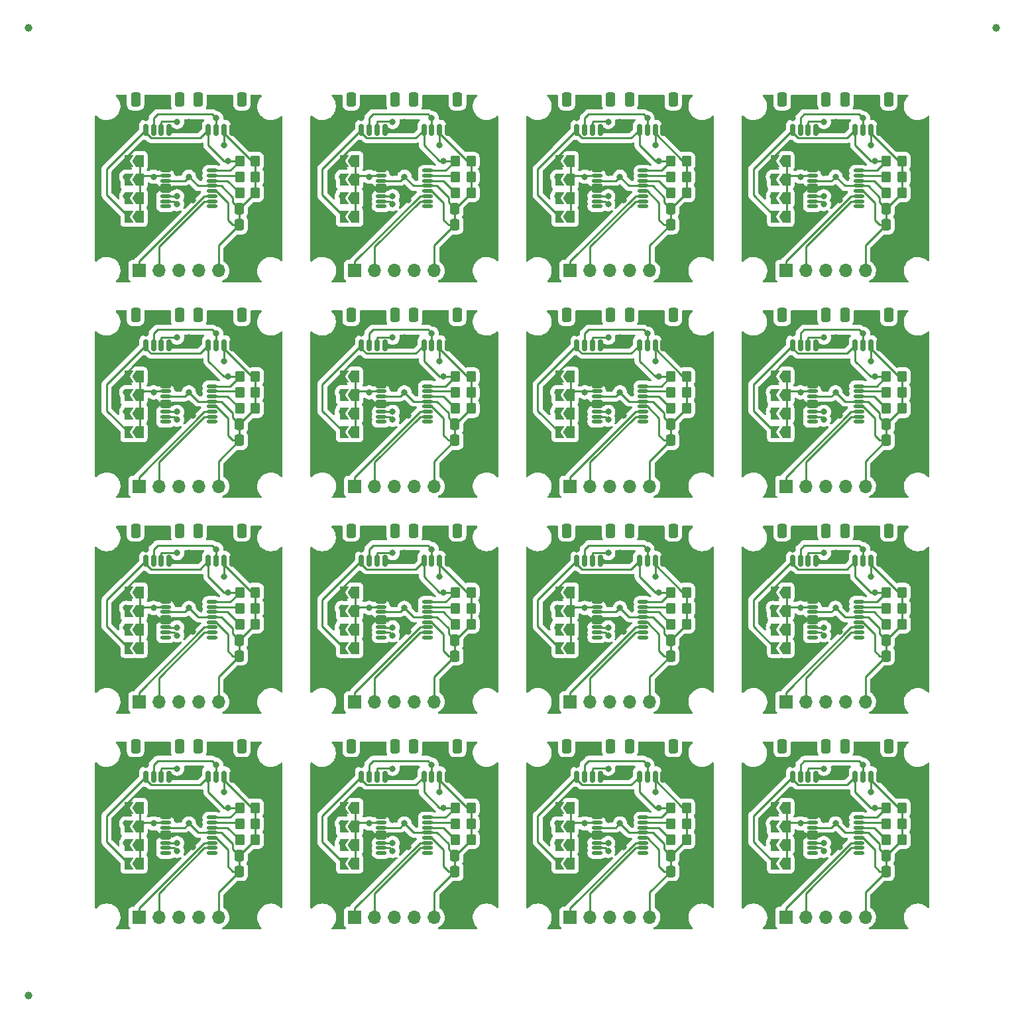
<source format=gbr>
%TF.GenerationSoftware,KiCad,Pcbnew,(6.0.7)*%
%TF.CreationDate,2022-10-24T21:44:15-05:00*%
%TF.ProjectId,Panelized,50616e65-6c69-47a6-9564-2e6b69636164,4*%
%TF.SameCoordinates,Original*%
%TF.FileFunction,Copper,L1,Top*%
%TF.FilePolarity,Positive*%
%FSLAX46Y46*%
G04 Gerber Fmt 4.6, Leading zero omitted, Abs format (unit mm)*
G04 Created by KiCad (PCBNEW (6.0.7)) date 2022-10-24 21:44:15*
%MOMM*%
%LPD*%
G01*
G04 APERTURE LIST*
G04 Aperture macros list*
%AMRoundRect*
0 Rectangle with rounded corners*
0 $1 Rounding radius*
0 $2 $3 $4 $5 $6 $7 $8 $9 X,Y pos of 4 corners*
0 Add a 4 corners polygon primitive as box body*
4,1,4,$2,$3,$4,$5,$6,$7,$8,$9,$2,$3,0*
0 Add four circle primitives for the rounded corners*
1,1,$1+$1,$2,$3*
1,1,$1+$1,$4,$5*
1,1,$1+$1,$6,$7*
1,1,$1+$1,$8,$9*
0 Add four rect primitives between the rounded corners*
20,1,$1+$1,$2,$3,$4,$5,0*
20,1,$1+$1,$4,$5,$6,$7,0*
20,1,$1+$1,$6,$7,$8,$9,0*
20,1,$1+$1,$8,$9,$2,$3,0*%
%AMFreePoly0*
4,1,6,1.000000,0.000000,0.500000,-0.750000,-0.500000,-0.750000,-0.500000,0.750000,0.500000,0.750000,1.000000,0.000000,1.000000,0.000000,$1*%
%AMFreePoly1*
4,1,6,0.500000,-0.750000,-0.650000,-0.750000,-0.150000,0.000000,-0.650000,0.750000,0.500000,0.750000,0.500000,-0.750000,0.500000,-0.750000,$1*%
G04 Aperture macros list end*
%TA.AperFunction,SMDPad,CuDef*%
%ADD10FreePoly0,180.000000*%
%TD*%
%TA.AperFunction,SMDPad,CuDef*%
%ADD11FreePoly1,180.000000*%
%TD*%
%TA.AperFunction,SMDPad,CuDef*%
%ADD12O,1.400000X0.449999*%
%TD*%
%TA.AperFunction,SMDPad,CuDef*%
%ADD13RoundRect,0.250000X0.350000X0.450000X-0.350000X0.450000X-0.350000X-0.450000X0.350000X-0.450000X0*%
%TD*%
%TA.AperFunction,SMDPad,CuDef*%
%ADD14RoundRect,0.250000X0.337500X0.475000X-0.337500X0.475000X-0.337500X-0.475000X0.337500X-0.475000X0*%
%TD*%
%TA.AperFunction,SMDPad,CuDef*%
%ADD15RoundRect,0.150000X0.150000X0.625000X-0.150000X0.625000X-0.150000X-0.625000X0.150000X-0.625000X0*%
%TD*%
%TA.AperFunction,SMDPad,CuDef*%
%ADD16RoundRect,0.250000X0.350000X0.650000X-0.350000X0.650000X-0.350000X-0.650000X0.350000X-0.650000X0*%
%TD*%
%TA.AperFunction,ComponentPad*%
%ADD17R,1.700000X1.700000*%
%TD*%
%TA.AperFunction,ComponentPad*%
%ADD18O,1.700000X1.700000*%
%TD*%
%TA.AperFunction,SMDPad,CuDef*%
%ADD19RoundRect,0.250000X-0.337500X-0.475000X0.337500X-0.475000X0.337500X0.475000X-0.337500X0.475000X0*%
%TD*%
%TA.AperFunction,SMDPad,CuDef*%
%ADD20C,1.000000*%
%TD*%
%TA.AperFunction,ViaPad*%
%ADD21C,0.800000*%
%TD*%
%TA.AperFunction,Conductor*%
%ADD22C,0.250000*%
%TD*%
G04 APERTURE END LIST*
D10*
%TO.P,JP1,1,A*%
%TO.N,Board_0-/A1*%
X29225000Y-32000000D03*
D11*
%TO.P,JP1,2,B*%
%TO.N,Board_0-GND*%
X27775000Y-32000000D03*
%TD*%
D12*
%TO.P,U1,1,A0*%
%TO.N,Board_1-GND*%
X60090001Y-33225001D03*
%TO.P,U1,2,A1*%
%TO.N,Board_1-/A1*%
X60090001Y-33875002D03*
%TO.P,U1,3,RESET_N*%
%TO.N,Board_1-+3.3V*%
X60090001Y-34525001D03*
%TO.P,U1,4,DGND*%
%TO.N,Board_1-GND*%
X60090001Y-35175002D03*
%TO.P,U1,5,AVSS*%
X60090001Y-35825001D03*
%TO.P,U1,6,AIN3*%
%TO.N,Board_1-/AIN3*%
X60090001Y-36475002D03*
%TO.P,U1,7,AIN2*%
%TO.N,Board_1-/AIN2*%
X60090001Y-37125001D03*
%TO.P,U1,8,REFN*%
%TO.N,Board_1-unconnected-(U1-Pad8)*%
X60090001Y-37775002D03*
%TO.P,U1,9,REFP*%
%TO.N,Board_1-unconnected-(U1-Pad9)*%
X65990002Y-37775002D03*
%TO.P,U1,10,AIN1*%
%TO.N,Board_1-/AIN1*%
X65990002Y-37125001D03*
%TO.P,U1,11,AIN0*%
%TO.N,Board_1-/AIN0*%
X65990002Y-36475002D03*
%TO.P,U1,12,AVDD*%
%TO.N,Board_1-+3.3V*%
X65990002Y-35825001D03*
%TO.P,U1,13,DVDD*%
X65990002Y-35175002D03*
%TO.P,U1,14,DRDY_N*%
%TO.N,Board_1-Net-(R2-Pad2)*%
X65990002Y-34525001D03*
%TO.P,U1,15,SDA*%
%TO.N,Board_1-/SDA*%
X65990002Y-33875002D03*
%TO.P,U1,16,SCL*%
%TO.N,Board_1-/SCL*%
X65990002Y-33225001D03*
%TD*%
D13*
%TO.P,R3,1*%
%TO.N,Board_7-+3.3V*%
X126620000Y-59540000D03*
%TO.P,R3,2*%
%TO.N,Board_7-/SCL*%
X124620000Y-59540000D03*
%TD*%
D10*
%TO.P,JP4,1,A*%
%TO.N,Board_10-/A1*%
X84305000Y-94202855D03*
D11*
%TO.P,JP4,2,B*%
%TO.N,Board_10-/SCL*%
X82855000Y-94202855D03*
%TD*%
D12*
%TO.P,U1,1,A0*%
%TO.N,Board_5-GND*%
X60090001Y-60765001D03*
%TO.P,U1,2,A1*%
%TO.N,Board_5-/A1*%
X60090001Y-61415002D03*
%TO.P,U1,3,RESET_N*%
%TO.N,Board_5-+3.3V*%
X60090001Y-62065001D03*
%TO.P,U1,4,DGND*%
%TO.N,Board_5-GND*%
X60090001Y-62715002D03*
%TO.P,U1,5,AVSS*%
X60090001Y-63365001D03*
%TO.P,U1,6,AIN3*%
%TO.N,Board_5-/AIN3*%
X60090001Y-64015002D03*
%TO.P,U1,7,AIN2*%
%TO.N,Board_5-/AIN2*%
X60090001Y-64665001D03*
%TO.P,U1,8,REFN*%
%TO.N,Board_5-unconnected-(U1-Pad8)*%
X60090001Y-65315002D03*
%TO.P,U1,9,REFP*%
%TO.N,Board_5-unconnected-(U1-Pad9)*%
X65990002Y-65315002D03*
%TO.P,U1,10,AIN1*%
%TO.N,Board_5-/AIN1*%
X65990002Y-64665001D03*
%TO.P,U1,11,AIN0*%
%TO.N,Board_5-/AIN0*%
X65990002Y-64015002D03*
%TO.P,U1,12,AVDD*%
%TO.N,Board_5-+3.3V*%
X65990002Y-63365001D03*
%TO.P,U1,13,DVDD*%
X65990002Y-62715002D03*
%TO.P,U1,14,DRDY_N*%
%TO.N,Board_5-Net-(R2-Pad2)*%
X65990002Y-62065001D03*
%TO.P,U1,15,SDA*%
%TO.N,Board_5-/SDA*%
X65990002Y-61415002D03*
%TO.P,U1,16,SCL*%
%TO.N,Board_5-/SCL*%
X65990002Y-60765001D03*
%TD*%
%TO.P,U1,1,A0*%
%TO.N,Board_14-GND*%
X87630001Y-115845001D03*
%TO.P,U1,2,A1*%
%TO.N,Board_14-/A1*%
X87630001Y-116495002D03*
%TO.P,U1,3,RESET_N*%
%TO.N,Board_14-+3.3V*%
X87630001Y-117145001D03*
%TO.P,U1,4,DGND*%
%TO.N,Board_14-GND*%
X87630001Y-117795002D03*
%TO.P,U1,5,AVSS*%
X87630001Y-118445001D03*
%TO.P,U1,6,AIN3*%
%TO.N,Board_14-/AIN3*%
X87630001Y-119095002D03*
%TO.P,U1,7,AIN2*%
%TO.N,Board_14-/AIN2*%
X87630001Y-119745001D03*
%TO.P,U1,8,REFN*%
%TO.N,Board_14-unconnected-(U1-Pad8)*%
X87630001Y-120395002D03*
%TO.P,U1,9,REFP*%
%TO.N,Board_14-unconnected-(U1-Pad9)*%
X93530002Y-120395002D03*
%TO.P,U1,10,AIN1*%
%TO.N,Board_14-/AIN1*%
X93530002Y-119745001D03*
%TO.P,U1,11,AIN0*%
%TO.N,Board_14-/AIN0*%
X93530002Y-119095002D03*
%TO.P,U1,12,AVDD*%
%TO.N,Board_14-+3.3V*%
X93530002Y-118445001D03*
%TO.P,U1,13,DVDD*%
X93530002Y-117795002D03*
%TO.P,U1,14,DRDY_N*%
%TO.N,Board_14-Net-(R2-Pad2)*%
X93530002Y-117145001D03*
%TO.P,U1,15,SDA*%
%TO.N,Board_14-/SDA*%
X93530002Y-116495002D03*
%TO.P,U1,16,SCL*%
%TO.N,Board_14-/SCL*%
X93530002Y-115845001D03*
%TD*%
D14*
%TO.P,C1,1*%
%TO.N,Board_3-GND*%
X126657500Y-38096000D03*
%TO.P,C1,2*%
%TO.N,Board_3-+3.3V*%
X124582500Y-38096000D03*
%TD*%
%TO.P,C1,1*%
%TO.N,Board_10-GND*%
X99117500Y-93176000D03*
%TO.P,C1,2*%
%TO.N,Board_10-+3.3V*%
X97042500Y-93176000D03*
%TD*%
D10*
%TO.P,JP1,1,A*%
%TO.N,Board_13-/A1*%
X56765000Y-114620000D03*
D11*
%TO.P,JP1,2,B*%
%TO.N,Board_13-GND*%
X55315000Y-114620000D03*
%TD*%
D12*
%TO.P,U1,1,A0*%
%TO.N,Board_10-GND*%
X87630001Y-88305001D03*
%TO.P,U1,2,A1*%
%TO.N,Board_10-/A1*%
X87630001Y-88955002D03*
%TO.P,U1,3,RESET_N*%
%TO.N,Board_10-+3.3V*%
X87630001Y-89605001D03*
%TO.P,U1,4,DGND*%
%TO.N,Board_10-GND*%
X87630001Y-90255002D03*
%TO.P,U1,5,AVSS*%
X87630001Y-90905001D03*
%TO.P,U1,6,AIN3*%
%TO.N,Board_10-/AIN3*%
X87630001Y-91555002D03*
%TO.P,U1,7,AIN2*%
%TO.N,Board_10-/AIN2*%
X87630001Y-92205001D03*
%TO.P,U1,8,REFN*%
%TO.N,Board_10-unconnected-(U1-Pad8)*%
X87630001Y-92855002D03*
%TO.P,U1,9,REFP*%
%TO.N,Board_10-unconnected-(U1-Pad9)*%
X93530002Y-92855002D03*
%TO.P,U1,10,AIN1*%
%TO.N,Board_10-/AIN1*%
X93530002Y-92205001D03*
%TO.P,U1,11,AIN0*%
%TO.N,Board_10-/AIN0*%
X93530002Y-91555002D03*
%TO.P,U1,12,AVDD*%
%TO.N,Board_10-+3.3V*%
X93530002Y-90905001D03*
%TO.P,U1,13,DVDD*%
X93530002Y-90255002D03*
%TO.P,U1,14,DRDY_N*%
%TO.N,Board_10-Net-(R2-Pad2)*%
X93530002Y-89605001D03*
%TO.P,U1,15,SDA*%
%TO.N,Board_10-/SDA*%
X93530002Y-88955002D03*
%TO.P,U1,16,SCL*%
%TO.N,Board_10-/SCL*%
X93530002Y-88305001D03*
%TD*%
D15*
%TO.P,J3,1,Pin_1*%
%TO.N,Board_6-GND*%
X96080000Y-55540000D03*
%TO.P,J3,2,Pin_2*%
%TO.N,Board_6-+3.3V*%
X95080000Y-55540000D03*
%TO.P,J3,3,Pin_3*%
%TO.N,Board_6-/SDA*%
X94080000Y-55540000D03*
%TO.P,J3,4,Pin_4*%
%TO.N,Board_6-/SCL*%
X93080000Y-55540000D03*
D16*
%TO.P,J3,MP*%
%TO.N,N/C*%
X91780000Y-51665000D03*
X97380000Y-51665000D03*
%TD*%
D13*
%TO.P,R2,1*%
%TO.N,Board_9-+3.3V*%
X71540000Y-91144000D03*
%TO.P,R2,2*%
%TO.N,Board_9-Net-(R2-Pad2)*%
X69540000Y-91144000D03*
%TD*%
D10*
%TO.P,JP1,1,A*%
%TO.N,Board_12-/A1*%
X29225000Y-114620000D03*
D11*
%TO.P,JP1,2,B*%
%TO.N,Board_12-GND*%
X27775000Y-114620000D03*
%TD*%
D14*
%TO.P,C1,1*%
%TO.N,Board_1-GND*%
X71577500Y-38096000D03*
%TO.P,C1,2*%
%TO.N,Board_1-+3.3V*%
X69502500Y-38096000D03*
%TD*%
D13*
%TO.P,R3,1*%
%TO.N,Board_2-+3.3V*%
X99080000Y-32000000D03*
%TO.P,R3,2*%
%TO.N,Board_2-/SCL*%
X97080000Y-32000000D03*
%TD*%
D17*
%TO.P,J2,1,Pin_1*%
%TO.N,Board_15-/AIN0*%
X111770000Y-128620000D03*
D18*
%TO.P,J2,2,Pin_2*%
%TO.N,Board_15-/AIN1*%
X114310000Y-128620000D03*
%TO.P,J2,3,Pin_3*%
%TO.N,Board_15-/AIN2*%
X116850000Y-128620000D03*
%TO.P,J2,4,Pin_4*%
%TO.N,Board_15-/AIN3*%
X119390000Y-128620000D03*
%TO.P,J2,5,Pin_5*%
%TO.N,Board_15-+3.3V*%
X121930000Y-128620000D03*
%TO.P,J2,6,Pin_6*%
%TO.N,Board_15-GND*%
X124470000Y-128620000D03*
%TD*%
D15*
%TO.P,J3,1,Pin_1*%
%TO.N,Board_9-GND*%
X68540000Y-83080000D03*
%TO.P,J3,2,Pin_2*%
%TO.N,Board_9-+3.3V*%
X67540000Y-83080000D03*
%TO.P,J3,3,Pin_3*%
%TO.N,Board_9-/SDA*%
X66540000Y-83080000D03*
%TO.P,J3,4,Pin_4*%
%TO.N,Board_9-/SCL*%
X65540000Y-83080000D03*
D16*
%TO.P,J3,MP*%
%TO.N,N/C*%
X69840000Y-79205000D03*
X64240000Y-79205000D03*
%TD*%
D12*
%TO.P,U1,1,A0*%
%TO.N,Board_15-GND*%
X115170001Y-115845001D03*
%TO.P,U1,2,A1*%
%TO.N,Board_15-/A1*%
X115170001Y-116495002D03*
%TO.P,U1,3,RESET_N*%
%TO.N,Board_15-+3.3V*%
X115170001Y-117145001D03*
%TO.P,U1,4,DGND*%
%TO.N,Board_15-GND*%
X115170001Y-117795002D03*
%TO.P,U1,5,AVSS*%
X115170001Y-118445001D03*
%TO.P,U1,6,AIN3*%
%TO.N,Board_15-/AIN3*%
X115170001Y-119095002D03*
%TO.P,U1,7,AIN2*%
%TO.N,Board_15-/AIN2*%
X115170001Y-119745001D03*
%TO.P,U1,8,REFN*%
%TO.N,Board_15-unconnected-(U1-Pad8)*%
X115170001Y-120395002D03*
%TO.P,U1,9,REFP*%
%TO.N,Board_15-unconnected-(U1-Pad9)*%
X121070002Y-120395002D03*
%TO.P,U1,10,AIN1*%
%TO.N,Board_15-/AIN1*%
X121070002Y-119745001D03*
%TO.P,U1,11,AIN0*%
%TO.N,Board_15-/AIN0*%
X121070002Y-119095002D03*
%TO.P,U1,12,AVDD*%
%TO.N,Board_15-+3.3V*%
X121070002Y-118445001D03*
%TO.P,U1,13,DVDD*%
X121070002Y-117795002D03*
%TO.P,U1,14,DRDY_N*%
%TO.N,Board_15-Net-(R2-Pad2)*%
X121070002Y-117145001D03*
%TO.P,U1,15,SDA*%
%TO.N,Board_15-/SDA*%
X121070002Y-116495002D03*
%TO.P,U1,16,SCL*%
%TO.N,Board_15-/SCL*%
X121070002Y-115845001D03*
%TD*%
D13*
%TO.P,R1,1*%
%TO.N,Board_14-+3.3V*%
X99080000Y-116652000D03*
%TO.P,R1,2*%
%TO.N,Board_14-/SDA*%
X97080000Y-116652000D03*
%TD*%
D17*
%TO.P,J2,1,Pin_1*%
%TO.N,Board_0-/AIN0*%
X29150000Y-46000000D03*
D18*
%TO.P,J2,2,Pin_2*%
%TO.N,Board_0-/AIN1*%
X31690000Y-46000000D03*
%TO.P,J2,3,Pin_3*%
%TO.N,Board_0-/AIN2*%
X34230000Y-46000000D03*
%TO.P,J2,4,Pin_4*%
%TO.N,Board_0-/AIN3*%
X36770000Y-46000000D03*
%TO.P,J2,5,Pin_5*%
%TO.N,Board_0-+3.3V*%
X39310000Y-46000000D03*
%TO.P,J2,6,Pin_6*%
%TO.N,Board_0-GND*%
X41850000Y-46000000D03*
%TD*%
D14*
%TO.P,C1,1*%
%TO.N,Board_11-GND*%
X126657500Y-93176000D03*
%TO.P,C1,2*%
%TO.N,Board_11-+3.3V*%
X124582500Y-93176000D03*
%TD*%
D10*
%TO.P,JP4,1,A*%
%TO.N,Board_8-/A1*%
X29225000Y-94202855D03*
D11*
%TO.P,JP4,2,B*%
%TO.N,Board_8-/SCL*%
X27775000Y-94202855D03*
%TD*%
D17*
%TO.P,J2,1,Pin_1*%
%TO.N,Board_8-/AIN0*%
X29150000Y-101080000D03*
D18*
%TO.P,J2,2,Pin_2*%
%TO.N,Board_8-/AIN1*%
X31690000Y-101080000D03*
%TO.P,J2,3,Pin_3*%
%TO.N,Board_8-/AIN2*%
X34230000Y-101080000D03*
%TO.P,J2,4,Pin_4*%
%TO.N,Board_8-/AIN3*%
X36770000Y-101080000D03*
%TO.P,J2,5,Pin_5*%
%TO.N,Board_8-+3.3V*%
X39310000Y-101080000D03*
%TO.P,J2,6,Pin_6*%
%TO.N,Board_8-GND*%
X41850000Y-101080000D03*
%TD*%
D17*
%TO.P,J2,1,Pin_1*%
%TO.N,Board_11-/AIN0*%
X111770000Y-101080000D03*
D18*
%TO.P,J2,2,Pin_2*%
%TO.N,Board_11-/AIN1*%
X114310000Y-101080000D03*
%TO.P,J2,3,Pin_3*%
%TO.N,Board_11-/AIN2*%
X116850000Y-101080000D03*
%TO.P,J2,4,Pin_4*%
%TO.N,Board_11-/AIN3*%
X119390000Y-101080000D03*
%TO.P,J2,5,Pin_5*%
%TO.N,Board_11-+3.3V*%
X121930000Y-101080000D03*
%TO.P,J2,6,Pin_6*%
%TO.N,Board_11-GND*%
X124470000Y-101080000D03*
%TD*%
D15*
%TO.P,J3,1,Pin_1*%
%TO.N,Board_10-GND*%
X96080000Y-83080000D03*
%TO.P,J3,2,Pin_2*%
%TO.N,Board_10-+3.3V*%
X95080000Y-83080000D03*
%TO.P,J3,3,Pin_3*%
%TO.N,Board_10-/SDA*%
X94080000Y-83080000D03*
%TO.P,J3,4,Pin_4*%
%TO.N,Board_10-/SCL*%
X93080000Y-83080000D03*
D16*
%TO.P,J3,MP*%
%TO.N,N/C*%
X97380000Y-79205000D03*
X91780000Y-79205000D03*
%TD*%
D13*
%TO.P,R2,1*%
%TO.N,Board_15-+3.3V*%
X126620000Y-118684000D03*
%TO.P,R2,2*%
%TO.N,Board_15-Net-(R2-Pad2)*%
X124620000Y-118684000D03*
%TD*%
D10*
%TO.P,JP3,1,A*%
%TO.N,Board_1-/A1*%
X56765000Y-36748570D03*
D11*
%TO.P,JP3,2,B*%
%TO.N,Board_1-/SDA*%
X55315000Y-36748570D03*
%TD*%
D10*
%TO.P,JP4,1,A*%
%TO.N,Board_14-/A1*%
X84305000Y-121742855D03*
D11*
%TO.P,JP4,2,B*%
%TO.N,Board_14-/SCL*%
X82855000Y-121742855D03*
%TD*%
D13*
%TO.P,R1,1*%
%TO.N,Board_9-+3.3V*%
X71540000Y-89112000D03*
%TO.P,R1,2*%
%TO.N,Board_9-/SDA*%
X69540000Y-89112000D03*
%TD*%
D10*
%TO.P,JP3,1,A*%
%TO.N,Board_6-/A1*%
X84305000Y-64288570D03*
D11*
%TO.P,JP3,2,B*%
%TO.N,Board_6-/SDA*%
X82855000Y-64288570D03*
%TD*%
D19*
%TO.P,C2,1*%
%TO.N,Board_8-+3.3V*%
X41962500Y-95208000D03*
%TO.P,C2,2*%
%TO.N,Board_8-GND*%
X44037500Y-95208000D03*
%TD*%
D12*
%TO.P,U1,1,A0*%
%TO.N,Board_2-GND*%
X87630001Y-33225001D03*
%TO.P,U1,2,A1*%
%TO.N,Board_2-/A1*%
X87630001Y-33875002D03*
%TO.P,U1,3,RESET_N*%
%TO.N,Board_2-+3.3V*%
X87630001Y-34525001D03*
%TO.P,U1,4,DGND*%
%TO.N,Board_2-GND*%
X87630001Y-35175002D03*
%TO.P,U1,5,AVSS*%
X87630001Y-35825001D03*
%TO.P,U1,6,AIN3*%
%TO.N,Board_2-/AIN3*%
X87630001Y-36475002D03*
%TO.P,U1,7,AIN2*%
%TO.N,Board_2-/AIN2*%
X87630001Y-37125001D03*
%TO.P,U1,8,REFN*%
%TO.N,Board_2-unconnected-(U1-Pad8)*%
X87630001Y-37775002D03*
%TO.P,U1,9,REFP*%
%TO.N,Board_2-unconnected-(U1-Pad9)*%
X93530002Y-37775002D03*
%TO.P,U1,10,AIN1*%
%TO.N,Board_2-/AIN1*%
X93530002Y-37125001D03*
%TO.P,U1,11,AIN0*%
%TO.N,Board_2-/AIN0*%
X93530002Y-36475002D03*
%TO.P,U1,12,AVDD*%
%TO.N,Board_2-+3.3V*%
X93530002Y-35825001D03*
%TO.P,U1,13,DVDD*%
X93530002Y-35175002D03*
%TO.P,U1,14,DRDY_N*%
%TO.N,Board_2-Net-(R2-Pad2)*%
X93530002Y-34525001D03*
%TO.P,U1,15,SDA*%
%TO.N,Board_2-/SDA*%
X93530002Y-33875002D03*
%TO.P,U1,16,SCL*%
%TO.N,Board_2-/SCL*%
X93530002Y-33225001D03*
%TD*%
%TO.P,U1,1,A0*%
%TO.N,Board_0-GND*%
X32550001Y-33225001D03*
%TO.P,U1,2,A1*%
%TO.N,Board_0-/A1*%
X32550001Y-33875002D03*
%TO.P,U1,3,RESET_N*%
%TO.N,Board_0-+3.3V*%
X32550001Y-34525001D03*
%TO.P,U1,4,DGND*%
%TO.N,Board_0-GND*%
X32550001Y-35175002D03*
%TO.P,U1,5,AVSS*%
X32550001Y-35825001D03*
%TO.P,U1,6,AIN3*%
%TO.N,Board_0-/AIN3*%
X32550001Y-36475002D03*
%TO.P,U1,7,AIN2*%
%TO.N,Board_0-/AIN2*%
X32550001Y-37125001D03*
%TO.P,U1,8,REFN*%
%TO.N,Board_0-unconnected-(U1-Pad8)*%
X32550001Y-37775002D03*
%TO.P,U1,9,REFP*%
%TO.N,Board_0-unconnected-(U1-Pad9)*%
X38450002Y-37775002D03*
%TO.P,U1,10,AIN1*%
%TO.N,Board_0-/AIN1*%
X38450002Y-37125001D03*
%TO.P,U1,11,AIN0*%
%TO.N,Board_0-/AIN0*%
X38450002Y-36475002D03*
%TO.P,U1,12,AVDD*%
%TO.N,Board_0-+3.3V*%
X38450002Y-35825001D03*
%TO.P,U1,13,DVDD*%
X38450002Y-35175002D03*
%TO.P,U1,14,DRDY_N*%
%TO.N,Board_0-Net-(R2-Pad2)*%
X38450002Y-34525001D03*
%TO.P,U1,15,SDA*%
%TO.N,Board_0-/SDA*%
X38450002Y-33875002D03*
%TO.P,U1,16,SCL*%
%TO.N,Board_0-/SCL*%
X38450002Y-33225001D03*
%TD*%
D10*
%TO.P,JP2,1,A*%
%TO.N,Board_13-/A1*%
X56765000Y-116994285D03*
D11*
%TO.P,JP2,2,B*%
%TO.N,Board_13-+3.3V*%
X55315000Y-116994285D03*
%TD*%
D14*
%TO.P,C1,1*%
%TO.N,Board_5-GND*%
X71577500Y-65636000D03*
%TO.P,C1,2*%
%TO.N,Board_5-+3.3V*%
X69502500Y-65636000D03*
%TD*%
D13*
%TO.P,R3,1*%
%TO.N,Board_0-+3.3V*%
X44000000Y-32000000D03*
%TO.P,R3,2*%
%TO.N,Board_0-/SCL*%
X42000000Y-32000000D03*
%TD*%
D10*
%TO.P,JP1,1,A*%
%TO.N,Board_4-/A1*%
X29225000Y-59540000D03*
D11*
%TO.P,JP1,2,B*%
%TO.N,Board_4-GND*%
X27775000Y-59540000D03*
%TD*%
D13*
%TO.P,R2,1*%
%TO.N,Board_0-+3.3V*%
X44000000Y-36064000D03*
%TO.P,R2,2*%
%TO.N,Board_0-Net-(R2-Pad2)*%
X42000000Y-36064000D03*
%TD*%
D10*
%TO.P,JP4,1,A*%
%TO.N,Board_6-/A1*%
X84305000Y-66662855D03*
D11*
%TO.P,JP4,2,B*%
%TO.N,Board_6-/SCL*%
X82855000Y-66662855D03*
%TD*%
D15*
%TO.P,J3,1,Pin_1*%
%TO.N,Board_5-GND*%
X68540000Y-55540000D03*
%TO.P,J3,2,Pin_2*%
%TO.N,Board_5-+3.3V*%
X67540000Y-55540000D03*
%TO.P,J3,3,Pin_3*%
%TO.N,Board_5-/SDA*%
X66540000Y-55540000D03*
%TO.P,J3,4,Pin_4*%
%TO.N,Board_5-/SCL*%
X65540000Y-55540000D03*
D16*
%TO.P,J3,MP*%
%TO.N,N/C*%
X64240000Y-51665000D03*
X69840000Y-51665000D03*
%TD*%
D12*
%TO.P,U1,1,A0*%
%TO.N,Board_13-GND*%
X60090001Y-115845001D03*
%TO.P,U1,2,A1*%
%TO.N,Board_13-/A1*%
X60090001Y-116495002D03*
%TO.P,U1,3,RESET_N*%
%TO.N,Board_13-+3.3V*%
X60090001Y-117145001D03*
%TO.P,U1,4,DGND*%
%TO.N,Board_13-GND*%
X60090001Y-117795002D03*
%TO.P,U1,5,AVSS*%
X60090001Y-118445001D03*
%TO.P,U1,6,AIN3*%
%TO.N,Board_13-/AIN3*%
X60090001Y-119095002D03*
%TO.P,U1,7,AIN2*%
%TO.N,Board_13-/AIN2*%
X60090001Y-119745001D03*
%TO.P,U1,8,REFN*%
%TO.N,Board_13-unconnected-(U1-Pad8)*%
X60090001Y-120395002D03*
%TO.P,U1,9,REFP*%
%TO.N,Board_13-unconnected-(U1-Pad9)*%
X65990002Y-120395002D03*
%TO.P,U1,10,AIN1*%
%TO.N,Board_13-/AIN1*%
X65990002Y-119745001D03*
%TO.P,U1,11,AIN0*%
%TO.N,Board_13-/AIN0*%
X65990002Y-119095002D03*
%TO.P,U1,12,AVDD*%
%TO.N,Board_13-+3.3V*%
X65990002Y-118445001D03*
%TO.P,U1,13,DVDD*%
X65990002Y-117795002D03*
%TO.P,U1,14,DRDY_N*%
%TO.N,Board_13-Net-(R2-Pad2)*%
X65990002Y-117145001D03*
%TO.P,U1,15,SDA*%
%TO.N,Board_13-/SDA*%
X65990002Y-116495002D03*
%TO.P,U1,16,SCL*%
%TO.N,Board_13-/SCL*%
X65990002Y-115845001D03*
%TD*%
D10*
%TO.P,JP4,1,A*%
%TO.N,Board_15-/A1*%
X111845000Y-121742855D03*
D11*
%TO.P,JP4,2,B*%
%TO.N,Board_15-/SCL*%
X110395000Y-121742855D03*
%TD*%
D20*
%TO.P,REF\u002A\u002A,*%
%TO.N,*%
X15000000Y-138620000D03*
%TD*%
D10*
%TO.P,JP3,1,A*%
%TO.N,Board_5-/A1*%
X56765000Y-64288570D03*
D11*
%TO.P,JP3,2,B*%
%TO.N,Board_5-/SDA*%
X55315000Y-64288570D03*
%TD*%
D10*
%TO.P,JP2,1,A*%
%TO.N,Board_15-/A1*%
X111845000Y-116994285D03*
D11*
%TO.P,JP2,2,B*%
%TO.N,Board_15-+3.3V*%
X110395000Y-116994285D03*
%TD*%
D10*
%TO.P,JP4,1,A*%
%TO.N,Board_4-/A1*%
X29225000Y-66662855D03*
D11*
%TO.P,JP4,2,B*%
%TO.N,Board_4-/SCL*%
X27775000Y-66662855D03*
%TD*%
D10*
%TO.P,JP1,1,A*%
%TO.N,Board_15-/A1*%
X111845000Y-114620000D03*
D11*
%TO.P,JP1,2,B*%
%TO.N,Board_15-GND*%
X110395000Y-114620000D03*
%TD*%
D15*
%TO.P,J1,1,Pin_1*%
%TO.N,Board_9-GND*%
X60540000Y-83080000D03*
%TO.P,J1,2,Pin_2*%
%TO.N,Board_9-+3.3V*%
X59540000Y-83080000D03*
%TO.P,J1,3,Pin_3*%
%TO.N,Board_9-/SDA*%
X58540000Y-83080000D03*
%TO.P,J1,4,Pin_4*%
%TO.N,Board_9-/SCL*%
X57540000Y-83080000D03*
D16*
%TO.P,J1,MP*%
%TO.N,N/C*%
X61840000Y-79205000D03*
X56240000Y-79205000D03*
%TD*%
D13*
%TO.P,R1,1*%
%TO.N,Board_10-+3.3V*%
X99080000Y-89112000D03*
%TO.P,R1,2*%
%TO.N,Board_10-/SDA*%
X97080000Y-89112000D03*
%TD*%
D17*
%TO.P,J2,1,Pin_1*%
%TO.N,Board_5-/AIN0*%
X56690000Y-73540000D03*
D18*
%TO.P,J2,2,Pin_2*%
%TO.N,Board_5-/AIN1*%
X59230000Y-73540000D03*
%TO.P,J2,3,Pin_3*%
%TO.N,Board_5-/AIN2*%
X61770000Y-73540000D03*
%TO.P,J2,4,Pin_4*%
%TO.N,Board_5-/AIN3*%
X64310000Y-73540000D03*
%TO.P,J2,5,Pin_5*%
%TO.N,Board_5-+3.3V*%
X66850000Y-73540000D03*
%TO.P,J2,6,Pin_6*%
%TO.N,Board_5-GND*%
X69390000Y-73540000D03*
%TD*%
D13*
%TO.P,R3,1*%
%TO.N,Board_12-+3.3V*%
X44000000Y-114620000D03*
%TO.P,R3,2*%
%TO.N,Board_12-/SCL*%
X42000000Y-114620000D03*
%TD*%
%TO.P,R1,1*%
%TO.N,Board_7-+3.3V*%
X126620000Y-61572000D03*
%TO.P,R1,2*%
%TO.N,Board_7-/SDA*%
X124620000Y-61572000D03*
%TD*%
D12*
%TO.P,U1,1,A0*%
%TO.N,Board_6-GND*%
X87630001Y-60765001D03*
%TO.P,U1,2,A1*%
%TO.N,Board_6-/A1*%
X87630001Y-61415002D03*
%TO.P,U1,3,RESET_N*%
%TO.N,Board_6-+3.3V*%
X87630001Y-62065001D03*
%TO.P,U1,4,DGND*%
%TO.N,Board_6-GND*%
X87630001Y-62715002D03*
%TO.P,U1,5,AVSS*%
X87630001Y-63365001D03*
%TO.P,U1,6,AIN3*%
%TO.N,Board_6-/AIN3*%
X87630001Y-64015002D03*
%TO.P,U1,7,AIN2*%
%TO.N,Board_6-/AIN2*%
X87630001Y-64665001D03*
%TO.P,U1,8,REFN*%
%TO.N,Board_6-unconnected-(U1-Pad8)*%
X87630001Y-65315002D03*
%TO.P,U1,9,REFP*%
%TO.N,Board_6-unconnected-(U1-Pad9)*%
X93530002Y-65315002D03*
%TO.P,U1,10,AIN1*%
%TO.N,Board_6-/AIN1*%
X93530002Y-64665001D03*
%TO.P,U1,11,AIN0*%
%TO.N,Board_6-/AIN0*%
X93530002Y-64015002D03*
%TO.P,U1,12,AVDD*%
%TO.N,Board_6-+3.3V*%
X93530002Y-63365001D03*
%TO.P,U1,13,DVDD*%
X93530002Y-62715002D03*
%TO.P,U1,14,DRDY_N*%
%TO.N,Board_6-Net-(R2-Pad2)*%
X93530002Y-62065001D03*
%TO.P,U1,15,SDA*%
%TO.N,Board_6-/SDA*%
X93530002Y-61415002D03*
%TO.P,U1,16,SCL*%
%TO.N,Board_6-/SCL*%
X93530002Y-60765001D03*
%TD*%
D15*
%TO.P,J1,1,Pin_1*%
%TO.N,Board_15-GND*%
X115620000Y-110620000D03*
%TO.P,J1,2,Pin_2*%
%TO.N,Board_15-+3.3V*%
X114620000Y-110620000D03*
%TO.P,J1,3,Pin_3*%
%TO.N,Board_15-/SDA*%
X113620000Y-110620000D03*
%TO.P,J1,4,Pin_4*%
%TO.N,Board_15-/SCL*%
X112620000Y-110620000D03*
D16*
%TO.P,J1,MP*%
%TO.N,N/C*%
X111320000Y-106745000D03*
X116920000Y-106745000D03*
%TD*%
D13*
%TO.P,R1,1*%
%TO.N,Board_3-+3.3V*%
X126620000Y-34032000D03*
%TO.P,R1,2*%
%TO.N,Board_3-/SDA*%
X124620000Y-34032000D03*
%TD*%
D12*
%TO.P,U1,1,A0*%
%TO.N,Board_7-GND*%
X115170001Y-60765001D03*
%TO.P,U1,2,A1*%
%TO.N,Board_7-/A1*%
X115170001Y-61415002D03*
%TO.P,U1,3,RESET_N*%
%TO.N,Board_7-+3.3V*%
X115170001Y-62065001D03*
%TO.P,U1,4,DGND*%
%TO.N,Board_7-GND*%
X115170001Y-62715002D03*
%TO.P,U1,5,AVSS*%
X115170001Y-63365001D03*
%TO.P,U1,6,AIN3*%
%TO.N,Board_7-/AIN3*%
X115170001Y-64015002D03*
%TO.P,U1,7,AIN2*%
%TO.N,Board_7-/AIN2*%
X115170001Y-64665001D03*
%TO.P,U1,8,REFN*%
%TO.N,Board_7-unconnected-(U1-Pad8)*%
X115170001Y-65315002D03*
%TO.P,U1,9,REFP*%
%TO.N,Board_7-unconnected-(U1-Pad9)*%
X121070002Y-65315002D03*
%TO.P,U1,10,AIN1*%
%TO.N,Board_7-/AIN1*%
X121070002Y-64665001D03*
%TO.P,U1,11,AIN0*%
%TO.N,Board_7-/AIN0*%
X121070002Y-64015002D03*
%TO.P,U1,12,AVDD*%
%TO.N,Board_7-+3.3V*%
X121070002Y-63365001D03*
%TO.P,U1,13,DVDD*%
X121070002Y-62715002D03*
%TO.P,U1,14,DRDY_N*%
%TO.N,Board_7-Net-(R2-Pad2)*%
X121070002Y-62065001D03*
%TO.P,U1,15,SDA*%
%TO.N,Board_7-/SDA*%
X121070002Y-61415002D03*
%TO.P,U1,16,SCL*%
%TO.N,Board_7-/SCL*%
X121070002Y-60765001D03*
%TD*%
D17*
%TO.P,J2,1,Pin_1*%
%TO.N,Board_13-/AIN0*%
X56690000Y-128620000D03*
D18*
%TO.P,J2,2,Pin_2*%
%TO.N,Board_13-/AIN1*%
X59230000Y-128620000D03*
%TO.P,J2,3,Pin_3*%
%TO.N,Board_13-/AIN2*%
X61770000Y-128620000D03*
%TO.P,J2,4,Pin_4*%
%TO.N,Board_13-/AIN3*%
X64310000Y-128620000D03*
%TO.P,J2,5,Pin_5*%
%TO.N,Board_13-+3.3V*%
X66850000Y-128620000D03*
%TO.P,J2,6,Pin_6*%
%TO.N,Board_13-GND*%
X69390000Y-128620000D03*
%TD*%
D13*
%TO.P,R2,1*%
%TO.N,Board_2-+3.3V*%
X99080000Y-36064000D03*
%TO.P,R2,2*%
%TO.N,Board_2-Net-(R2-Pad2)*%
X97080000Y-36064000D03*
%TD*%
%TO.P,R2,1*%
%TO.N,Board_10-+3.3V*%
X99080000Y-91144000D03*
%TO.P,R2,2*%
%TO.N,Board_10-Net-(R2-Pad2)*%
X97080000Y-91144000D03*
%TD*%
D10*
%TO.P,JP4,1,A*%
%TO.N,Board_0-/A1*%
X29225000Y-39122855D03*
D11*
%TO.P,JP4,2,B*%
%TO.N,Board_0-/SCL*%
X27775000Y-39122855D03*
%TD*%
D14*
%TO.P,C1,1*%
%TO.N,Board_7-GND*%
X126657500Y-65636000D03*
%TO.P,C1,2*%
%TO.N,Board_7-+3.3V*%
X124582500Y-65636000D03*
%TD*%
D10*
%TO.P,JP2,1,A*%
%TO.N,Board_8-/A1*%
X29225000Y-89454285D03*
D11*
%TO.P,JP2,2,B*%
%TO.N,Board_8-+3.3V*%
X27775000Y-89454285D03*
%TD*%
D17*
%TO.P,J2,1,Pin_1*%
%TO.N,Board_10-/AIN0*%
X84230000Y-101080000D03*
D18*
%TO.P,J2,2,Pin_2*%
%TO.N,Board_10-/AIN1*%
X86770000Y-101080000D03*
%TO.P,J2,3,Pin_3*%
%TO.N,Board_10-/AIN2*%
X89310000Y-101080000D03*
%TO.P,J2,4,Pin_4*%
%TO.N,Board_10-/AIN3*%
X91850000Y-101080000D03*
%TO.P,J2,5,Pin_5*%
%TO.N,Board_10-+3.3V*%
X94390000Y-101080000D03*
%TO.P,J2,6,Pin_6*%
%TO.N,Board_10-GND*%
X96930000Y-101080000D03*
%TD*%
D10*
%TO.P,JP4,1,A*%
%TO.N,Board_9-/A1*%
X56765000Y-94202855D03*
D11*
%TO.P,JP4,2,B*%
%TO.N,Board_9-/SCL*%
X55315000Y-94202855D03*
%TD*%
D10*
%TO.P,JP2,1,A*%
%TO.N,Board_4-/A1*%
X29225000Y-61914285D03*
D11*
%TO.P,JP2,2,B*%
%TO.N,Board_4-+3.3V*%
X27775000Y-61914285D03*
%TD*%
D13*
%TO.P,R2,1*%
%TO.N,Board_3-+3.3V*%
X126620000Y-36064000D03*
%TO.P,R2,2*%
%TO.N,Board_3-Net-(R2-Pad2)*%
X124620000Y-36064000D03*
%TD*%
D19*
%TO.P,C2,1*%
%TO.N,Board_7-+3.3V*%
X124582500Y-67668000D03*
%TO.P,C2,2*%
%TO.N,Board_7-GND*%
X126657500Y-67668000D03*
%TD*%
D13*
%TO.P,R3,1*%
%TO.N,Board_10-+3.3V*%
X99080000Y-87080000D03*
%TO.P,R3,2*%
%TO.N,Board_10-/SCL*%
X97080000Y-87080000D03*
%TD*%
D19*
%TO.P,C2,1*%
%TO.N,Board_11-+3.3V*%
X124582500Y-95208000D03*
%TO.P,C2,2*%
%TO.N,Board_11-GND*%
X126657500Y-95208000D03*
%TD*%
D13*
%TO.P,R2,1*%
%TO.N,Board_13-+3.3V*%
X71540000Y-118684000D03*
%TO.P,R2,2*%
%TO.N,Board_13-Net-(R2-Pad2)*%
X69540000Y-118684000D03*
%TD*%
%TO.P,R2,1*%
%TO.N,Board_8-+3.3V*%
X44000000Y-91144000D03*
%TO.P,R2,2*%
%TO.N,Board_8-Net-(R2-Pad2)*%
X42000000Y-91144000D03*
%TD*%
D14*
%TO.P,C1,1*%
%TO.N,Board_8-GND*%
X44037500Y-93176000D03*
%TO.P,C1,2*%
%TO.N,Board_8-+3.3V*%
X41962500Y-93176000D03*
%TD*%
D15*
%TO.P,J3,1,Pin_1*%
%TO.N,Board_12-GND*%
X41000000Y-110620000D03*
%TO.P,J3,2,Pin_2*%
%TO.N,Board_12-+3.3V*%
X40000000Y-110620000D03*
%TO.P,J3,3,Pin_3*%
%TO.N,Board_12-/SDA*%
X39000000Y-110620000D03*
%TO.P,J3,4,Pin_4*%
%TO.N,Board_12-/SCL*%
X38000000Y-110620000D03*
D16*
%TO.P,J3,MP*%
%TO.N,N/C*%
X42300000Y-106745000D03*
X36700000Y-106745000D03*
%TD*%
D14*
%TO.P,C1,1*%
%TO.N,Board_0-GND*%
X44037500Y-38096000D03*
%TO.P,C1,2*%
%TO.N,Board_0-+3.3V*%
X41962500Y-38096000D03*
%TD*%
D15*
%TO.P,J3,1,Pin_1*%
%TO.N,Board_4-GND*%
X41000000Y-55540000D03*
%TO.P,J3,2,Pin_2*%
%TO.N,Board_4-+3.3V*%
X40000000Y-55540000D03*
%TO.P,J3,3,Pin_3*%
%TO.N,Board_4-/SDA*%
X39000000Y-55540000D03*
%TO.P,J3,4,Pin_4*%
%TO.N,Board_4-/SCL*%
X38000000Y-55540000D03*
D16*
%TO.P,J3,MP*%
%TO.N,N/C*%
X42300000Y-51665000D03*
X36700000Y-51665000D03*
%TD*%
D19*
%TO.P,C2,1*%
%TO.N,Board_14-+3.3V*%
X97042500Y-122748000D03*
%TO.P,C2,2*%
%TO.N,Board_14-GND*%
X99117500Y-122748000D03*
%TD*%
D10*
%TO.P,JP1,1,A*%
%TO.N,Board_1-/A1*%
X56765000Y-32000000D03*
D11*
%TO.P,JP1,2,B*%
%TO.N,Board_1-GND*%
X55315000Y-32000000D03*
%TD*%
D14*
%TO.P,C1,1*%
%TO.N,Board_9-GND*%
X71577500Y-93176000D03*
%TO.P,C1,2*%
%TO.N,Board_9-+3.3V*%
X69502500Y-93176000D03*
%TD*%
D10*
%TO.P,JP3,1,A*%
%TO.N,Board_11-/A1*%
X111845000Y-91828570D03*
D11*
%TO.P,JP3,2,B*%
%TO.N,Board_11-/SDA*%
X110395000Y-91828570D03*
%TD*%
D10*
%TO.P,JP1,1,A*%
%TO.N,Board_7-/A1*%
X111845000Y-59540000D03*
D11*
%TO.P,JP1,2,B*%
%TO.N,Board_7-GND*%
X110395000Y-59540000D03*
%TD*%
D15*
%TO.P,J1,1,Pin_1*%
%TO.N,Board_14-GND*%
X88080000Y-110620000D03*
%TO.P,J1,2,Pin_2*%
%TO.N,Board_14-+3.3V*%
X87080000Y-110620000D03*
%TO.P,J1,3,Pin_3*%
%TO.N,Board_14-/SDA*%
X86080000Y-110620000D03*
%TO.P,J1,4,Pin_4*%
%TO.N,Board_14-/SCL*%
X85080000Y-110620000D03*
D16*
%TO.P,J1,MP*%
%TO.N,N/C*%
X83780000Y-106745000D03*
X89380000Y-106745000D03*
%TD*%
D13*
%TO.P,R1,1*%
%TO.N,Board_11-+3.3V*%
X126620000Y-89112000D03*
%TO.P,R1,2*%
%TO.N,Board_11-/SDA*%
X124620000Y-89112000D03*
%TD*%
D17*
%TO.P,J2,1,Pin_1*%
%TO.N,Board_12-/AIN0*%
X29150000Y-128620000D03*
D18*
%TO.P,J2,2,Pin_2*%
%TO.N,Board_12-/AIN1*%
X31690000Y-128620000D03*
%TO.P,J2,3,Pin_3*%
%TO.N,Board_12-/AIN2*%
X34230000Y-128620000D03*
%TO.P,J2,4,Pin_4*%
%TO.N,Board_12-/AIN3*%
X36770000Y-128620000D03*
%TO.P,J2,5,Pin_5*%
%TO.N,Board_12-+3.3V*%
X39310000Y-128620000D03*
%TO.P,J2,6,Pin_6*%
%TO.N,Board_12-GND*%
X41850000Y-128620000D03*
%TD*%
D14*
%TO.P,C1,1*%
%TO.N,Board_15-GND*%
X126657500Y-120716000D03*
%TO.P,C1,2*%
%TO.N,Board_15-+3.3V*%
X124582500Y-120716000D03*
%TD*%
D20*
%TO.P,REF\u002A\u002A,*%
%TO.N,*%
X15000000Y-15000000D03*
%TD*%
D19*
%TO.P,C2,1*%
%TO.N,Board_0-+3.3V*%
X41962500Y-40128000D03*
%TO.P,C2,2*%
%TO.N,Board_0-GND*%
X44037500Y-40128000D03*
%TD*%
D13*
%TO.P,R3,1*%
%TO.N,Board_14-+3.3V*%
X99080000Y-114620000D03*
%TO.P,R3,2*%
%TO.N,Board_14-/SCL*%
X97080000Y-114620000D03*
%TD*%
D10*
%TO.P,JP1,1,A*%
%TO.N,Board_2-/A1*%
X84305000Y-32000000D03*
D11*
%TO.P,JP1,2,B*%
%TO.N,Board_2-GND*%
X82855000Y-32000000D03*
%TD*%
D10*
%TO.P,JP3,1,A*%
%TO.N,Board_7-/A1*%
X111845000Y-64288570D03*
D11*
%TO.P,JP3,2,B*%
%TO.N,Board_7-/SDA*%
X110395000Y-64288570D03*
%TD*%
D15*
%TO.P,J1,1,Pin_1*%
%TO.N,Board_7-GND*%
X115620000Y-55540000D03*
%TO.P,J1,2,Pin_2*%
%TO.N,Board_7-+3.3V*%
X114620000Y-55540000D03*
%TO.P,J1,3,Pin_3*%
%TO.N,Board_7-/SDA*%
X113620000Y-55540000D03*
%TO.P,J1,4,Pin_4*%
%TO.N,Board_7-/SCL*%
X112620000Y-55540000D03*
D16*
%TO.P,J1,MP*%
%TO.N,N/C*%
X116920000Y-51665000D03*
X111320000Y-51665000D03*
%TD*%
D10*
%TO.P,JP1,1,A*%
%TO.N,Board_6-/A1*%
X84305000Y-59540000D03*
D11*
%TO.P,JP1,2,B*%
%TO.N,Board_6-GND*%
X82855000Y-59540000D03*
%TD*%
D13*
%TO.P,R2,1*%
%TO.N,Board_1-+3.3V*%
X71540000Y-36064000D03*
%TO.P,R2,2*%
%TO.N,Board_1-Net-(R2-Pad2)*%
X69540000Y-36064000D03*
%TD*%
D10*
%TO.P,JP3,1,A*%
%TO.N,Board_0-/A1*%
X29225000Y-36748570D03*
D11*
%TO.P,JP3,2,B*%
%TO.N,Board_0-/SDA*%
X27775000Y-36748570D03*
%TD*%
D10*
%TO.P,JP3,1,A*%
%TO.N,Board_15-/A1*%
X111845000Y-119368570D03*
D11*
%TO.P,JP3,2,B*%
%TO.N,Board_15-/SDA*%
X110395000Y-119368570D03*
%TD*%
D15*
%TO.P,J1,1,Pin_1*%
%TO.N,Board_3-GND*%
X115620000Y-28000000D03*
%TO.P,J1,2,Pin_2*%
%TO.N,Board_3-+3.3V*%
X114620000Y-28000000D03*
%TO.P,J1,3,Pin_3*%
%TO.N,Board_3-/SDA*%
X113620000Y-28000000D03*
%TO.P,J1,4,Pin_4*%
%TO.N,Board_3-/SCL*%
X112620000Y-28000000D03*
D16*
%TO.P,J1,MP*%
%TO.N,N/C*%
X111320000Y-24125000D03*
X116920000Y-24125000D03*
%TD*%
D15*
%TO.P,J1,1,Pin_1*%
%TO.N,Board_2-GND*%
X88080000Y-28000000D03*
%TO.P,J1,2,Pin_2*%
%TO.N,Board_2-+3.3V*%
X87080000Y-28000000D03*
%TO.P,J1,3,Pin_3*%
%TO.N,Board_2-/SDA*%
X86080000Y-28000000D03*
%TO.P,J1,4,Pin_4*%
%TO.N,Board_2-/SCL*%
X85080000Y-28000000D03*
D16*
%TO.P,J1,MP*%
%TO.N,N/C*%
X89380000Y-24125000D03*
X83780000Y-24125000D03*
%TD*%
D10*
%TO.P,JP3,1,A*%
%TO.N,Board_10-/A1*%
X84305000Y-91828570D03*
D11*
%TO.P,JP3,2,B*%
%TO.N,Board_10-/SDA*%
X82855000Y-91828570D03*
%TD*%
D13*
%TO.P,R3,1*%
%TO.N,Board_3-+3.3V*%
X126620000Y-32000000D03*
%TO.P,R3,2*%
%TO.N,Board_3-/SCL*%
X124620000Y-32000000D03*
%TD*%
%TO.P,R3,1*%
%TO.N,Board_5-+3.3V*%
X71540000Y-59540000D03*
%TO.P,R3,2*%
%TO.N,Board_5-/SCL*%
X69540000Y-59540000D03*
%TD*%
%TO.P,R2,1*%
%TO.N,Board_12-+3.3V*%
X44000000Y-118684000D03*
%TO.P,R2,2*%
%TO.N,Board_12-Net-(R2-Pad2)*%
X42000000Y-118684000D03*
%TD*%
D15*
%TO.P,J3,1,Pin_1*%
%TO.N,Board_2-GND*%
X96080000Y-28000000D03*
%TO.P,J3,2,Pin_2*%
%TO.N,Board_2-+3.3V*%
X95080000Y-28000000D03*
%TO.P,J3,3,Pin_3*%
%TO.N,Board_2-/SDA*%
X94080000Y-28000000D03*
%TO.P,J3,4,Pin_4*%
%TO.N,Board_2-/SCL*%
X93080000Y-28000000D03*
D16*
%TO.P,J3,MP*%
%TO.N,N/C*%
X91780000Y-24125000D03*
X97380000Y-24125000D03*
%TD*%
D12*
%TO.P,U1,1,A0*%
%TO.N,Board_12-GND*%
X32550001Y-115845001D03*
%TO.P,U1,2,A1*%
%TO.N,Board_12-/A1*%
X32550001Y-116495002D03*
%TO.P,U1,3,RESET_N*%
%TO.N,Board_12-+3.3V*%
X32550001Y-117145001D03*
%TO.P,U1,4,DGND*%
%TO.N,Board_12-GND*%
X32550001Y-117795002D03*
%TO.P,U1,5,AVSS*%
X32550001Y-118445001D03*
%TO.P,U1,6,AIN3*%
%TO.N,Board_12-/AIN3*%
X32550001Y-119095002D03*
%TO.P,U1,7,AIN2*%
%TO.N,Board_12-/AIN2*%
X32550001Y-119745001D03*
%TO.P,U1,8,REFN*%
%TO.N,Board_12-unconnected-(U1-Pad8)*%
X32550001Y-120395002D03*
%TO.P,U1,9,REFP*%
%TO.N,Board_12-unconnected-(U1-Pad9)*%
X38450002Y-120395002D03*
%TO.P,U1,10,AIN1*%
%TO.N,Board_12-/AIN1*%
X38450002Y-119745001D03*
%TO.P,U1,11,AIN0*%
%TO.N,Board_12-/AIN0*%
X38450002Y-119095002D03*
%TO.P,U1,12,AVDD*%
%TO.N,Board_12-+3.3V*%
X38450002Y-118445001D03*
%TO.P,U1,13,DVDD*%
X38450002Y-117795002D03*
%TO.P,U1,14,DRDY_N*%
%TO.N,Board_12-Net-(R2-Pad2)*%
X38450002Y-117145001D03*
%TO.P,U1,15,SDA*%
%TO.N,Board_12-/SDA*%
X38450002Y-116495002D03*
%TO.P,U1,16,SCL*%
%TO.N,Board_12-/SCL*%
X38450002Y-115845001D03*
%TD*%
D10*
%TO.P,JP2,1,A*%
%TO.N,Board_11-/A1*%
X111845000Y-89454285D03*
D11*
%TO.P,JP2,2,B*%
%TO.N,Board_11-+3.3V*%
X110395000Y-89454285D03*
%TD*%
D17*
%TO.P,J2,1,Pin_1*%
%TO.N,Board_1-/AIN0*%
X56690000Y-46000000D03*
D18*
%TO.P,J2,2,Pin_2*%
%TO.N,Board_1-/AIN1*%
X59230000Y-46000000D03*
%TO.P,J2,3,Pin_3*%
%TO.N,Board_1-/AIN2*%
X61770000Y-46000000D03*
%TO.P,J2,4,Pin_4*%
%TO.N,Board_1-/AIN3*%
X64310000Y-46000000D03*
%TO.P,J2,5,Pin_5*%
%TO.N,Board_1-+3.3V*%
X66850000Y-46000000D03*
%TO.P,J2,6,Pin_6*%
%TO.N,Board_1-GND*%
X69390000Y-46000000D03*
%TD*%
D13*
%TO.P,R1,1*%
%TO.N,Board_8-+3.3V*%
X44000000Y-89112000D03*
%TO.P,R1,2*%
%TO.N,Board_8-/SDA*%
X42000000Y-89112000D03*
%TD*%
D15*
%TO.P,J1,1,Pin_1*%
%TO.N,Board_12-GND*%
X33000000Y-110620000D03*
%TO.P,J1,2,Pin_2*%
%TO.N,Board_12-+3.3V*%
X32000000Y-110620000D03*
%TO.P,J1,3,Pin_3*%
%TO.N,Board_12-/SDA*%
X31000000Y-110620000D03*
%TO.P,J1,4,Pin_4*%
%TO.N,Board_12-/SCL*%
X30000000Y-110620000D03*
D16*
%TO.P,J1,MP*%
%TO.N,N/C*%
X28700000Y-106745000D03*
X34300000Y-106745000D03*
%TD*%
D10*
%TO.P,JP2,1,A*%
%TO.N,Board_12-/A1*%
X29225000Y-116994285D03*
D11*
%TO.P,JP2,2,B*%
%TO.N,Board_12-+3.3V*%
X27775000Y-116994285D03*
%TD*%
D13*
%TO.P,R1,1*%
%TO.N,Board_1-+3.3V*%
X71540000Y-34032000D03*
%TO.P,R1,2*%
%TO.N,Board_1-/SDA*%
X69540000Y-34032000D03*
%TD*%
D12*
%TO.P,U1,1,A0*%
%TO.N,Board_9-GND*%
X60090001Y-88305001D03*
%TO.P,U1,2,A1*%
%TO.N,Board_9-/A1*%
X60090001Y-88955002D03*
%TO.P,U1,3,RESET_N*%
%TO.N,Board_9-+3.3V*%
X60090001Y-89605001D03*
%TO.P,U1,4,DGND*%
%TO.N,Board_9-GND*%
X60090001Y-90255002D03*
%TO.P,U1,5,AVSS*%
X60090001Y-90905001D03*
%TO.P,U1,6,AIN3*%
%TO.N,Board_9-/AIN3*%
X60090001Y-91555002D03*
%TO.P,U1,7,AIN2*%
%TO.N,Board_9-/AIN2*%
X60090001Y-92205001D03*
%TO.P,U1,8,REFN*%
%TO.N,Board_9-unconnected-(U1-Pad8)*%
X60090001Y-92855002D03*
%TO.P,U1,9,REFP*%
%TO.N,Board_9-unconnected-(U1-Pad9)*%
X65990002Y-92855002D03*
%TO.P,U1,10,AIN1*%
%TO.N,Board_9-/AIN1*%
X65990002Y-92205001D03*
%TO.P,U1,11,AIN0*%
%TO.N,Board_9-/AIN0*%
X65990002Y-91555002D03*
%TO.P,U1,12,AVDD*%
%TO.N,Board_9-+3.3V*%
X65990002Y-90905001D03*
%TO.P,U1,13,DVDD*%
X65990002Y-90255002D03*
%TO.P,U1,14,DRDY_N*%
%TO.N,Board_9-Net-(R2-Pad2)*%
X65990002Y-89605001D03*
%TO.P,U1,15,SDA*%
%TO.N,Board_9-/SDA*%
X65990002Y-88955002D03*
%TO.P,U1,16,SCL*%
%TO.N,Board_9-/SCL*%
X65990002Y-88305001D03*
%TD*%
D14*
%TO.P,C1,1*%
%TO.N,Board_6-GND*%
X99117500Y-65636000D03*
%TO.P,C1,2*%
%TO.N,Board_6-+3.3V*%
X97042500Y-65636000D03*
%TD*%
D13*
%TO.P,R3,1*%
%TO.N,Board_4-+3.3V*%
X44000000Y-59540000D03*
%TO.P,R3,2*%
%TO.N,Board_4-/SCL*%
X42000000Y-59540000D03*
%TD*%
D19*
%TO.P,C2,1*%
%TO.N,Board_13-+3.3V*%
X69502500Y-122748000D03*
%TO.P,C2,2*%
%TO.N,Board_13-GND*%
X71577500Y-122748000D03*
%TD*%
D14*
%TO.P,C1,1*%
%TO.N,Board_14-GND*%
X99117500Y-120716000D03*
%TO.P,C1,2*%
%TO.N,Board_14-+3.3V*%
X97042500Y-120716000D03*
%TD*%
D15*
%TO.P,J3,1,Pin_1*%
%TO.N,Board_11-GND*%
X123620000Y-83080000D03*
%TO.P,J3,2,Pin_2*%
%TO.N,Board_11-+3.3V*%
X122620000Y-83080000D03*
%TO.P,J3,3,Pin_3*%
%TO.N,Board_11-/SDA*%
X121620000Y-83080000D03*
%TO.P,J3,4,Pin_4*%
%TO.N,Board_11-/SCL*%
X120620000Y-83080000D03*
D16*
%TO.P,J3,MP*%
%TO.N,N/C*%
X124920000Y-79205000D03*
X119320000Y-79205000D03*
%TD*%
D10*
%TO.P,JP1,1,A*%
%TO.N,Board_14-/A1*%
X84305000Y-114620000D03*
D11*
%TO.P,JP1,2,B*%
%TO.N,Board_14-GND*%
X82855000Y-114620000D03*
%TD*%
D13*
%TO.P,R1,1*%
%TO.N,Board_12-+3.3V*%
X44000000Y-116652000D03*
%TO.P,R1,2*%
%TO.N,Board_12-/SDA*%
X42000000Y-116652000D03*
%TD*%
D15*
%TO.P,J3,1,Pin_1*%
%TO.N,Board_1-GND*%
X68540000Y-28000000D03*
%TO.P,J3,2,Pin_2*%
%TO.N,Board_1-+3.3V*%
X67540000Y-28000000D03*
%TO.P,J3,3,Pin_3*%
%TO.N,Board_1-/SDA*%
X66540000Y-28000000D03*
%TO.P,J3,4,Pin_4*%
%TO.N,Board_1-/SCL*%
X65540000Y-28000000D03*
D16*
%TO.P,J3,MP*%
%TO.N,N/C*%
X64240000Y-24125000D03*
X69840000Y-24125000D03*
%TD*%
D19*
%TO.P,C2,1*%
%TO.N,Board_5-+3.3V*%
X69502500Y-67668000D03*
%TO.P,C2,2*%
%TO.N,Board_5-GND*%
X71577500Y-67668000D03*
%TD*%
D13*
%TO.P,R1,1*%
%TO.N,Board_6-+3.3V*%
X99080000Y-61572000D03*
%TO.P,R1,2*%
%TO.N,Board_6-/SDA*%
X97080000Y-61572000D03*
%TD*%
D17*
%TO.P,J2,1,Pin_1*%
%TO.N,Board_9-/AIN0*%
X56690000Y-101080000D03*
D18*
%TO.P,J2,2,Pin_2*%
%TO.N,Board_9-/AIN1*%
X59230000Y-101080000D03*
%TO.P,J2,3,Pin_3*%
%TO.N,Board_9-/AIN2*%
X61770000Y-101080000D03*
%TO.P,J2,4,Pin_4*%
%TO.N,Board_9-/AIN3*%
X64310000Y-101080000D03*
%TO.P,J2,5,Pin_5*%
%TO.N,Board_9-+3.3V*%
X66850000Y-101080000D03*
%TO.P,J2,6,Pin_6*%
%TO.N,Board_9-GND*%
X69390000Y-101080000D03*
%TD*%
D13*
%TO.P,R3,1*%
%TO.N,Board_11-+3.3V*%
X126620000Y-87080000D03*
%TO.P,R3,2*%
%TO.N,Board_11-/SCL*%
X124620000Y-87080000D03*
%TD*%
D10*
%TO.P,JP2,1,A*%
%TO.N,Board_5-/A1*%
X56765000Y-61914285D03*
D11*
%TO.P,JP2,2,B*%
%TO.N,Board_5-+3.3V*%
X55315000Y-61914285D03*
%TD*%
D13*
%TO.P,R2,1*%
%TO.N,Board_6-+3.3V*%
X99080000Y-63604000D03*
%TO.P,R2,2*%
%TO.N,Board_6-Net-(R2-Pad2)*%
X97080000Y-63604000D03*
%TD*%
D10*
%TO.P,JP1,1,A*%
%TO.N,Board_5-/A1*%
X56765000Y-59540000D03*
D11*
%TO.P,JP1,2,B*%
%TO.N,Board_5-GND*%
X55315000Y-59540000D03*
%TD*%
D15*
%TO.P,J3,1,Pin_1*%
%TO.N,Board_0-GND*%
X41000000Y-28000000D03*
%TO.P,J3,2,Pin_2*%
%TO.N,Board_0-+3.3V*%
X40000000Y-28000000D03*
%TO.P,J3,3,Pin_3*%
%TO.N,Board_0-/SDA*%
X39000000Y-28000000D03*
%TO.P,J3,4,Pin_4*%
%TO.N,Board_0-/SCL*%
X38000000Y-28000000D03*
D16*
%TO.P,J3,MP*%
%TO.N,N/C*%
X42300000Y-24125000D03*
X36700000Y-24125000D03*
%TD*%
D10*
%TO.P,JP4,1,A*%
%TO.N,Board_12-/A1*%
X29225000Y-121742855D03*
D11*
%TO.P,JP4,2,B*%
%TO.N,Board_12-/SCL*%
X27775000Y-121742855D03*
%TD*%
D19*
%TO.P,C2,1*%
%TO.N,Board_3-+3.3V*%
X124582500Y-40128000D03*
%TO.P,C2,2*%
%TO.N,Board_3-GND*%
X126657500Y-40128000D03*
%TD*%
D15*
%TO.P,J3,1,Pin_1*%
%TO.N,Board_14-GND*%
X96080000Y-110620000D03*
%TO.P,J3,2,Pin_2*%
%TO.N,Board_14-+3.3V*%
X95080000Y-110620000D03*
%TO.P,J3,3,Pin_3*%
%TO.N,Board_14-/SDA*%
X94080000Y-110620000D03*
%TO.P,J3,4,Pin_4*%
%TO.N,Board_14-/SCL*%
X93080000Y-110620000D03*
D16*
%TO.P,J3,MP*%
%TO.N,N/C*%
X97380000Y-106745000D03*
X91780000Y-106745000D03*
%TD*%
D15*
%TO.P,J1,1,Pin_1*%
%TO.N,Board_6-GND*%
X88080000Y-55540000D03*
%TO.P,J1,2,Pin_2*%
%TO.N,Board_6-+3.3V*%
X87080000Y-55540000D03*
%TO.P,J1,3,Pin_3*%
%TO.N,Board_6-/SDA*%
X86080000Y-55540000D03*
%TO.P,J1,4,Pin_4*%
%TO.N,Board_6-/SCL*%
X85080000Y-55540000D03*
D16*
%TO.P,J1,MP*%
%TO.N,N/C*%
X89380000Y-51665000D03*
X83780000Y-51665000D03*
%TD*%
D10*
%TO.P,JP4,1,A*%
%TO.N,Board_1-/A1*%
X56765000Y-39122855D03*
D11*
%TO.P,JP4,2,B*%
%TO.N,Board_1-/SCL*%
X55315000Y-39122855D03*
%TD*%
D13*
%TO.P,R2,1*%
%TO.N,Board_14-+3.3V*%
X99080000Y-118684000D03*
%TO.P,R2,2*%
%TO.N,Board_14-Net-(R2-Pad2)*%
X97080000Y-118684000D03*
%TD*%
D14*
%TO.P,C1,1*%
%TO.N,Board_13-GND*%
X71577500Y-120716000D03*
%TO.P,C1,2*%
%TO.N,Board_13-+3.3V*%
X69502500Y-120716000D03*
%TD*%
D15*
%TO.P,J1,1,Pin_1*%
%TO.N,Board_4-GND*%
X33000000Y-55540000D03*
%TO.P,J1,2,Pin_2*%
%TO.N,Board_4-+3.3V*%
X32000000Y-55540000D03*
%TO.P,J1,3,Pin_3*%
%TO.N,Board_4-/SDA*%
X31000000Y-55540000D03*
%TO.P,J1,4,Pin_4*%
%TO.N,Board_4-/SCL*%
X30000000Y-55540000D03*
D16*
%TO.P,J1,MP*%
%TO.N,N/C*%
X28700000Y-51665000D03*
X34300000Y-51665000D03*
%TD*%
D14*
%TO.P,C1,1*%
%TO.N,Board_12-GND*%
X44037500Y-120716000D03*
%TO.P,C1,2*%
%TO.N,Board_12-+3.3V*%
X41962500Y-120716000D03*
%TD*%
D10*
%TO.P,JP4,1,A*%
%TO.N,Board_5-/A1*%
X56765000Y-66662855D03*
D11*
%TO.P,JP4,2,B*%
%TO.N,Board_5-/SCL*%
X55315000Y-66662855D03*
%TD*%
D10*
%TO.P,JP3,1,A*%
%TO.N,Board_8-/A1*%
X29225000Y-91828570D03*
D11*
%TO.P,JP3,2,B*%
%TO.N,Board_8-/SDA*%
X27775000Y-91828570D03*
%TD*%
D19*
%TO.P,C2,1*%
%TO.N,Board_6-+3.3V*%
X97042500Y-67668000D03*
%TO.P,C2,2*%
%TO.N,Board_6-GND*%
X99117500Y-67668000D03*
%TD*%
D15*
%TO.P,J1,1,Pin_1*%
%TO.N,Board_10-GND*%
X88080000Y-83080000D03*
%TO.P,J1,2,Pin_2*%
%TO.N,Board_10-+3.3V*%
X87080000Y-83080000D03*
%TO.P,J1,3,Pin_3*%
%TO.N,Board_10-/SDA*%
X86080000Y-83080000D03*
%TO.P,J1,4,Pin_4*%
%TO.N,Board_10-/SCL*%
X85080000Y-83080000D03*
D16*
%TO.P,J1,MP*%
%TO.N,N/C*%
X89380000Y-79205000D03*
X83780000Y-79205000D03*
%TD*%
D10*
%TO.P,JP1,1,A*%
%TO.N,Board_10-/A1*%
X84305000Y-87080000D03*
D11*
%TO.P,JP1,2,B*%
%TO.N,Board_10-GND*%
X82855000Y-87080000D03*
%TD*%
D10*
%TO.P,JP2,1,A*%
%TO.N,Board_6-/A1*%
X84305000Y-61914285D03*
D11*
%TO.P,JP2,2,B*%
%TO.N,Board_6-+3.3V*%
X82855000Y-61914285D03*
%TD*%
D17*
%TO.P,J2,1,Pin_1*%
%TO.N,Board_3-/AIN0*%
X111770000Y-46000000D03*
D18*
%TO.P,J2,2,Pin_2*%
%TO.N,Board_3-/AIN1*%
X114310000Y-46000000D03*
%TO.P,J2,3,Pin_3*%
%TO.N,Board_3-/AIN2*%
X116850000Y-46000000D03*
%TO.P,J2,4,Pin_4*%
%TO.N,Board_3-/AIN3*%
X119390000Y-46000000D03*
%TO.P,J2,5,Pin_5*%
%TO.N,Board_3-+3.3V*%
X121930000Y-46000000D03*
%TO.P,J2,6,Pin_6*%
%TO.N,Board_3-GND*%
X124470000Y-46000000D03*
%TD*%
D15*
%TO.P,J3,1,Pin_1*%
%TO.N,Board_15-GND*%
X123620000Y-110620000D03*
%TO.P,J3,2,Pin_2*%
%TO.N,Board_15-+3.3V*%
X122620000Y-110620000D03*
%TO.P,J3,3,Pin_3*%
%TO.N,Board_15-/SDA*%
X121620000Y-110620000D03*
%TO.P,J3,4,Pin_4*%
%TO.N,Board_15-/SCL*%
X120620000Y-110620000D03*
D16*
%TO.P,J3,MP*%
%TO.N,N/C*%
X124920000Y-106745000D03*
X119320000Y-106745000D03*
%TD*%
D10*
%TO.P,JP1,1,A*%
%TO.N,Board_8-/A1*%
X29225000Y-87080000D03*
D11*
%TO.P,JP1,2,B*%
%TO.N,Board_8-GND*%
X27775000Y-87080000D03*
%TD*%
D12*
%TO.P,U1,1,A0*%
%TO.N,Board_8-GND*%
X32550001Y-88305001D03*
%TO.P,U1,2,A1*%
%TO.N,Board_8-/A1*%
X32550001Y-88955002D03*
%TO.P,U1,3,RESET_N*%
%TO.N,Board_8-+3.3V*%
X32550001Y-89605001D03*
%TO.P,U1,4,DGND*%
%TO.N,Board_8-GND*%
X32550001Y-90255002D03*
%TO.P,U1,5,AVSS*%
X32550001Y-90905001D03*
%TO.P,U1,6,AIN3*%
%TO.N,Board_8-/AIN3*%
X32550001Y-91555002D03*
%TO.P,U1,7,AIN2*%
%TO.N,Board_8-/AIN2*%
X32550001Y-92205001D03*
%TO.P,U1,8,REFN*%
%TO.N,Board_8-unconnected-(U1-Pad8)*%
X32550001Y-92855002D03*
%TO.P,U1,9,REFP*%
%TO.N,Board_8-unconnected-(U1-Pad9)*%
X38450002Y-92855002D03*
%TO.P,U1,10,AIN1*%
%TO.N,Board_8-/AIN1*%
X38450002Y-92205001D03*
%TO.P,U1,11,AIN0*%
%TO.N,Board_8-/AIN0*%
X38450002Y-91555002D03*
%TO.P,U1,12,AVDD*%
%TO.N,Board_8-+3.3V*%
X38450002Y-90905001D03*
%TO.P,U1,13,DVDD*%
X38450002Y-90255002D03*
%TO.P,U1,14,DRDY_N*%
%TO.N,Board_8-Net-(R2-Pad2)*%
X38450002Y-89605001D03*
%TO.P,U1,15,SDA*%
%TO.N,Board_8-/SDA*%
X38450002Y-88955002D03*
%TO.P,U1,16,SCL*%
%TO.N,Board_8-/SCL*%
X38450002Y-88305001D03*
%TD*%
D15*
%TO.P,J3,1,Pin_1*%
%TO.N,Board_3-GND*%
X123620000Y-28000000D03*
%TO.P,J3,2,Pin_2*%
%TO.N,Board_3-+3.3V*%
X122620000Y-28000000D03*
%TO.P,J3,3,Pin_3*%
%TO.N,Board_3-/SDA*%
X121620000Y-28000000D03*
%TO.P,J3,4,Pin_4*%
%TO.N,Board_3-/SCL*%
X120620000Y-28000000D03*
D16*
%TO.P,J3,MP*%
%TO.N,N/C*%
X124920000Y-24125000D03*
X119320000Y-24125000D03*
%TD*%
D19*
%TO.P,C2,1*%
%TO.N,Board_12-+3.3V*%
X41962500Y-122748000D03*
%TO.P,C2,2*%
%TO.N,Board_12-GND*%
X44037500Y-122748000D03*
%TD*%
D12*
%TO.P,U1,1,A0*%
%TO.N,Board_4-GND*%
X32550001Y-60765001D03*
%TO.P,U1,2,A1*%
%TO.N,Board_4-/A1*%
X32550001Y-61415002D03*
%TO.P,U1,3,RESET_N*%
%TO.N,Board_4-+3.3V*%
X32550001Y-62065001D03*
%TO.P,U1,4,DGND*%
%TO.N,Board_4-GND*%
X32550001Y-62715002D03*
%TO.P,U1,5,AVSS*%
X32550001Y-63365001D03*
%TO.P,U1,6,AIN3*%
%TO.N,Board_4-/AIN3*%
X32550001Y-64015002D03*
%TO.P,U1,7,AIN2*%
%TO.N,Board_4-/AIN2*%
X32550001Y-64665001D03*
%TO.P,U1,8,REFN*%
%TO.N,Board_4-unconnected-(U1-Pad8)*%
X32550001Y-65315002D03*
%TO.P,U1,9,REFP*%
%TO.N,Board_4-unconnected-(U1-Pad9)*%
X38450002Y-65315002D03*
%TO.P,U1,10,AIN1*%
%TO.N,Board_4-/AIN1*%
X38450002Y-64665001D03*
%TO.P,U1,11,AIN0*%
%TO.N,Board_4-/AIN0*%
X38450002Y-64015002D03*
%TO.P,U1,12,AVDD*%
%TO.N,Board_4-+3.3V*%
X38450002Y-63365001D03*
%TO.P,U1,13,DVDD*%
X38450002Y-62715002D03*
%TO.P,U1,14,DRDY_N*%
%TO.N,Board_4-Net-(R2-Pad2)*%
X38450002Y-62065001D03*
%TO.P,U1,15,SDA*%
%TO.N,Board_4-/SDA*%
X38450002Y-61415002D03*
%TO.P,U1,16,SCL*%
%TO.N,Board_4-/SCL*%
X38450002Y-60765001D03*
%TD*%
D15*
%TO.P,J1,1,Pin_1*%
%TO.N,Board_1-GND*%
X60540000Y-28000000D03*
%TO.P,J1,2,Pin_2*%
%TO.N,Board_1-+3.3V*%
X59540000Y-28000000D03*
%TO.P,J1,3,Pin_3*%
%TO.N,Board_1-/SDA*%
X58540000Y-28000000D03*
%TO.P,J1,4,Pin_4*%
%TO.N,Board_1-/SCL*%
X57540000Y-28000000D03*
D16*
%TO.P,J1,MP*%
%TO.N,N/C*%
X56240000Y-24125000D03*
X61840000Y-24125000D03*
%TD*%
D15*
%TO.P,J1,1,Pin_1*%
%TO.N,Board_0-GND*%
X33000000Y-28000000D03*
%TO.P,J1,2,Pin_2*%
%TO.N,Board_0-+3.3V*%
X32000000Y-28000000D03*
%TO.P,J1,3,Pin_3*%
%TO.N,Board_0-/SDA*%
X31000000Y-28000000D03*
%TO.P,J1,4,Pin_4*%
%TO.N,Board_0-/SCL*%
X30000000Y-28000000D03*
D16*
%TO.P,J1,MP*%
%TO.N,N/C*%
X34300000Y-24125000D03*
X28700000Y-24125000D03*
%TD*%
D13*
%TO.P,R2,1*%
%TO.N,Board_11-+3.3V*%
X126620000Y-91144000D03*
%TO.P,R2,2*%
%TO.N,Board_11-Net-(R2-Pad2)*%
X124620000Y-91144000D03*
%TD*%
D10*
%TO.P,JP3,1,A*%
%TO.N,Board_13-/A1*%
X56765000Y-119368570D03*
D11*
%TO.P,JP3,2,B*%
%TO.N,Board_13-/SDA*%
X55315000Y-119368570D03*
%TD*%
D15*
%TO.P,J1,1,Pin_1*%
%TO.N,Board_8-GND*%
X33000000Y-83080000D03*
%TO.P,J1,2,Pin_2*%
%TO.N,Board_8-+3.3V*%
X32000000Y-83080000D03*
%TO.P,J1,3,Pin_3*%
%TO.N,Board_8-/SDA*%
X31000000Y-83080000D03*
%TO.P,J1,4,Pin_4*%
%TO.N,Board_8-/SCL*%
X30000000Y-83080000D03*
D16*
%TO.P,J1,MP*%
%TO.N,N/C*%
X28700000Y-79205000D03*
X34300000Y-79205000D03*
%TD*%
D13*
%TO.P,R3,1*%
%TO.N,Board_8-+3.3V*%
X44000000Y-87080000D03*
%TO.P,R3,2*%
%TO.N,Board_8-/SCL*%
X42000000Y-87080000D03*
%TD*%
%TO.P,R3,1*%
%TO.N,Board_1-+3.3V*%
X71540000Y-32000000D03*
%TO.P,R3,2*%
%TO.N,Board_1-/SCL*%
X69540000Y-32000000D03*
%TD*%
D15*
%TO.P,J3,1,Pin_1*%
%TO.N,Board_7-GND*%
X123620000Y-55540000D03*
%TO.P,J3,2,Pin_2*%
%TO.N,Board_7-+3.3V*%
X122620000Y-55540000D03*
%TO.P,J3,3,Pin_3*%
%TO.N,Board_7-/SDA*%
X121620000Y-55540000D03*
%TO.P,J3,4,Pin_4*%
%TO.N,Board_7-/SCL*%
X120620000Y-55540000D03*
D16*
%TO.P,J3,MP*%
%TO.N,N/C*%
X119320000Y-51665000D03*
X124920000Y-51665000D03*
%TD*%
D13*
%TO.P,R1,1*%
%TO.N,Board_15-+3.3V*%
X126620000Y-116652000D03*
%TO.P,R1,2*%
%TO.N,Board_15-/SDA*%
X124620000Y-116652000D03*
%TD*%
%TO.P,R3,1*%
%TO.N,Board_9-+3.3V*%
X71540000Y-87080000D03*
%TO.P,R3,2*%
%TO.N,Board_9-/SCL*%
X69540000Y-87080000D03*
%TD*%
D19*
%TO.P,C2,1*%
%TO.N,Board_1-+3.3V*%
X69502500Y-40128000D03*
%TO.P,C2,2*%
%TO.N,Board_1-GND*%
X71577500Y-40128000D03*
%TD*%
D10*
%TO.P,JP2,1,A*%
%TO.N,Board_1-/A1*%
X56765000Y-34374285D03*
D11*
%TO.P,JP2,2,B*%
%TO.N,Board_1-+3.3V*%
X55315000Y-34374285D03*
%TD*%
D12*
%TO.P,U1,1,A0*%
%TO.N,Board_3-GND*%
X115170001Y-33225001D03*
%TO.P,U1,2,A1*%
%TO.N,Board_3-/A1*%
X115170001Y-33875002D03*
%TO.P,U1,3,RESET_N*%
%TO.N,Board_3-+3.3V*%
X115170001Y-34525001D03*
%TO.P,U1,4,DGND*%
%TO.N,Board_3-GND*%
X115170001Y-35175002D03*
%TO.P,U1,5,AVSS*%
X115170001Y-35825001D03*
%TO.P,U1,6,AIN3*%
%TO.N,Board_3-/AIN3*%
X115170001Y-36475002D03*
%TO.P,U1,7,AIN2*%
%TO.N,Board_3-/AIN2*%
X115170001Y-37125001D03*
%TO.P,U1,8,REFN*%
%TO.N,Board_3-unconnected-(U1-Pad8)*%
X115170001Y-37775002D03*
%TO.P,U1,9,REFP*%
%TO.N,Board_3-unconnected-(U1-Pad9)*%
X121070002Y-37775002D03*
%TO.P,U1,10,AIN1*%
%TO.N,Board_3-/AIN1*%
X121070002Y-37125001D03*
%TO.P,U1,11,AIN0*%
%TO.N,Board_3-/AIN0*%
X121070002Y-36475002D03*
%TO.P,U1,12,AVDD*%
%TO.N,Board_3-+3.3V*%
X121070002Y-35825001D03*
%TO.P,U1,13,DVDD*%
X121070002Y-35175002D03*
%TO.P,U1,14,DRDY_N*%
%TO.N,Board_3-Net-(R2-Pad2)*%
X121070002Y-34525001D03*
%TO.P,U1,15,SDA*%
%TO.N,Board_3-/SDA*%
X121070002Y-33875002D03*
%TO.P,U1,16,SCL*%
%TO.N,Board_3-/SCL*%
X121070002Y-33225001D03*
%TD*%
D10*
%TO.P,JP2,1,A*%
%TO.N,Board_10-/A1*%
X84305000Y-89454285D03*
D11*
%TO.P,JP2,2,B*%
%TO.N,Board_10-+3.3V*%
X82855000Y-89454285D03*
%TD*%
D13*
%TO.P,R3,1*%
%TO.N,Board_6-+3.3V*%
X99080000Y-59540000D03*
%TO.P,R3,2*%
%TO.N,Board_6-/SCL*%
X97080000Y-59540000D03*
%TD*%
D10*
%TO.P,JP2,1,A*%
%TO.N,Board_3-/A1*%
X111845000Y-34374285D03*
D11*
%TO.P,JP2,2,B*%
%TO.N,Board_3-+3.3V*%
X110395000Y-34374285D03*
%TD*%
D15*
%TO.P,J1,1,Pin_1*%
%TO.N,Board_13-GND*%
X60540000Y-110620000D03*
%TO.P,J1,2,Pin_2*%
%TO.N,Board_13-+3.3V*%
X59540000Y-110620000D03*
%TO.P,J1,3,Pin_3*%
%TO.N,Board_13-/SDA*%
X58540000Y-110620000D03*
%TO.P,J1,4,Pin_4*%
%TO.N,Board_13-/SCL*%
X57540000Y-110620000D03*
D16*
%TO.P,J1,MP*%
%TO.N,N/C*%
X61840000Y-106745000D03*
X56240000Y-106745000D03*
%TD*%
D17*
%TO.P,J2,1,Pin_1*%
%TO.N,Board_6-/AIN0*%
X84230000Y-73540000D03*
D18*
%TO.P,J2,2,Pin_2*%
%TO.N,Board_6-/AIN1*%
X86770000Y-73540000D03*
%TO.P,J2,3,Pin_3*%
%TO.N,Board_6-/AIN2*%
X89310000Y-73540000D03*
%TO.P,J2,4,Pin_4*%
%TO.N,Board_6-/AIN3*%
X91850000Y-73540000D03*
%TO.P,J2,5,Pin_5*%
%TO.N,Board_6-+3.3V*%
X94390000Y-73540000D03*
%TO.P,J2,6,Pin_6*%
%TO.N,Board_6-GND*%
X96930000Y-73540000D03*
%TD*%
D10*
%TO.P,JP4,1,A*%
%TO.N,Board_7-/A1*%
X111845000Y-66662855D03*
D11*
%TO.P,JP4,2,B*%
%TO.N,Board_7-/SCL*%
X110395000Y-66662855D03*
%TD*%
D17*
%TO.P,J2,1,Pin_1*%
%TO.N,Board_7-/AIN0*%
X111770000Y-73540000D03*
D18*
%TO.P,J2,2,Pin_2*%
%TO.N,Board_7-/AIN1*%
X114310000Y-73540000D03*
%TO.P,J2,3,Pin_3*%
%TO.N,Board_7-/AIN2*%
X116850000Y-73540000D03*
%TO.P,J2,4,Pin_4*%
%TO.N,Board_7-/AIN3*%
X119390000Y-73540000D03*
%TO.P,J2,5,Pin_5*%
%TO.N,Board_7-+3.3V*%
X121930000Y-73540000D03*
%TO.P,J2,6,Pin_6*%
%TO.N,Board_7-GND*%
X124470000Y-73540000D03*
%TD*%
D19*
%TO.P,C2,1*%
%TO.N,Board_10-+3.3V*%
X97042500Y-95208000D03*
%TO.P,C2,2*%
%TO.N,Board_10-GND*%
X99117500Y-95208000D03*
%TD*%
D10*
%TO.P,JP2,1,A*%
%TO.N,Board_7-/A1*%
X111845000Y-61914285D03*
D11*
%TO.P,JP2,2,B*%
%TO.N,Board_7-+3.3V*%
X110395000Y-61914285D03*
%TD*%
D17*
%TO.P,J2,1,Pin_1*%
%TO.N,Board_4-/AIN0*%
X29150000Y-73540000D03*
D18*
%TO.P,J2,2,Pin_2*%
%TO.N,Board_4-/AIN1*%
X31690000Y-73540000D03*
%TO.P,J2,3,Pin_3*%
%TO.N,Board_4-/AIN2*%
X34230000Y-73540000D03*
%TO.P,J2,4,Pin_4*%
%TO.N,Board_4-/AIN3*%
X36770000Y-73540000D03*
%TO.P,J2,5,Pin_5*%
%TO.N,Board_4-+3.3V*%
X39310000Y-73540000D03*
%TO.P,J2,6,Pin_6*%
%TO.N,Board_4-GND*%
X41850000Y-73540000D03*
%TD*%
D14*
%TO.P,C1,1*%
%TO.N,Board_2-GND*%
X99117500Y-38096000D03*
%TO.P,C1,2*%
%TO.N,Board_2-+3.3V*%
X97042500Y-38096000D03*
%TD*%
D10*
%TO.P,JP1,1,A*%
%TO.N,Board_11-/A1*%
X111845000Y-87080000D03*
D11*
%TO.P,JP1,2,B*%
%TO.N,Board_11-GND*%
X110395000Y-87080000D03*
%TD*%
D10*
%TO.P,JP3,1,A*%
%TO.N,Board_12-/A1*%
X29225000Y-119368570D03*
D11*
%TO.P,JP3,2,B*%
%TO.N,Board_12-/SDA*%
X27775000Y-119368570D03*
%TD*%
D19*
%TO.P,C2,1*%
%TO.N,Board_9-+3.3V*%
X69502500Y-95208000D03*
%TO.P,C2,2*%
%TO.N,Board_9-GND*%
X71577500Y-95208000D03*
%TD*%
D13*
%TO.P,R2,1*%
%TO.N,Board_4-+3.3V*%
X44000000Y-63604000D03*
%TO.P,R2,2*%
%TO.N,Board_4-Net-(R2-Pad2)*%
X42000000Y-63604000D03*
%TD*%
D20*
%TO.P,REF\u002A\u002A,*%
%TO.N,*%
X138620000Y-15000000D03*
%TD*%
D13*
%TO.P,R1,1*%
%TO.N,Board_5-+3.3V*%
X71540000Y-61572000D03*
%TO.P,R1,2*%
%TO.N,Board_5-/SDA*%
X69540000Y-61572000D03*
%TD*%
%TO.P,R1,1*%
%TO.N,Board_4-+3.3V*%
X44000000Y-61572000D03*
%TO.P,R1,2*%
%TO.N,Board_4-/SDA*%
X42000000Y-61572000D03*
%TD*%
%TO.P,R3,1*%
%TO.N,Board_15-+3.3V*%
X126620000Y-114620000D03*
%TO.P,R3,2*%
%TO.N,Board_15-/SCL*%
X124620000Y-114620000D03*
%TD*%
D10*
%TO.P,JP4,1,A*%
%TO.N,Board_11-/A1*%
X111845000Y-94202855D03*
D11*
%TO.P,JP4,2,B*%
%TO.N,Board_11-/SCL*%
X110395000Y-94202855D03*
%TD*%
D13*
%TO.P,R2,1*%
%TO.N,Board_7-+3.3V*%
X126620000Y-63604000D03*
%TO.P,R2,2*%
%TO.N,Board_7-Net-(R2-Pad2)*%
X124620000Y-63604000D03*
%TD*%
D10*
%TO.P,JP3,1,A*%
%TO.N,Board_2-/A1*%
X84305000Y-36748570D03*
D11*
%TO.P,JP3,2,B*%
%TO.N,Board_2-/SDA*%
X82855000Y-36748570D03*
%TD*%
D19*
%TO.P,C2,1*%
%TO.N,Board_2-+3.3V*%
X97042500Y-40128000D03*
%TO.P,C2,2*%
%TO.N,Board_2-GND*%
X99117500Y-40128000D03*
%TD*%
D17*
%TO.P,J2,1,Pin_1*%
%TO.N,Board_2-/AIN0*%
X84230000Y-46000000D03*
D18*
%TO.P,J2,2,Pin_2*%
%TO.N,Board_2-/AIN1*%
X86770000Y-46000000D03*
%TO.P,J2,3,Pin_3*%
%TO.N,Board_2-/AIN2*%
X89310000Y-46000000D03*
%TO.P,J2,4,Pin_4*%
%TO.N,Board_2-/AIN3*%
X91850000Y-46000000D03*
%TO.P,J2,5,Pin_5*%
%TO.N,Board_2-+3.3V*%
X94390000Y-46000000D03*
%TO.P,J2,6,Pin_6*%
%TO.N,Board_2-GND*%
X96930000Y-46000000D03*
%TD*%
D15*
%TO.P,J3,1,Pin_1*%
%TO.N,Board_13-GND*%
X68540000Y-110620000D03*
%TO.P,J3,2,Pin_2*%
%TO.N,Board_13-+3.3V*%
X67540000Y-110620000D03*
%TO.P,J3,3,Pin_3*%
%TO.N,Board_13-/SDA*%
X66540000Y-110620000D03*
%TO.P,J3,4,Pin_4*%
%TO.N,Board_13-/SCL*%
X65540000Y-110620000D03*
D16*
%TO.P,J3,MP*%
%TO.N,N/C*%
X64240000Y-106745000D03*
X69840000Y-106745000D03*
%TD*%
D10*
%TO.P,JP1,1,A*%
%TO.N,Board_9-/A1*%
X56765000Y-87080000D03*
D11*
%TO.P,JP1,2,B*%
%TO.N,Board_9-GND*%
X55315000Y-87080000D03*
%TD*%
D19*
%TO.P,C2,1*%
%TO.N,Board_15-+3.3V*%
X124582500Y-122748000D03*
%TO.P,C2,2*%
%TO.N,Board_15-GND*%
X126657500Y-122748000D03*
%TD*%
D10*
%TO.P,JP2,1,A*%
%TO.N,Board_2-/A1*%
X84305000Y-34374285D03*
D11*
%TO.P,JP2,2,B*%
%TO.N,Board_2-+3.3V*%
X82855000Y-34374285D03*
%TD*%
D15*
%TO.P,J1,1,Pin_1*%
%TO.N,Board_5-GND*%
X60540000Y-55540000D03*
%TO.P,J1,2,Pin_2*%
%TO.N,Board_5-+3.3V*%
X59540000Y-55540000D03*
%TO.P,J1,3,Pin_3*%
%TO.N,Board_5-/SDA*%
X58540000Y-55540000D03*
%TO.P,J1,4,Pin_4*%
%TO.N,Board_5-/SCL*%
X57540000Y-55540000D03*
D16*
%TO.P,J1,MP*%
%TO.N,N/C*%
X61840000Y-51665000D03*
X56240000Y-51665000D03*
%TD*%
D10*
%TO.P,JP2,1,A*%
%TO.N,Board_9-/A1*%
X56765000Y-89454285D03*
D11*
%TO.P,JP2,2,B*%
%TO.N,Board_9-+3.3V*%
X55315000Y-89454285D03*
%TD*%
D12*
%TO.P,U1,1,A0*%
%TO.N,Board_11-GND*%
X115170001Y-88305001D03*
%TO.P,U1,2,A1*%
%TO.N,Board_11-/A1*%
X115170001Y-88955002D03*
%TO.P,U1,3,RESET_N*%
%TO.N,Board_11-+3.3V*%
X115170001Y-89605001D03*
%TO.P,U1,4,DGND*%
%TO.N,Board_11-GND*%
X115170001Y-90255002D03*
%TO.P,U1,5,AVSS*%
X115170001Y-90905001D03*
%TO.P,U1,6,AIN3*%
%TO.N,Board_11-/AIN3*%
X115170001Y-91555002D03*
%TO.P,U1,7,AIN2*%
%TO.N,Board_11-/AIN2*%
X115170001Y-92205001D03*
%TO.P,U1,8,REFN*%
%TO.N,Board_11-unconnected-(U1-Pad8)*%
X115170001Y-92855002D03*
%TO.P,U1,9,REFP*%
%TO.N,Board_11-unconnected-(U1-Pad9)*%
X121070002Y-92855002D03*
%TO.P,U1,10,AIN1*%
%TO.N,Board_11-/AIN1*%
X121070002Y-92205001D03*
%TO.P,U1,11,AIN0*%
%TO.N,Board_11-/AIN0*%
X121070002Y-91555002D03*
%TO.P,U1,12,AVDD*%
%TO.N,Board_11-+3.3V*%
X121070002Y-90905001D03*
%TO.P,U1,13,DVDD*%
X121070002Y-90255002D03*
%TO.P,U1,14,DRDY_N*%
%TO.N,Board_11-Net-(R2-Pad2)*%
X121070002Y-89605001D03*
%TO.P,U1,15,SDA*%
%TO.N,Board_11-/SDA*%
X121070002Y-88955002D03*
%TO.P,U1,16,SCL*%
%TO.N,Board_11-/SCL*%
X121070002Y-88305001D03*
%TD*%
D10*
%TO.P,JP3,1,A*%
%TO.N,Board_9-/A1*%
X56765000Y-91828570D03*
D11*
%TO.P,JP3,2,B*%
%TO.N,Board_9-/SDA*%
X55315000Y-91828570D03*
%TD*%
D13*
%TO.P,R3,1*%
%TO.N,Board_13-+3.3V*%
X71540000Y-114620000D03*
%TO.P,R3,2*%
%TO.N,Board_13-/SCL*%
X69540000Y-114620000D03*
%TD*%
%TO.P,R1,1*%
%TO.N,Board_13-+3.3V*%
X71540000Y-116652000D03*
%TO.P,R1,2*%
%TO.N,Board_13-/SDA*%
X69540000Y-116652000D03*
%TD*%
%TO.P,R2,1*%
%TO.N,Board_5-+3.3V*%
X71540000Y-63604000D03*
%TO.P,R2,2*%
%TO.N,Board_5-Net-(R2-Pad2)*%
X69540000Y-63604000D03*
%TD*%
D15*
%TO.P,J3,1,Pin_1*%
%TO.N,Board_8-GND*%
X41000000Y-83080000D03*
%TO.P,J3,2,Pin_2*%
%TO.N,Board_8-+3.3V*%
X40000000Y-83080000D03*
%TO.P,J3,3,Pin_3*%
%TO.N,Board_8-/SDA*%
X39000000Y-83080000D03*
%TO.P,J3,4,Pin_4*%
%TO.N,Board_8-/SCL*%
X38000000Y-83080000D03*
D16*
%TO.P,J3,MP*%
%TO.N,N/C*%
X42300000Y-79205000D03*
X36700000Y-79205000D03*
%TD*%
D10*
%TO.P,JP4,1,A*%
%TO.N,Board_2-/A1*%
X84305000Y-39122855D03*
D11*
%TO.P,JP4,2,B*%
%TO.N,Board_2-/SCL*%
X82855000Y-39122855D03*
%TD*%
D10*
%TO.P,JP4,1,A*%
%TO.N,Board_13-/A1*%
X56765000Y-121742855D03*
D11*
%TO.P,JP4,2,B*%
%TO.N,Board_13-/SCL*%
X55315000Y-121742855D03*
%TD*%
D13*
%TO.P,R1,1*%
%TO.N,Board_0-+3.3V*%
X44000000Y-34032000D03*
%TO.P,R1,2*%
%TO.N,Board_0-/SDA*%
X42000000Y-34032000D03*
%TD*%
D17*
%TO.P,J2,1,Pin_1*%
%TO.N,Board_14-/AIN0*%
X84230000Y-128620000D03*
D18*
%TO.P,J2,2,Pin_2*%
%TO.N,Board_14-/AIN1*%
X86770000Y-128620000D03*
%TO.P,J2,3,Pin_3*%
%TO.N,Board_14-/AIN2*%
X89310000Y-128620000D03*
%TO.P,J2,4,Pin_4*%
%TO.N,Board_14-/AIN3*%
X91850000Y-128620000D03*
%TO.P,J2,5,Pin_5*%
%TO.N,Board_14-+3.3V*%
X94390000Y-128620000D03*
%TO.P,J2,6,Pin_6*%
%TO.N,Board_14-GND*%
X96930000Y-128620000D03*
%TD*%
D10*
%TO.P,JP1,1,A*%
%TO.N,Board_3-/A1*%
X111845000Y-32000000D03*
D11*
%TO.P,JP1,2,B*%
%TO.N,Board_3-GND*%
X110395000Y-32000000D03*
%TD*%
D10*
%TO.P,JP2,1,A*%
%TO.N,Board_14-/A1*%
X84305000Y-116994285D03*
D11*
%TO.P,JP2,2,B*%
%TO.N,Board_14-+3.3V*%
X82855000Y-116994285D03*
%TD*%
D14*
%TO.P,C1,1*%
%TO.N,Board_4-GND*%
X44037500Y-65636000D03*
%TO.P,C1,2*%
%TO.N,Board_4-+3.3V*%
X41962500Y-65636000D03*
%TD*%
D10*
%TO.P,JP2,1,A*%
%TO.N,Board_0-/A1*%
X29225000Y-34374285D03*
D11*
%TO.P,JP2,2,B*%
%TO.N,Board_0-+3.3V*%
X27775000Y-34374285D03*
%TD*%
D10*
%TO.P,JP3,1,A*%
%TO.N,Board_14-/A1*%
X84305000Y-119368570D03*
D11*
%TO.P,JP3,2,B*%
%TO.N,Board_14-/SDA*%
X82855000Y-119368570D03*
%TD*%
D10*
%TO.P,JP3,1,A*%
%TO.N,Board_3-/A1*%
X111845000Y-36748570D03*
D11*
%TO.P,JP3,2,B*%
%TO.N,Board_3-/SDA*%
X110395000Y-36748570D03*
%TD*%
D19*
%TO.P,C2,1*%
%TO.N,Board_4-+3.3V*%
X41962500Y-67668000D03*
%TO.P,C2,2*%
%TO.N,Board_4-GND*%
X44037500Y-67668000D03*
%TD*%
D10*
%TO.P,JP3,1,A*%
%TO.N,Board_4-/A1*%
X29225000Y-64288570D03*
D11*
%TO.P,JP3,2,B*%
%TO.N,Board_4-/SDA*%
X27775000Y-64288570D03*
%TD*%
D10*
%TO.P,JP4,1,A*%
%TO.N,Board_3-/A1*%
X111845000Y-39122855D03*
D11*
%TO.P,JP4,2,B*%
%TO.N,Board_3-/SCL*%
X110395000Y-39122855D03*
%TD*%
D13*
%TO.P,R1,1*%
%TO.N,Board_2-+3.3V*%
X99080000Y-34032000D03*
%TO.P,R1,2*%
%TO.N,Board_2-/SDA*%
X97080000Y-34032000D03*
%TD*%
D15*
%TO.P,J1,1,Pin_1*%
%TO.N,Board_11-GND*%
X115620000Y-83080000D03*
%TO.P,J1,2,Pin_2*%
%TO.N,Board_11-+3.3V*%
X114620000Y-83080000D03*
%TO.P,J1,3,Pin_3*%
%TO.N,Board_11-/SDA*%
X113620000Y-83080000D03*
%TO.P,J1,4,Pin_4*%
%TO.N,Board_11-/SCL*%
X112620000Y-83080000D03*
D16*
%TO.P,J1,MP*%
%TO.N,N/C*%
X111320000Y-79205000D03*
X116920000Y-79205000D03*
%TD*%
D21*
%TO.N,Board_15-GND*%
X116620000Y-113120000D03*
X112620000Y-109120000D03*
X123620000Y-109120000D03*
X118620000Y-119620000D03*
X119620000Y-113120000D03*
X118120000Y-109620000D03*
X116620000Y-116120000D03*
%TO.N,Board_15-/SDA*%
X121620000Y-109120000D03*
X110120000Y-119120000D03*
X124620000Y-116620000D03*
%TO.N,Board_15-/SCL*%
X123120000Y-114620000D03*
%TO.N,Board_15-/AIN3*%
X116620000Y-119120000D03*
%TO.N,Board_15-/AIN2*%
X116620000Y-120120000D03*
%TO.N,Board_15-/A1*%
X113620000Y-116620000D03*
%TO.N,Board_15-+3.3V*%
X116620000Y-109620000D03*
X110120000Y-116620000D03*
X118120000Y-116620000D03*
X122620000Y-112620000D03*
%TO.N,Board_14-GND*%
X89080000Y-113120000D03*
X85080000Y-109120000D03*
X96080000Y-109120000D03*
X91080000Y-119620000D03*
X92080000Y-113120000D03*
X90580000Y-109620000D03*
X89080000Y-116120000D03*
%TO.N,Board_14-/SDA*%
X94080000Y-109120000D03*
X82580000Y-119120000D03*
X97080000Y-116620000D03*
%TO.N,Board_14-/SCL*%
X95580000Y-114620000D03*
%TO.N,Board_14-/AIN3*%
X89080000Y-119120000D03*
%TO.N,Board_14-/AIN2*%
X89080000Y-120120000D03*
%TO.N,Board_14-/A1*%
X86080000Y-116620000D03*
%TO.N,Board_14-+3.3V*%
X89080000Y-109620000D03*
X82580000Y-116620000D03*
X90580000Y-116620000D03*
X95080000Y-112620000D03*
%TO.N,Board_13-GND*%
X61540000Y-113120000D03*
X57540000Y-109120000D03*
X68540000Y-109120000D03*
X63540000Y-119620000D03*
X64540000Y-113120000D03*
X63040000Y-109620000D03*
X61540000Y-116120000D03*
%TO.N,Board_13-/SDA*%
X66540000Y-109120000D03*
X55040000Y-119120000D03*
X69540000Y-116620000D03*
%TO.N,Board_13-/SCL*%
X68040000Y-114620000D03*
%TO.N,Board_13-/AIN3*%
X61540000Y-119120000D03*
%TO.N,Board_13-/AIN2*%
X61540000Y-120120000D03*
%TO.N,Board_13-/A1*%
X58540000Y-116620000D03*
%TO.N,Board_13-+3.3V*%
X61540000Y-109620000D03*
X55040000Y-116620000D03*
X63040000Y-116620000D03*
X67540000Y-112620000D03*
%TO.N,Board_12-GND*%
X34000000Y-113120000D03*
X30000000Y-109120000D03*
X41000000Y-109120000D03*
X36000000Y-119620000D03*
X37000000Y-113120000D03*
X35500000Y-109620000D03*
X34000000Y-116120000D03*
%TO.N,Board_12-/SDA*%
X39000000Y-109120000D03*
X27500000Y-119120000D03*
X42000000Y-116620000D03*
%TO.N,Board_12-/SCL*%
X40500000Y-114620000D03*
%TO.N,Board_12-/AIN3*%
X34000000Y-119120000D03*
%TO.N,Board_12-/AIN2*%
X34000000Y-120120000D03*
%TO.N,Board_12-/A1*%
X31000000Y-116620000D03*
%TO.N,Board_12-+3.3V*%
X34000000Y-109620000D03*
X27500000Y-116620000D03*
X35500000Y-116620000D03*
X40000000Y-112620000D03*
%TO.N,Board_11-GND*%
X116620000Y-85580000D03*
X112620000Y-81580000D03*
X123620000Y-81580000D03*
X118620000Y-92080000D03*
X119620000Y-85580000D03*
X118120000Y-82080000D03*
X116620000Y-88580000D03*
%TO.N,Board_11-/SDA*%
X121620000Y-81580000D03*
X110120000Y-91580000D03*
X124620000Y-89080000D03*
%TO.N,Board_11-/SCL*%
X123120000Y-87080000D03*
%TO.N,Board_11-/AIN3*%
X116620000Y-91580000D03*
%TO.N,Board_11-/AIN2*%
X116620000Y-92580000D03*
%TO.N,Board_11-/A1*%
X113620000Y-89080000D03*
%TO.N,Board_11-+3.3V*%
X116620000Y-82080000D03*
X110120000Y-89080000D03*
X118120000Y-89080000D03*
X122620000Y-85080000D03*
%TO.N,Board_10-GND*%
X89080000Y-85580000D03*
X85080000Y-81580000D03*
X96080000Y-81580000D03*
X91080000Y-92080000D03*
X92080000Y-85580000D03*
X90580000Y-82080000D03*
X89080000Y-88580000D03*
%TO.N,Board_10-/SDA*%
X94080000Y-81580000D03*
X82580000Y-91580000D03*
X97080000Y-89080000D03*
%TO.N,Board_10-/SCL*%
X95580000Y-87080000D03*
%TO.N,Board_10-/AIN3*%
X89080000Y-91580000D03*
%TO.N,Board_10-/AIN2*%
X89080000Y-92580000D03*
%TO.N,Board_10-/A1*%
X86080000Y-89080000D03*
%TO.N,Board_10-+3.3V*%
X89080000Y-82080000D03*
X82580000Y-89080000D03*
X90580000Y-89080000D03*
X95080000Y-85080000D03*
%TO.N,Board_9-GND*%
X61540000Y-85580000D03*
X57540000Y-81580000D03*
X68540000Y-81580000D03*
X63540000Y-92080000D03*
X64540000Y-85580000D03*
X63040000Y-82080000D03*
X61540000Y-88580000D03*
%TO.N,Board_9-/SDA*%
X66540000Y-81580000D03*
X55040000Y-91580000D03*
X69540000Y-89080000D03*
%TO.N,Board_9-/SCL*%
X68040000Y-87080000D03*
%TO.N,Board_9-/AIN3*%
X61540000Y-91580000D03*
%TO.N,Board_9-/AIN2*%
X61540000Y-92580000D03*
%TO.N,Board_9-/A1*%
X58540000Y-89080000D03*
%TO.N,Board_9-+3.3V*%
X61540000Y-82080000D03*
X55040000Y-89080000D03*
X63040000Y-89080000D03*
X67540000Y-85080000D03*
%TO.N,Board_8-GND*%
X34000000Y-85580000D03*
X30000000Y-81580000D03*
X41000000Y-81580000D03*
X36000000Y-92080000D03*
X37000000Y-85580000D03*
X35500000Y-82080000D03*
X34000000Y-88580000D03*
%TO.N,Board_8-/SDA*%
X39000000Y-81580000D03*
X27500000Y-91580000D03*
X42000000Y-89080000D03*
%TO.N,Board_8-/SCL*%
X40500000Y-87080000D03*
%TO.N,Board_8-/AIN3*%
X34000000Y-91580000D03*
%TO.N,Board_8-/AIN2*%
X34000000Y-92580000D03*
%TO.N,Board_8-/A1*%
X31000000Y-89080000D03*
%TO.N,Board_8-+3.3V*%
X34000000Y-82080000D03*
X27500000Y-89080000D03*
X35500000Y-89080000D03*
X40000000Y-85080000D03*
%TO.N,Board_7-GND*%
X116620000Y-58040000D03*
X112620000Y-54040000D03*
X123620000Y-54040000D03*
X118620000Y-64540000D03*
X119620000Y-58040000D03*
X118120000Y-54540000D03*
X116620000Y-61040000D03*
%TO.N,Board_7-/SDA*%
X121620000Y-54040000D03*
X110120000Y-64040000D03*
X124620000Y-61540000D03*
%TO.N,Board_7-/SCL*%
X123120000Y-59540000D03*
%TO.N,Board_7-/AIN3*%
X116620000Y-64040000D03*
%TO.N,Board_7-/AIN2*%
X116620000Y-65040000D03*
%TO.N,Board_7-/A1*%
X113620000Y-61540000D03*
%TO.N,Board_7-+3.3V*%
X116620000Y-54540000D03*
X110120000Y-61540000D03*
X118120000Y-61540000D03*
X122620000Y-57540000D03*
%TO.N,Board_6-GND*%
X89080000Y-58040000D03*
X85080000Y-54040000D03*
X96080000Y-54040000D03*
X91080000Y-64540000D03*
X92080000Y-58040000D03*
X90580000Y-54540000D03*
X89080000Y-61040000D03*
%TO.N,Board_6-/SDA*%
X94080000Y-54040000D03*
X82580000Y-64040000D03*
X97080000Y-61540000D03*
%TO.N,Board_6-/SCL*%
X95580000Y-59540000D03*
%TO.N,Board_6-/AIN3*%
X89080000Y-64040000D03*
%TO.N,Board_6-/AIN2*%
X89080000Y-65040000D03*
%TO.N,Board_6-/A1*%
X86080000Y-61540000D03*
%TO.N,Board_6-+3.3V*%
X89080000Y-54540000D03*
X82580000Y-61540000D03*
X90580000Y-61540000D03*
X95080000Y-57540000D03*
%TO.N,Board_5-GND*%
X61540000Y-58040000D03*
X57540000Y-54040000D03*
X68540000Y-54040000D03*
X63540000Y-64540000D03*
X64540000Y-58040000D03*
X63040000Y-54540000D03*
X61540000Y-61040000D03*
%TO.N,Board_5-/SDA*%
X66540000Y-54040000D03*
X55040000Y-64040000D03*
X69540000Y-61540000D03*
%TO.N,Board_5-/SCL*%
X68040000Y-59540000D03*
%TO.N,Board_5-/AIN3*%
X61540000Y-64040000D03*
%TO.N,Board_5-/AIN2*%
X61540000Y-65040000D03*
%TO.N,Board_5-/A1*%
X58540000Y-61540000D03*
%TO.N,Board_5-+3.3V*%
X61540000Y-54540000D03*
X55040000Y-61540000D03*
X63040000Y-61540000D03*
X67540000Y-57540000D03*
%TO.N,Board_4-GND*%
X34000000Y-58040000D03*
X30000000Y-54040000D03*
X41000000Y-54040000D03*
X36000000Y-64540000D03*
X37000000Y-58040000D03*
X35500000Y-54540000D03*
X34000000Y-61040000D03*
%TO.N,Board_4-/SDA*%
X39000000Y-54040000D03*
X27500000Y-64040000D03*
X42000000Y-61540000D03*
%TO.N,Board_4-/SCL*%
X40500000Y-59540000D03*
%TO.N,Board_4-/AIN3*%
X34000000Y-64040000D03*
%TO.N,Board_4-/AIN2*%
X34000000Y-65040000D03*
%TO.N,Board_4-/A1*%
X31000000Y-61540000D03*
%TO.N,Board_4-+3.3V*%
X34000000Y-54540000D03*
X27500000Y-61540000D03*
X35500000Y-61540000D03*
X40000000Y-57540000D03*
%TO.N,Board_3-GND*%
X116620000Y-30500000D03*
X112620000Y-26500000D03*
X123620000Y-26500000D03*
X118620000Y-37000000D03*
X119620000Y-30500000D03*
X118120000Y-27000000D03*
X116620000Y-33500000D03*
%TO.N,Board_3-/SDA*%
X121620000Y-26500000D03*
X110120000Y-36500000D03*
X124620000Y-34000000D03*
%TO.N,Board_3-/SCL*%
X123120000Y-32000000D03*
%TO.N,Board_3-/AIN3*%
X116620000Y-36500000D03*
%TO.N,Board_3-/AIN2*%
X116620000Y-37500000D03*
%TO.N,Board_3-/A1*%
X113620000Y-34000000D03*
%TO.N,Board_3-+3.3V*%
X116620000Y-27000000D03*
X110120000Y-34000000D03*
X118120000Y-34000000D03*
X122620000Y-30000000D03*
%TO.N,Board_2-GND*%
X89080000Y-30500000D03*
X85080000Y-26500000D03*
X96080000Y-26500000D03*
X91080000Y-37000000D03*
X92080000Y-30500000D03*
X90580000Y-27000000D03*
X89080000Y-33500000D03*
%TO.N,Board_2-/SDA*%
X94080000Y-26500000D03*
X82580000Y-36500000D03*
X97080000Y-34000000D03*
%TO.N,Board_2-/SCL*%
X95580000Y-32000000D03*
%TO.N,Board_2-/AIN3*%
X89080000Y-36500000D03*
%TO.N,Board_2-/AIN2*%
X89080000Y-37500000D03*
%TO.N,Board_2-/A1*%
X86080000Y-34000000D03*
%TO.N,Board_2-+3.3V*%
X89080000Y-27000000D03*
X82580000Y-34000000D03*
X90580000Y-34000000D03*
X95080000Y-30000000D03*
%TO.N,Board_1-GND*%
X61540000Y-30500000D03*
X57540000Y-26500000D03*
X68540000Y-26500000D03*
X63540000Y-37000000D03*
X64540000Y-30500000D03*
X63040000Y-27000000D03*
X61540000Y-33500000D03*
%TO.N,Board_1-/SDA*%
X66540000Y-26500000D03*
X55040000Y-36500000D03*
X69540000Y-34000000D03*
%TO.N,Board_1-/SCL*%
X68040000Y-32000000D03*
%TO.N,Board_1-/AIN3*%
X61540000Y-36500000D03*
%TO.N,Board_1-/AIN2*%
X61540000Y-37500000D03*
%TO.N,Board_1-/A1*%
X58540000Y-34000000D03*
%TO.N,Board_1-+3.3V*%
X61540000Y-27000000D03*
X55040000Y-34000000D03*
X63040000Y-34000000D03*
X67540000Y-30000000D03*
%TO.N,Board_0-GND*%
X34000000Y-30500000D03*
X30000000Y-26500000D03*
X41000000Y-26500000D03*
X36000000Y-37000000D03*
X37000000Y-30500000D03*
X35500000Y-27000000D03*
X34000000Y-33500000D03*
%TO.N,Board_0-/SDA*%
X39000000Y-26500000D03*
X27500000Y-36500000D03*
X42000000Y-34000000D03*
%TO.N,Board_0-/SCL*%
X40500000Y-32000000D03*
%TO.N,Board_0-/AIN3*%
X34000000Y-36500000D03*
%TO.N,Board_0-/AIN2*%
X34000000Y-37500000D03*
%TO.N,Board_0-/A1*%
X31000000Y-34000000D03*
%TO.N,Board_0-+3.3V*%
X34000000Y-27000000D03*
X27500000Y-34000000D03*
X35500000Y-34000000D03*
X40000000Y-30000000D03*
%TD*%
D22*
%TO.N,Board_15-Net-(R2-Pad2)*%
X123081001Y-117145001D02*
X124620000Y-118684000D01*
X121070002Y-117145001D02*
X123081001Y-117145001D01*
%TO.N,Board_15-/SDA*%
X121620000Y-109120000D02*
X121120000Y-108620000D01*
X113620000Y-109120000D02*
X113620000Y-110620000D01*
X114120000Y-108620000D02*
X113620000Y-109120000D01*
X121120000Y-108620000D02*
X114120000Y-108620000D01*
X124620000Y-116620000D02*
X124620000Y-116652000D01*
X121620000Y-109120000D02*
X121620000Y-110620000D01*
X124463002Y-116495002D02*
X124620000Y-116652000D01*
X121070002Y-116495002D02*
X124463002Y-116495002D01*
%TO.N,Board_15-/SCL*%
X119567600Y-111672400D02*
X113292965Y-111672400D01*
X113292965Y-111672400D02*
X112620000Y-110999435D01*
X123120000Y-114620000D02*
X122620000Y-114620000D01*
X120620000Y-110620000D02*
X119567600Y-111672400D01*
X107620000Y-115620000D02*
X107620000Y-118967855D01*
X124620000Y-114620000D02*
X123120000Y-114620000D01*
X107620000Y-118967855D02*
X110395000Y-121742855D01*
X120620000Y-112620000D02*
X120620000Y-110620000D01*
X112620000Y-110620000D02*
X107620000Y-115620000D01*
X112620000Y-110999435D02*
X112620000Y-110620000D01*
X122620000Y-114620000D02*
X120620000Y-112620000D01*
X123394999Y-115845001D02*
X121070002Y-115845001D01*
X124620000Y-114620000D02*
X123394999Y-115845001D01*
%TO.N,Board_15-/AIN3*%
X116620000Y-119120000D02*
X115194999Y-119120000D01*
X115194999Y-119120000D02*
X115170001Y-119095002D01*
%TO.N,Board_15-/AIN2*%
X116620000Y-120120000D02*
X116245001Y-119745001D01*
X116245001Y-119745001D02*
X115170001Y-119745001D01*
%TO.N,Board_15-/AIN1*%
X114310000Y-125555003D02*
X114310000Y-128620000D01*
X120120002Y-119745001D02*
X114310000Y-125555003D01*
X121070002Y-119745001D02*
X120120002Y-119745001D01*
%TO.N,Board_15-/AIN0*%
X120120002Y-119095002D02*
X111770000Y-127445004D01*
X111770000Y-127445004D02*
X111770000Y-128620000D01*
X121070002Y-119095002D02*
X120120002Y-119095002D01*
%TO.N,Board_15-/A1*%
X112344283Y-116495002D02*
X115170001Y-116495002D01*
X111845000Y-114620000D02*
X111845000Y-121742855D01*
X113744998Y-116495002D02*
X115170001Y-116495002D01*
X113620000Y-116620000D02*
X113744998Y-116495002D01*
X111845000Y-116994285D02*
X112344283Y-116495002D01*
%TO.N,Board_15-+3.3V*%
X117594999Y-117145001D02*
X115170001Y-117145001D01*
X114620000Y-109620000D02*
X114620000Y-110620000D01*
X123120000Y-122120000D02*
X123748000Y-122748000D01*
X121605501Y-118445001D02*
X123120000Y-119959500D01*
X118120000Y-116620000D02*
X117594999Y-117145001D01*
X124582500Y-120716000D02*
X124588000Y-120716000D01*
X124582500Y-122748000D02*
X124582500Y-120716000D01*
X119295002Y-117795002D02*
X121070002Y-117795002D01*
X118120000Y-116620000D02*
X119295002Y-117795002D01*
X123742600Y-119242600D02*
X123742600Y-119876100D01*
X123742600Y-119876100D02*
X124582500Y-120716000D01*
X121070002Y-118445001D02*
X121605501Y-118445001D01*
X124582500Y-122748000D02*
X121930000Y-125400500D01*
X126620000Y-114620000D02*
X126165856Y-114620000D01*
X122620000Y-112620000D02*
X122620000Y-110620000D01*
X116567600Y-109567600D02*
X114672400Y-109567600D01*
X123748000Y-122748000D02*
X124582500Y-122748000D01*
X122620000Y-111074144D02*
X122620000Y-110620000D01*
X114672400Y-109567600D02*
X114620000Y-109620000D01*
X121070002Y-117795002D02*
X122295002Y-117795002D01*
X124588000Y-120716000D02*
X126620000Y-118684000D01*
X126165856Y-114620000D02*
X122620000Y-111074144D01*
X123120000Y-119959500D02*
X123120000Y-122120000D01*
X126620000Y-118684000D02*
X126620000Y-114620000D01*
X121930000Y-125400500D02*
X121930000Y-128620000D01*
X116620000Y-109620000D02*
X116567600Y-109567600D01*
X122295002Y-117795002D02*
X123742600Y-119242600D01*
%TO.N,Board_14-Net-(R2-Pad2)*%
X95541001Y-117145001D02*
X97080000Y-118684000D01*
X93530002Y-117145001D02*
X95541001Y-117145001D01*
%TO.N,Board_14-/SDA*%
X94080000Y-109120000D02*
X93580000Y-108620000D01*
X86080000Y-109120000D02*
X86080000Y-110620000D01*
X86580000Y-108620000D02*
X86080000Y-109120000D01*
X93580000Y-108620000D02*
X86580000Y-108620000D01*
X97080000Y-116620000D02*
X97080000Y-116652000D01*
X94080000Y-109120000D02*
X94080000Y-110620000D01*
X96923002Y-116495002D02*
X97080000Y-116652000D01*
X93530002Y-116495002D02*
X96923002Y-116495002D01*
%TO.N,Board_14-/SCL*%
X92027600Y-111672400D02*
X85752965Y-111672400D01*
X85752965Y-111672400D02*
X85080000Y-110999435D01*
X95580000Y-114620000D02*
X95080000Y-114620000D01*
X93080000Y-110620000D02*
X92027600Y-111672400D01*
X80080000Y-115620000D02*
X80080000Y-118967855D01*
X97080000Y-114620000D02*
X95580000Y-114620000D01*
X80080000Y-118967855D02*
X82855000Y-121742855D01*
X93080000Y-112620000D02*
X93080000Y-110620000D01*
X85080000Y-110620000D02*
X80080000Y-115620000D01*
X85080000Y-110999435D02*
X85080000Y-110620000D01*
X95080000Y-114620000D02*
X93080000Y-112620000D01*
X95854999Y-115845001D02*
X93530002Y-115845001D01*
X97080000Y-114620000D02*
X95854999Y-115845001D01*
%TO.N,Board_14-/AIN3*%
X89080000Y-119120000D02*
X87654999Y-119120000D01*
X87654999Y-119120000D02*
X87630001Y-119095002D01*
%TO.N,Board_14-/AIN2*%
X89080000Y-120120000D02*
X88705001Y-119745001D01*
X88705001Y-119745001D02*
X87630001Y-119745001D01*
%TO.N,Board_14-/AIN1*%
X86770000Y-125555003D02*
X86770000Y-128620000D01*
X92580002Y-119745001D02*
X86770000Y-125555003D01*
X93530002Y-119745001D02*
X92580002Y-119745001D01*
%TO.N,Board_14-/AIN0*%
X92580002Y-119095002D02*
X84230000Y-127445004D01*
X84230000Y-127445004D02*
X84230000Y-128620000D01*
X93530002Y-119095002D02*
X92580002Y-119095002D01*
%TO.N,Board_14-/A1*%
X84804283Y-116495002D02*
X87630001Y-116495002D01*
X84305000Y-114620000D02*
X84305000Y-121742855D01*
X86204998Y-116495002D02*
X87630001Y-116495002D01*
X86080000Y-116620000D02*
X86204998Y-116495002D01*
X84305000Y-116994285D02*
X84804283Y-116495002D01*
%TO.N,Board_14-+3.3V*%
X90054999Y-117145001D02*
X87630001Y-117145001D01*
X87080000Y-109620000D02*
X87080000Y-110620000D01*
X95580000Y-122120000D02*
X96208000Y-122748000D01*
X94065501Y-118445001D02*
X95580000Y-119959500D01*
X90580000Y-116620000D02*
X90054999Y-117145001D01*
X97042500Y-120716000D02*
X97048000Y-120716000D01*
X97042500Y-122748000D02*
X97042500Y-120716000D01*
X91755002Y-117795002D02*
X93530002Y-117795002D01*
X90580000Y-116620000D02*
X91755002Y-117795002D01*
X96202600Y-119242600D02*
X96202600Y-119876100D01*
X96202600Y-119876100D02*
X97042500Y-120716000D01*
X93530002Y-118445001D02*
X94065501Y-118445001D01*
X97042500Y-122748000D02*
X94390000Y-125400500D01*
X99080000Y-114620000D02*
X98625856Y-114620000D01*
X95080000Y-112620000D02*
X95080000Y-110620000D01*
X89027600Y-109567600D02*
X87132400Y-109567600D01*
X96208000Y-122748000D02*
X97042500Y-122748000D01*
X95080000Y-111074144D02*
X95080000Y-110620000D01*
X87132400Y-109567600D02*
X87080000Y-109620000D01*
X93530002Y-117795002D02*
X94755002Y-117795002D01*
X97048000Y-120716000D02*
X99080000Y-118684000D01*
X98625856Y-114620000D02*
X95080000Y-111074144D01*
X95580000Y-119959500D02*
X95580000Y-122120000D01*
X99080000Y-118684000D02*
X99080000Y-114620000D01*
X94390000Y-125400500D02*
X94390000Y-128620000D01*
X89080000Y-109620000D02*
X89027600Y-109567600D01*
X94755002Y-117795002D02*
X96202600Y-119242600D01*
%TO.N,Board_13-Net-(R2-Pad2)*%
X68001001Y-117145001D02*
X69540000Y-118684000D01*
X65990002Y-117145001D02*
X68001001Y-117145001D01*
%TO.N,Board_13-/SDA*%
X66540000Y-109120000D02*
X66040000Y-108620000D01*
X58540000Y-109120000D02*
X58540000Y-110620000D01*
X59040000Y-108620000D02*
X58540000Y-109120000D01*
X66040000Y-108620000D02*
X59040000Y-108620000D01*
X69540000Y-116620000D02*
X69540000Y-116652000D01*
X66540000Y-109120000D02*
X66540000Y-110620000D01*
X69383002Y-116495002D02*
X69540000Y-116652000D01*
X65990002Y-116495002D02*
X69383002Y-116495002D01*
%TO.N,Board_13-/SCL*%
X64487600Y-111672400D02*
X58212965Y-111672400D01*
X58212965Y-111672400D02*
X57540000Y-110999435D01*
X68040000Y-114620000D02*
X67540000Y-114620000D01*
X65540000Y-110620000D02*
X64487600Y-111672400D01*
X52540000Y-115620000D02*
X52540000Y-118967855D01*
X69540000Y-114620000D02*
X68040000Y-114620000D01*
X52540000Y-118967855D02*
X55315000Y-121742855D01*
X65540000Y-112620000D02*
X65540000Y-110620000D01*
X57540000Y-110620000D02*
X52540000Y-115620000D01*
X57540000Y-110999435D02*
X57540000Y-110620000D01*
X67540000Y-114620000D02*
X65540000Y-112620000D01*
X68314999Y-115845001D02*
X65990002Y-115845001D01*
X69540000Y-114620000D02*
X68314999Y-115845001D01*
%TO.N,Board_13-/AIN3*%
X61540000Y-119120000D02*
X60114999Y-119120000D01*
X60114999Y-119120000D02*
X60090001Y-119095002D01*
%TO.N,Board_13-/AIN2*%
X61540000Y-120120000D02*
X61165001Y-119745001D01*
X61165001Y-119745001D02*
X60090001Y-119745001D01*
%TO.N,Board_13-/AIN1*%
X59230000Y-125555003D02*
X59230000Y-128620000D01*
X65040002Y-119745001D02*
X59230000Y-125555003D01*
X65990002Y-119745001D02*
X65040002Y-119745001D01*
%TO.N,Board_13-/AIN0*%
X65040002Y-119095002D02*
X56690000Y-127445004D01*
X56690000Y-127445004D02*
X56690000Y-128620000D01*
X65990002Y-119095002D02*
X65040002Y-119095002D01*
%TO.N,Board_13-/A1*%
X57264283Y-116495002D02*
X60090001Y-116495002D01*
X56765000Y-114620000D02*
X56765000Y-121742855D01*
X58664998Y-116495002D02*
X60090001Y-116495002D01*
X58540000Y-116620000D02*
X58664998Y-116495002D01*
X56765000Y-116994285D02*
X57264283Y-116495002D01*
%TO.N,Board_13-+3.3V*%
X62514999Y-117145001D02*
X60090001Y-117145001D01*
X59540000Y-109620000D02*
X59540000Y-110620000D01*
X68040000Y-122120000D02*
X68668000Y-122748000D01*
X66525501Y-118445001D02*
X68040000Y-119959500D01*
X63040000Y-116620000D02*
X62514999Y-117145001D01*
X69502500Y-120716000D02*
X69508000Y-120716000D01*
X69502500Y-122748000D02*
X69502500Y-120716000D01*
X64215002Y-117795002D02*
X65990002Y-117795002D01*
X63040000Y-116620000D02*
X64215002Y-117795002D01*
X68662600Y-119242600D02*
X68662600Y-119876100D01*
X68662600Y-119876100D02*
X69502500Y-120716000D01*
X65990002Y-118445001D02*
X66525501Y-118445001D01*
X69502500Y-122748000D02*
X66850000Y-125400500D01*
X71540000Y-114620000D02*
X71085856Y-114620000D01*
X67540000Y-112620000D02*
X67540000Y-110620000D01*
X61487600Y-109567600D02*
X59592400Y-109567600D01*
X68668000Y-122748000D02*
X69502500Y-122748000D01*
X67540000Y-111074144D02*
X67540000Y-110620000D01*
X59592400Y-109567600D02*
X59540000Y-109620000D01*
X65990002Y-117795002D02*
X67215002Y-117795002D01*
X69508000Y-120716000D02*
X71540000Y-118684000D01*
X71085856Y-114620000D02*
X67540000Y-111074144D01*
X68040000Y-119959500D02*
X68040000Y-122120000D01*
X71540000Y-118684000D02*
X71540000Y-114620000D01*
X66850000Y-125400500D02*
X66850000Y-128620000D01*
X61540000Y-109620000D02*
X61487600Y-109567600D01*
X67215002Y-117795002D02*
X68662600Y-119242600D01*
%TO.N,Board_12-Net-(R2-Pad2)*%
X40461001Y-117145001D02*
X42000000Y-118684000D01*
X38450002Y-117145001D02*
X40461001Y-117145001D01*
%TO.N,Board_12-/SDA*%
X39000000Y-109120000D02*
X38500000Y-108620000D01*
X31000000Y-109120000D02*
X31000000Y-110620000D01*
X31500000Y-108620000D02*
X31000000Y-109120000D01*
X38500000Y-108620000D02*
X31500000Y-108620000D01*
X42000000Y-116620000D02*
X42000000Y-116652000D01*
X39000000Y-109120000D02*
X39000000Y-110620000D01*
X41843002Y-116495002D02*
X42000000Y-116652000D01*
X38450002Y-116495002D02*
X41843002Y-116495002D01*
%TO.N,Board_12-/SCL*%
X36947600Y-111672400D02*
X30672965Y-111672400D01*
X30672965Y-111672400D02*
X30000000Y-110999435D01*
X40500000Y-114620000D02*
X40000000Y-114620000D01*
X38000000Y-110620000D02*
X36947600Y-111672400D01*
X25000000Y-115620000D02*
X25000000Y-118967855D01*
X42000000Y-114620000D02*
X40500000Y-114620000D01*
X25000000Y-118967855D02*
X27775000Y-121742855D01*
X38000000Y-112620000D02*
X38000000Y-110620000D01*
X30000000Y-110620000D02*
X25000000Y-115620000D01*
X30000000Y-110999435D02*
X30000000Y-110620000D01*
X40000000Y-114620000D02*
X38000000Y-112620000D01*
X40774999Y-115845001D02*
X38450002Y-115845001D01*
X42000000Y-114620000D02*
X40774999Y-115845001D01*
%TO.N,Board_12-/AIN3*%
X34000000Y-119120000D02*
X32574999Y-119120000D01*
X32574999Y-119120000D02*
X32550001Y-119095002D01*
%TO.N,Board_12-/AIN2*%
X34000000Y-120120000D02*
X33625001Y-119745001D01*
X33625001Y-119745001D02*
X32550001Y-119745001D01*
%TO.N,Board_12-/AIN1*%
X31690000Y-125555003D02*
X31690000Y-128620000D01*
X37500002Y-119745001D02*
X31690000Y-125555003D01*
X38450002Y-119745001D02*
X37500002Y-119745001D01*
%TO.N,Board_12-/AIN0*%
X37500002Y-119095002D02*
X29150000Y-127445004D01*
X29150000Y-127445004D02*
X29150000Y-128620000D01*
X38450002Y-119095002D02*
X37500002Y-119095002D01*
%TO.N,Board_12-/A1*%
X29724283Y-116495002D02*
X32550001Y-116495002D01*
X29225000Y-114620000D02*
X29225000Y-121742855D01*
X31124998Y-116495002D02*
X32550001Y-116495002D01*
X31000000Y-116620000D02*
X31124998Y-116495002D01*
X29225000Y-116994285D02*
X29724283Y-116495002D01*
%TO.N,Board_12-+3.3V*%
X34974999Y-117145001D02*
X32550001Y-117145001D01*
X32000000Y-109620000D02*
X32000000Y-110620000D01*
X40500000Y-122120000D02*
X41128000Y-122748000D01*
X38985501Y-118445001D02*
X40500000Y-119959500D01*
X35500000Y-116620000D02*
X34974999Y-117145001D01*
X41962500Y-120716000D02*
X41968000Y-120716000D01*
X41962500Y-122748000D02*
X41962500Y-120716000D01*
X36675002Y-117795002D02*
X38450002Y-117795002D01*
X35500000Y-116620000D02*
X36675002Y-117795002D01*
X41122600Y-119242600D02*
X41122600Y-119876100D01*
X41122600Y-119876100D02*
X41962500Y-120716000D01*
X38450002Y-118445001D02*
X38985501Y-118445001D01*
X41962500Y-122748000D02*
X39310000Y-125400500D01*
X44000000Y-114620000D02*
X43545856Y-114620000D01*
X40000000Y-112620000D02*
X40000000Y-110620000D01*
X33947600Y-109567600D02*
X32052400Y-109567600D01*
X41128000Y-122748000D02*
X41962500Y-122748000D01*
X40000000Y-111074144D02*
X40000000Y-110620000D01*
X32052400Y-109567600D02*
X32000000Y-109620000D01*
X38450002Y-117795002D02*
X39675002Y-117795002D01*
X41968000Y-120716000D02*
X44000000Y-118684000D01*
X43545856Y-114620000D02*
X40000000Y-111074144D01*
X40500000Y-119959500D02*
X40500000Y-122120000D01*
X44000000Y-118684000D02*
X44000000Y-114620000D01*
X39310000Y-125400500D02*
X39310000Y-128620000D01*
X34000000Y-109620000D02*
X33947600Y-109567600D01*
X39675002Y-117795002D02*
X41122600Y-119242600D01*
%TO.N,Board_11-Net-(R2-Pad2)*%
X123081001Y-89605001D02*
X124620000Y-91144000D01*
X121070002Y-89605001D02*
X123081001Y-89605001D01*
%TO.N,Board_11-/SDA*%
X121620000Y-81580000D02*
X121120000Y-81080000D01*
X113620000Y-81580000D02*
X113620000Y-83080000D01*
X114120000Y-81080000D02*
X113620000Y-81580000D01*
X121120000Y-81080000D02*
X114120000Y-81080000D01*
X124620000Y-89080000D02*
X124620000Y-89112000D01*
X121620000Y-81580000D02*
X121620000Y-83080000D01*
X124463002Y-88955002D02*
X124620000Y-89112000D01*
X121070002Y-88955002D02*
X124463002Y-88955002D01*
%TO.N,Board_11-/SCL*%
X119567600Y-84132400D02*
X113292965Y-84132400D01*
X113292965Y-84132400D02*
X112620000Y-83459435D01*
X123120000Y-87080000D02*
X122620000Y-87080000D01*
X120620000Y-83080000D02*
X119567600Y-84132400D01*
X107620000Y-88080000D02*
X107620000Y-91427855D01*
X124620000Y-87080000D02*
X123120000Y-87080000D01*
X107620000Y-91427855D02*
X110395000Y-94202855D01*
X120620000Y-85080000D02*
X120620000Y-83080000D01*
X112620000Y-83080000D02*
X107620000Y-88080000D01*
X112620000Y-83459435D02*
X112620000Y-83080000D01*
X122620000Y-87080000D02*
X120620000Y-85080000D01*
X123394999Y-88305001D02*
X121070002Y-88305001D01*
X124620000Y-87080000D02*
X123394999Y-88305001D01*
%TO.N,Board_11-/AIN3*%
X116620000Y-91580000D02*
X115194999Y-91580000D01*
X115194999Y-91580000D02*
X115170001Y-91555002D01*
%TO.N,Board_11-/AIN2*%
X116620000Y-92580000D02*
X116245001Y-92205001D01*
X116245001Y-92205001D02*
X115170001Y-92205001D01*
%TO.N,Board_11-/AIN1*%
X114310000Y-98015003D02*
X114310000Y-101080000D01*
X120120002Y-92205001D02*
X114310000Y-98015003D01*
X121070002Y-92205001D02*
X120120002Y-92205001D01*
%TO.N,Board_11-/AIN0*%
X120120002Y-91555002D02*
X111770000Y-99905004D01*
X111770000Y-99905004D02*
X111770000Y-101080000D01*
X121070002Y-91555002D02*
X120120002Y-91555002D01*
%TO.N,Board_11-/A1*%
X112344283Y-88955002D02*
X115170001Y-88955002D01*
X111845000Y-87080000D02*
X111845000Y-94202855D01*
X113744998Y-88955002D02*
X115170001Y-88955002D01*
X113620000Y-89080000D02*
X113744998Y-88955002D01*
X111845000Y-89454285D02*
X112344283Y-88955002D01*
%TO.N,Board_11-+3.3V*%
X117594999Y-89605001D02*
X115170001Y-89605001D01*
X114620000Y-82080000D02*
X114620000Y-83080000D01*
X123120000Y-94580000D02*
X123748000Y-95208000D01*
X121605501Y-90905001D02*
X123120000Y-92419500D01*
X118120000Y-89080000D02*
X117594999Y-89605001D01*
X124582500Y-93176000D02*
X124588000Y-93176000D01*
X124582500Y-95208000D02*
X124582500Y-93176000D01*
X119295002Y-90255002D02*
X121070002Y-90255002D01*
X118120000Y-89080000D02*
X119295002Y-90255002D01*
X123742600Y-91702600D02*
X123742600Y-92336100D01*
X123742600Y-92336100D02*
X124582500Y-93176000D01*
X121070002Y-90905001D02*
X121605501Y-90905001D01*
X124582500Y-95208000D02*
X121930000Y-97860500D01*
X126620000Y-87080000D02*
X126165856Y-87080000D01*
X122620000Y-85080000D02*
X122620000Y-83080000D01*
X116567600Y-82027600D02*
X114672400Y-82027600D01*
X123748000Y-95208000D02*
X124582500Y-95208000D01*
X122620000Y-83534144D02*
X122620000Y-83080000D01*
X114672400Y-82027600D02*
X114620000Y-82080000D01*
X121070002Y-90255002D02*
X122295002Y-90255002D01*
X124588000Y-93176000D02*
X126620000Y-91144000D01*
X126165856Y-87080000D02*
X122620000Y-83534144D01*
X123120000Y-92419500D02*
X123120000Y-94580000D01*
X126620000Y-91144000D02*
X126620000Y-87080000D01*
X121930000Y-97860500D02*
X121930000Y-101080000D01*
X116620000Y-82080000D02*
X116567600Y-82027600D01*
X122295002Y-90255002D02*
X123742600Y-91702600D01*
%TO.N,Board_10-Net-(R2-Pad2)*%
X95541001Y-89605001D02*
X97080000Y-91144000D01*
X93530002Y-89605001D02*
X95541001Y-89605001D01*
%TO.N,Board_10-/SDA*%
X94080000Y-81580000D02*
X93580000Y-81080000D01*
X86080000Y-81580000D02*
X86080000Y-83080000D01*
X86580000Y-81080000D02*
X86080000Y-81580000D01*
X93580000Y-81080000D02*
X86580000Y-81080000D01*
X97080000Y-89080000D02*
X97080000Y-89112000D01*
X94080000Y-81580000D02*
X94080000Y-83080000D01*
X96923002Y-88955002D02*
X97080000Y-89112000D01*
X93530002Y-88955002D02*
X96923002Y-88955002D01*
%TO.N,Board_10-/SCL*%
X92027600Y-84132400D02*
X85752965Y-84132400D01*
X85752965Y-84132400D02*
X85080000Y-83459435D01*
X95580000Y-87080000D02*
X95080000Y-87080000D01*
X93080000Y-83080000D02*
X92027600Y-84132400D01*
X80080000Y-88080000D02*
X80080000Y-91427855D01*
X97080000Y-87080000D02*
X95580000Y-87080000D01*
X80080000Y-91427855D02*
X82855000Y-94202855D01*
X93080000Y-85080000D02*
X93080000Y-83080000D01*
X85080000Y-83080000D02*
X80080000Y-88080000D01*
X85080000Y-83459435D02*
X85080000Y-83080000D01*
X95080000Y-87080000D02*
X93080000Y-85080000D01*
X95854999Y-88305001D02*
X93530002Y-88305001D01*
X97080000Y-87080000D02*
X95854999Y-88305001D01*
%TO.N,Board_10-/AIN3*%
X89080000Y-91580000D02*
X87654999Y-91580000D01*
X87654999Y-91580000D02*
X87630001Y-91555002D01*
%TO.N,Board_10-/AIN2*%
X89080000Y-92580000D02*
X88705001Y-92205001D01*
X88705001Y-92205001D02*
X87630001Y-92205001D01*
%TO.N,Board_10-/AIN1*%
X86770000Y-98015003D02*
X86770000Y-101080000D01*
X92580002Y-92205001D02*
X86770000Y-98015003D01*
X93530002Y-92205001D02*
X92580002Y-92205001D01*
%TO.N,Board_10-/AIN0*%
X92580002Y-91555002D02*
X84230000Y-99905004D01*
X84230000Y-99905004D02*
X84230000Y-101080000D01*
X93530002Y-91555002D02*
X92580002Y-91555002D01*
%TO.N,Board_10-/A1*%
X84804283Y-88955002D02*
X87630001Y-88955002D01*
X84305000Y-87080000D02*
X84305000Y-94202855D01*
X86204998Y-88955002D02*
X87630001Y-88955002D01*
X86080000Y-89080000D02*
X86204998Y-88955002D01*
X84305000Y-89454285D02*
X84804283Y-88955002D01*
%TO.N,Board_10-+3.3V*%
X90054999Y-89605001D02*
X87630001Y-89605001D01*
X87080000Y-82080000D02*
X87080000Y-83080000D01*
X95580000Y-94580000D02*
X96208000Y-95208000D01*
X94065501Y-90905001D02*
X95580000Y-92419500D01*
X90580000Y-89080000D02*
X90054999Y-89605001D01*
X97042500Y-93176000D02*
X97048000Y-93176000D01*
X97042500Y-95208000D02*
X97042500Y-93176000D01*
X91755002Y-90255002D02*
X93530002Y-90255002D01*
X90580000Y-89080000D02*
X91755002Y-90255002D01*
X96202600Y-91702600D02*
X96202600Y-92336100D01*
X96202600Y-92336100D02*
X97042500Y-93176000D01*
X93530002Y-90905001D02*
X94065501Y-90905001D01*
X97042500Y-95208000D02*
X94390000Y-97860500D01*
X99080000Y-87080000D02*
X98625856Y-87080000D01*
X95080000Y-85080000D02*
X95080000Y-83080000D01*
X89027600Y-82027600D02*
X87132400Y-82027600D01*
X96208000Y-95208000D02*
X97042500Y-95208000D01*
X95080000Y-83534144D02*
X95080000Y-83080000D01*
X87132400Y-82027600D02*
X87080000Y-82080000D01*
X93530002Y-90255002D02*
X94755002Y-90255002D01*
X97048000Y-93176000D02*
X99080000Y-91144000D01*
X98625856Y-87080000D02*
X95080000Y-83534144D01*
X95580000Y-92419500D02*
X95580000Y-94580000D01*
X99080000Y-91144000D02*
X99080000Y-87080000D01*
X94390000Y-97860500D02*
X94390000Y-101080000D01*
X89080000Y-82080000D02*
X89027600Y-82027600D01*
X94755002Y-90255002D02*
X96202600Y-91702600D01*
%TO.N,Board_9-Net-(R2-Pad2)*%
X68001001Y-89605001D02*
X69540000Y-91144000D01*
X65990002Y-89605001D02*
X68001001Y-89605001D01*
%TO.N,Board_9-/SDA*%
X66540000Y-81580000D02*
X66040000Y-81080000D01*
X58540000Y-81580000D02*
X58540000Y-83080000D01*
X59040000Y-81080000D02*
X58540000Y-81580000D01*
X66040000Y-81080000D02*
X59040000Y-81080000D01*
X69540000Y-89080000D02*
X69540000Y-89112000D01*
X66540000Y-81580000D02*
X66540000Y-83080000D01*
X69383002Y-88955002D02*
X69540000Y-89112000D01*
X65990002Y-88955002D02*
X69383002Y-88955002D01*
%TO.N,Board_9-/SCL*%
X64487600Y-84132400D02*
X58212965Y-84132400D01*
X58212965Y-84132400D02*
X57540000Y-83459435D01*
X68040000Y-87080000D02*
X67540000Y-87080000D01*
X65540000Y-83080000D02*
X64487600Y-84132400D01*
X52540000Y-88080000D02*
X52540000Y-91427855D01*
X69540000Y-87080000D02*
X68040000Y-87080000D01*
X52540000Y-91427855D02*
X55315000Y-94202855D01*
X65540000Y-85080000D02*
X65540000Y-83080000D01*
X57540000Y-83080000D02*
X52540000Y-88080000D01*
X57540000Y-83459435D02*
X57540000Y-83080000D01*
X67540000Y-87080000D02*
X65540000Y-85080000D01*
X68314999Y-88305001D02*
X65990002Y-88305001D01*
X69540000Y-87080000D02*
X68314999Y-88305001D01*
%TO.N,Board_9-/AIN3*%
X61540000Y-91580000D02*
X60114999Y-91580000D01*
X60114999Y-91580000D02*
X60090001Y-91555002D01*
%TO.N,Board_9-/AIN2*%
X61540000Y-92580000D02*
X61165001Y-92205001D01*
X61165001Y-92205001D02*
X60090001Y-92205001D01*
%TO.N,Board_9-/AIN1*%
X59230000Y-98015003D02*
X59230000Y-101080000D01*
X65040002Y-92205001D02*
X59230000Y-98015003D01*
X65990002Y-92205001D02*
X65040002Y-92205001D01*
%TO.N,Board_9-/AIN0*%
X65040002Y-91555002D02*
X56690000Y-99905004D01*
X56690000Y-99905004D02*
X56690000Y-101080000D01*
X65990002Y-91555002D02*
X65040002Y-91555002D01*
%TO.N,Board_9-/A1*%
X57264283Y-88955002D02*
X60090001Y-88955002D01*
X56765000Y-87080000D02*
X56765000Y-94202855D01*
X58664998Y-88955002D02*
X60090001Y-88955002D01*
X58540000Y-89080000D02*
X58664998Y-88955002D01*
X56765000Y-89454285D02*
X57264283Y-88955002D01*
%TO.N,Board_9-+3.3V*%
X62514999Y-89605001D02*
X60090001Y-89605001D01*
X59540000Y-82080000D02*
X59540000Y-83080000D01*
X68040000Y-94580000D02*
X68668000Y-95208000D01*
X66525501Y-90905001D02*
X68040000Y-92419500D01*
X63040000Y-89080000D02*
X62514999Y-89605001D01*
X69502500Y-93176000D02*
X69508000Y-93176000D01*
X69502500Y-95208000D02*
X69502500Y-93176000D01*
X64215002Y-90255002D02*
X65990002Y-90255002D01*
X63040000Y-89080000D02*
X64215002Y-90255002D01*
X68662600Y-91702600D02*
X68662600Y-92336100D01*
X68662600Y-92336100D02*
X69502500Y-93176000D01*
X65990002Y-90905001D02*
X66525501Y-90905001D01*
X69502500Y-95208000D02*
X66850000Y-97860500D01*
X71540000Y-87080000D02*
X71085856Y-87080000D01*
X67540000Y-85080000D02*
X67540000Y-83080000D01*
X61487600Y-82027600D02*
X59592400Y-82027600D01*
X68668000Y-95208000D02*
X69502500Y-95208000D01*
X67540000Y-83534144D02*
X67540000Y-83080000D01*
X59592400Y-82027600D02*
X59540000Y-82080000D01*
X65990002Y-90255002D02*
X67215002Y-90255002D01*
X69508000Y-93176000D02*
X71540000Y-91144000D01*
X71085856Y-87080000D02*
X67540000Y-83534144D01*
X68040000Y-92419500D02*
X68040000Y-94580000D01*
X71540000Y-91144000D02*
X71540000Y-87080000D01*
X66850000Y-97860500D02*
X66850000Y-101080000D01*
X61540000Y-82080000D02*
X61487600Y-82027600D01*
X67215002Y-90255002D02*
X68662600Y-91702600D01*
%TO.N,Board_8-Net-(R2-Pad2)*%
X40461001Y-89605001D02*
X42000000Y-91144000D01*
X38450002Y-89605001D02*
X40461001Y-89605001D01*
%TO.N,Board_8-/SDA*%
X39000000Y-81580000D02*
X38500000Y-81080000D01*
X31000000Y-81580000D02*
X31000000Y-83080000D01*
X31500000Y-81080000D02*
X31000000Y-81580000D01*
X38500000Y-81080000D02*
X31500000Y-81080000D01*
X42000000Y-89080000D02*
X42000000Y-89112000D01*
X39000000Y-81580000D02*
X39000000Y-83080000D01*
X41843002Y-88955002D02*
X42000000Y-89112000D01*
X38450002Y-88955002D02*
X41843002Y-88955002D01*
%TO.N,Board_8-/SCL*%
X36947600Y-84132400D02*
X30672965Y-84132400D01*
X30672965Y-84132400D02*
X30000000Y-83459435D01*
X40500000Y-87080000D02*
X40000000Y-87080000D01*
X38000000Y-83080000D02*
X36947600Y-84132400D01*
X25000000Y-88080000D02*
X25000000Y-91427855D01*
X42000000Y-87080000D02*
X40500000Y-87080000D01*
X25000000Y-91427855D02*
X27775000Y-94202855D01*
X38000000Y-85080000D02*
X38000000Y-83080000D01*
X30000000Y-83080000D02*
X25000000Y-88080000D01*
X30000000Y-83459435D02*
X30000000Y-83080000D01*
X40000000Y-87080000D02*
X38000000Y-85080000D01*
X40774999Y-88305001D02*
X38450002Y-88305001D01*
X42000000Y-87080000D02*
X40774999Y-88305001D01*
%TO.N,Board_8-/AIN3*%
X34000000Y-91580000D02*
X32574999Y-91580000D01*
X32574999Y-91580000D02*
X32550001Y-91555002D01*
%TO.N,Board_8-/AIN2*%
X34000000Y-92580000D02*
X33625001Y-92205001D01*
X33625001Y-92205001D02*
X32550001Y-92205001D01*
%TO.N,Board_8-/AIN1*%
X31690000Y-98015003D02*
X31690000Y-101080000D01*
X37500002Y-92205001D02*
X31690000Y-98015003D01*
X38450002Y-92205001D02*
X37500002Y-92205001D01*
%TO.N,Board_8-/AIN0*%
X37500002Y-91555002D02*
X29150000Y-99905004D01*
X29150000Y-99905004D02*
X29150000Y-101080000D01*
X38450002Y-91555002D02*
X37500002Y-91555002D01*
%TO.N,Board_8-/A1*%
X29724283Y-88955002D02*
X32550001Y-88955002D01*
X29225000Y-87080000D02*
X29225000Y-94202855D01*
X31124998Y-88955002D02*
X32550001Y-88955002D01*
X31000000Y-89080000D02*
X31124998Y-88955002D01*
X29225000Y-89454285D02*
X29724283Y-88955002D01*
%TO.N,Board_8-+3.3V*%
X34974999Y-89605001D02*
X32550001Y-89605001D01*
X32000000Y-82080000D02*
X32000000Y-83080000D01*
X40500000Y-94580000D02*
X41128000Y-95208000D01*
X38985501Y-90905001D02*
X40500000Y-92419500D01*
X35500000Y-89080000D02*
X34974999Y-89605001D01*
X41962500Y-93176000D02*
X41968000Y-93176000D01*
X41962500Y-95208000D02*
X41962500Y-93176000D01*
X36675002Y-90255002D02*
X38450002Y-90255002D01*
X35500000Y-89080000D02*
X36675002Y-90255002D01*
X41122600Y-91702600D02*
X41122600Y-92336100D01*
X41122600Y-92336100D02*
X41962500Y-93176000D01*
X38450002Y-90905001D02*
X38985501Y-90905001D01*
X41962500Y-95208000D02*
X39310000Y-97860500D01*
X44000000Y-87080000D02*
X43545856Y-87080000D01*
X40000000Y-85080000D02*
X40000000Y-83080000D01*
X33947600Y-82027600D02*
X32052400Y-82027600D01*
X41128000Y-95208000D02*
X41962500Y-95208000D01*
X40000000Y-83534144D02*
X40000000Y-83080000D01*
X32052400Y-82027600D02*
X32000000Y-82080000D01*
X38450002Y-90255002D02*
X39675002Y-90255002D01*
X41968000Y-93176000D02*
X44000000Y-91144000D01*
X43545856Y-87080000D02*
X40000000Y-83534144D01*
X40500000Y-92419500D02*
X40500000Y-94580000D01*
X44000000Y-91144000D02*
X44000000Y-87080000D01*
X39310000Y-97860500D02*
X39310000Y-101080000D01*
X34000000Y-82080000D02*
X33947600Y-82027600D01*
X39675002Y-90255002D02*
X41122600Y-91702600D01*
%TO.N,Board_7-Net-(R2-Pad2)*%
X123081001Y-62065001D02*
X124620000Y-63604000D01*
X121070002Y-62065001D02*
X123081001Y-62065001D01*
%TO.N,Board_7-/SDA*%
X121620000Y-54040000D02*
X121120000Y-53540000D01*
X113620000Y-54040000D02*
X113620000Y-55540000D01*
X114120000Y-53540000D02*
X113620000Y-54040000D01*
X121120000Y-53540000D02*
X114120000Y-53540000D01*
X124620000Y-61540000D02*
X124620000Y-61572000D01*
X121620000Y-54040000D02*
X121620000Y-55540000D01*
X124463002Y-61415002D02*
X124620000Y-61572000D01*
X121070002Y-61415002D02*
X124463002Y-61415002D01*
%TO.N,Board_7-/SCL*%
X119567600Y-56592400D02*
X113292965Y-56592400D01*
X113292965Y-56592400D02*
X112620000Y-55919435D01*
X123120000Y-59540000D02*
X122620000Y-59540000D01*
X120620000Y-55540000D02*
X119567600Y-56592400D01*
X107620000Y-60540000D02*
X107620000Y-63887855D01*
X124620000Y-59540000D02*
X123120000Y-59540000D01*
X107620000Y-63887855D02*
X110395000Y-66662855D01*
X120620000Y-57540000D02*
X120620000Y-55540000D01*
X112620000Y-55540000D02*
X107620000Y-60540000D01*
X112620000Y-55919435D02*
X112620000Y-55540000D01*
X122620000Y-59540000D02*
X120620000Y-57540000D01*
X123394999Y-60765001D02*
X121070002Y-60765001D01*
X124620000Y-59540000D02*
X123394999Y-60765001D01*
%TO.N,Board_7-/AIN3*%
X116620000Y-64040000D02*
X115194999Y-64040000D01*
X115194999Y-64040000D02*
X115170001Y-64015002D01*
%TO.N,Board_7-/AIN2*%
X116620000Y-65040000D02*
X116245001Y-64665001D01*
X116245001Y-64665001D02*
X115170001Y-64665001D01*
%TO.N,Board_7-/AIN1*%
X114310000Y-70475003D02*
X114310000Y-73540000D01*
X120120002Y-64665001D02*
X114310000Y-70475003D01*
X121070002Y-64665001D02*
X120120002Y-64665001D01*
%TO.N,Board_7-/AIN0*%
X120120002Y-64015002D02*
X111770000Y-72365004D01*
X111770000Y-72365004D02*
X111770000Y-73540000D01*
X121070002Y-64015002D02*
X120120002Y-64015002D01*
%TO.N,Board_7-/A1*%
X112344283Y-61415002D02*
X115170001Y-61415002D01*
X111845000Y-59540000D02*
X111845000Y-66662855D01*
X113744998Y-61415002D02*
X115170001Y-61415002D01*
X113620000Y-61540000D02*
X113744998Y-61415002D01*
X111845000Y-61914285D02*
X112344283Y-61415002D01*
%TO.N,Board_7-+3.3V*%
X117594999Y-62065001D02*
X115170001Y-62065001D01*
X114620000Y-54540000D02*
X114620000Y-55540000D01*
X123120000Y-67040000D02*
X123748000Y-67668000D01*
X121605501Y-63365001D02*
X123120000Y-64879500D01*
X118120000Y-61540000D02*
X117594999Y-62065001D01*
X124582500Y-65636000D02*
X124588000Y-65636000D01*
X124582500Y-67668000D02*
X124582500Y-65636000D01*
X119295002Y-62715002D02*
X121070002Y-62715002D01*
X118120000Y-61540000D02*
X119295002Y-62715002D01*
X123742600Y-64162600D02*
X123742600Y-64796100D01*
X123742600Y-64796100D02*
X124582500Y-65636000D01*
X121070002Y-63365001D02*
X121605501Y-63365001D01*
X124582500Y-67668000D02*
X121930000Y-70320500D01*
X126620000Y-59540000D02*
X126165856Y-59540000D01*
X122620000Y-57540000D02*
X122620000Y-55540000D01*
X116567600Y-54487600D02*
X114672400Y-54487600D01*
X123748000Y-67668000D02*
X124582500Y-67668000D01*
X122620000Y-55994144D02*
X122620000Y-55540000D01*
X114672400Y-54487600D02*
X114620000Y-54540000D01*
X121070002Y-62715002D02*
X122295002Y-62715002D01*
X124588000Y-65636000D02*
X126620000Y-63604000D01*
X126165856Y-59540000D02*
X122620000Y-55994144D01*
X123120000Y-64879500D02*
X123120000Y-67040000D01*
X126620000Y-63604000D02*
X126620000Y-59540000D01*
X121930000Y-70320500D02*
X121930000Y-73540000D01*
X116620000Y-54540000D02*
X116567600Y-54487600D01*
X122295002Y-62715002D02*
X123742600Y-64162600D01*
%TO.N,Board_6-Net-(R2-Pad2)*%
X95541001Y-62065001D02*
X97080000Y-63604000D01*
X93530002Y-62065001D02*
X95541001Y-62065001D01*
%TO.N,Board_6-/SDA*%
X94080000Y-54040000D02*
X93580000Y-53540000D01*
X86080000Y-54040000D02*
X86080000Y-55540000D01*
X86580000Y-53540000D02*
X86080000Y-54040000D01*
X93580000Y-53540000D02*
X86580000Y-53540000D01*
X97080000Y-61540000D02*
X97080000Y-61572000D01*
X94080000Y-54040000D02*
X94080000Y-55540000D01*
X96923002Y-61415002D02*
X97080000Y-61572000D01*
X93530002Y-61415002D02*
X96923002Y-61415002D01*
%TO.N,Board_6-/SCL*%
X92027600Y-56592400D02*
X85752965Y-56592400D01*
X85752965Y-56592400D02*
X85080000Y-55919435D01*
X95580000Y-59540000D02*
X95080000Y-59540000D01*
X93080000Y-55540000D02*
X92027600Y-56592400D01*
X80080000Y-60540000D02*
X80080000Y-63887855D01*
X97080000Y-59540000D02*
X95580000Y-59540000D01*
X80080000Y-63887855D02*
X82855000Y-66662855D01*
X93080000Y-57540000D02*
X93080000Y-55540000D01*
X85080000Y-55540000D02*
X80080000Y-60540000D01*
X85080000Y-55919435D02*
X85080000Y-55540000D01*
X95080000Y-59540000D02*
X93080000Y-57540000D01*
X95854999Y-60765001D02*
X93530002Y-60765001D01*
X97080000Y-59540000D02*
X95854999Y-60765001D01*
%TO.N,Board_6-/AIN3*%
X89080000Y-64040000D02*
X87654999Y-64040000D01*
X87654999Y-64040000D02*
X87630001Y-64015002D01*
%TO.N,Board_6-/AIN2*%
X89080000Y-65040000D02*
X88705001Y-64665001D01*
X88705001Y-64665001D02*
X87630001Y-64665001D01*
%TO.N,Board_6-/AIN1*%
X86770000Y-70475003D02*
X86770000Y-73540000D01*
X92580002Y-64665001D02*
X86770000Y-70475003D01*
X93530002Y-64665001D02*
X92580002Y-64665001D01*
%TO.N,Board_6-/AIN0*%
X92580002Y-64015002D02*
X84230000Y-72365004D01*
X84230000Y-72365004D02*
X84230000Y-73540000D01*
X93530002Y-64015002D02*
X92580002Y-64015002D01*
%TO.N,Board_6-/A1*%
X84804283Y-61415002D02*
X87630001Y-61415002D01*
X84305000Y-59540000D02*
X84305000Y-66662855D01*
X86204998Y-61415002D02*
X87630001Y-61415002D01*
X86080000Y-61540000D02*
X86204998Y-61415002D01*
X84305000Y-61914285D02*
X84804283Y-61415002D01*
%TO.N,Board_6-+3.3V*%
X90054999Y-62065001D02*
X87630001Y-62065001D01*
X87080000Y-54540000D02*
X87080000Y-55540000D01*
X95580000Y-67040000D02*
X96208000Y-67668000D01*
X94065501Y-63365001D02*
X95580000Y-64879500D01*
X90580000Y-61540000D02*
X90054999Y-62065001D01*
X97042500Y-65636000D02*
X97048000Y-65636000D01*
X97042500Y-67668000D02*
X97042500Y-65636000D01*
X91755002Y-62715002D02*
X93530002Y-62715002D01*
X90580000Y-61540000D02*
X91755002Y-62715002D01*
X96202600Y-64162600D02*
X96202600Y-64796100D01*
X96202600Y-64796100D02*
X97042500Y-65636000D01*
X93530002Y-63365001D02*
X94065501Y-63365001D01*
X97042500Y-67668000D02*
X94390000Y-70320500D01*
X99080000Y-59540000D02*
X98625856Y-59540000D01*
X95080000Y-57540000D02*
X95080000Y-55540000D01*
X89027600Y-54487600D02*
X87132400Y-54487600D01*
X96208000Y-67668000D02*
X97042500Y-67668000D01*
X95080000Y-55994144D02*
X95080000Y-55540000D01*
X87132400Y-54487600D02*
X87080000Y-54540000D01*
X93530002Y-62715002D02*
X94755002Y-62715002D01*
X97048000Y-65636000D02*
X99080000Y-63604000D01*
X98625856Y-59540000D02*
X95080000Y-55994144D01*
X95580000Y-64879500D02*
X95580000Y-67040000D01*
X99080000Y-63604000D02*
X99080000Y-59540000D01*
X94390000Y-70320500D02*
X94390000Y-73540000D01*
X89080000Y-54540000D02*
X89027600Y-54487600D01*
X94755002Y-62715002D02*
X96202600Y-64162600D01*
%TO.N,Board_5-Net-(R2-Pad2)*%
X68001001Y-62065001D02*
X69540000Y-63604000D01*
X65990002Y-62065001D02*
X68001001Y-62065001D01*
%TO.N,Board_5-/SDA*%
X66540000Y-54040000D02*
X66040000Y-53540000D01*
X58540000Y-54040000D02*
X58540000Y-55540000D01*
X59040000Y-53540000D02*
X58540000Y-54040000D01*
X66040000Y-53540000D02*
X59040000Y-53540000D01*
X69540000Y-61540000D02*
X69540000Y-61572000D01*
X66540000Y-54040000D02*
X66540000Y-55540000D01*
X69383002Y-61415002D02*
X69540000Y-61572000D01*
X65990002Y-61415002D02*
X69383002Y-61415002D01*
%TO.N,Board_5-/SCL*%
X64487600Y-56592400D02*
X58212965Y-56592400D01*
X58212965Y-56592400D02*
X57540000Y-55919435D01*
X68040000Y-59540000D02*
X67540000Y-59540000D01*
X65540000Y-55540000D02*
X64487600Y-56592400D01*
X52540000Y-60540000D02*
X52540000Y-63887855D01*
X69540000Y-59540000D02*
X68040000Y-59540000D01*
X52540000Y-63887855D02*
X55315000Y-66662855D01*
X65540000Y-57540000D02*
X65540000Y-55540000D01*
X57540000Y-55540000D02*
X52540000Y-60540000D01*
X57540000Y-55919435D02*
X57540000Y-55540000D01*
X67540000Y-59540000D02*
X65540000Y-57540000D01*
X68314999Y-60765001D02*
X65990002Y-60765001D01*
X69540000Y-59540000D02*
X68314999Y-60765001D01*
%TO.N,Board_5-/AIN3*%
X61540000Y-64040000D02*
X60114999Y-64040000D01*
X60114999Y-64040000D02*
X60090001Y-64015002D01*
%TO.N,Board_5-/AIN2*%
X61540000Y-65040000D02*
X61165001Y-64665001D01*
X61165001Y-64665001D02*
X60090001Y-64665001D01*
%TO.N,Board_5-/AIN1*%
X59230000Y-70475003D02*
X59230000Y-73540000D01*
X65040002Y-64665001D02*
X59230000Y-70475003D01*
X65990002Y-64665001D02*
X65040002Y-64665001D01*
%TO.N,Board_5-/AIN0*%
X65040002Y-64015002D02*
X56690000Y-72365004D01*
X56690000Y-72365004D02*
X56690000Y-73540000D01*
X65990002Y-64015002D02*
X65040002Y-64015002D01*
%TO.N,Board_5-/A1*%
X57264283Y-61415002D02*
X60090001Y-61415002D01*
X56765000Y-59540000D02*
X56765000Y-66662855D01*
X58664998Y-61415002D02*
X60090001Y-61415002D01*
X58540000Y-61540000D02*
X58664998Y-61415002D01*
X56765000Y-61914285D02*
X57264283Y-61415002D01*
%TO.N,Board_5-+3.3V*%
X62514999Y-62065001D02*
X60090001Y-62065001D01*
X59540000Y-54540000D02*
X59540000Y-55540000D01*
X68040000Y-67040000D02*
X68668000Y-67668000D01*
X66525501Y-63365001D02*
X68040000Y-64879500D01*
X63040000Y-61540000D02*
X62514999Y-62065001D01*
X69502500Y-65636000D02*
X69508000Y-65636000D01*
X69502500Y-67668000D02*
X69502500Y-65636000D01*
X64215002Y-62715002D02*
X65990002Y-62715002D01*
X63040000Y-61540000D02*
X64215002Y-62715002D01*
X68662600Y-64162600D02*
X68662600Y-64796100D01*
X68662600Y-64796100D02*
X69502500Y-65636000D01*
X65990002Y-63365001D02*
X66525501Y-63365001D01*
X69502500Y-67668000D02*
X66850000Y-70320500D01*
X71540000Y-59540000D02*
X71085856Y-59540000D01*
X67540000Y-57540000D02*
X67540000Y-55540000D01*
X61487600Y-54487600D02*
X59592400Y-54487600D01*
X68668000Y-67668000D02*
X69502500Y-67668000D01*
X67540000Y-55994144D02*
X67540000Y-55540000D01*
X59592400Y-54487600D02*
X59540000Y-54540000D01*
X65990002Y-62715002D02*
X67215002Y-62715002D01*
X69508000Y-65636000D02*
X71540000Y-63604000D01*
X71085856Y-59540000D02*
X67540000Y-55994144D01*
X68040000Y-64879500D02*
X68040000Y-67040000D01*
X71540000Y-63604000D02*
X71540000Y-59540000D01*
X66850000Y-70320500D02*
X66850000Y-73540000D01*
X61540000Y-54540000D02*
X61487600Y-54487600D01*
X67215002Y-62715002D02*
X68662600Y-64162600D01*
%TO.N,Board_4-Net-(R2-Pad2)*%
X40461001Y-62065001D02*
X42000000Y-63604000D01*
X38450002Y-62065001D02*
X40461001Y-62065001D01*
%TO.N,Board_4-/SDA*%
X39000000Y-54040000D02*
X38500000Y-53540000D01*
X31000000Y-54040000D02*
X31000000Y-55540000D01*
X31500000Y-53540000D02*
X31000000Y-54040000D01*
X38500000Y-53540000D02*
X31500000Y-53540000D01*
X42000000Y-61540000D02*
X42000000Y-61572000D01*
X39000000Y-54040000D02*
X39000000Y-55540000D01*
X41843002Y-61415002D02*
X42000000Y-61572000D01*
X38450002Y-61415002D02*
X41843002Y-61415002D01*
%TO.N,Board_4-/SCL*%
X36947600Y-56592400D02*
X30672965Y-56592400D01*
X30672965Y-56592400D02*
X30000000Y-55919435D01*
X40500000Y-59540000D02*
X40000000Y-59540000D01*
X38000000Y-55540000D02*
X36947600Y-56592400D01*
X25000000Y-60540000D02*
X25000000Y-63887855D01*
X42000000Y-59540000D02*
X40500000Y-59540000D01*
X25000000Y-63887855D02*
X27775000Y-66662855D01*
X38000000Y-57540000D02*
X38000000Y-55540000D01*
X30000000Y-55540000D02*
X25000000Y-60540000D01*
X30000000Y-55919435D02*
X30000000Y-55540000D01*
X40000000Y-59540000D02*
X38000000Y-57540000D01*
X40774999Y-60765001D02*
X38450002Y-60765001D01*
X42000000Y-59540000D02*
X40774999Y-60765001D01*
%TO.N,Board_4-/AIN3*%
X34000000Y-64040000D02*
X32574999Y-64040000D01*
X32574999Y-64040000D02*
X32550001Y-64015002D01*
%TO.N,Board_4-/AIN2*%
X34000000Y-65040000D02*
X33625001Y-64665001D01*
X33625001Y-64665001D02*
X32550001Y-64665001D01*
%TO.N,Board_4-/AIN1*%
X31690000Y-70475003D02*
X31690000Y-73540000D01*
X37500002Y-64665001D02*
X31690000Y-70475003D01*
X38450002Y-64665001D02*
X37500002Y-64665001D01*
%TO.N,Board_4-/AIN0*%
X37500002Y-64015002D02*
X29150000Y-72365004D01*
X29150000Y-72365004D02*
X29150000Y-73540000D01*
X38450002Y-64015002D02*
X37500002Y-64015002D01*
%TO.N,Board_4-/A1*%
X29724283Y-61415002D02*
X32550001Y-61415002D01*
X29225000Y-59540000D02*
X29225000Y-66662855D01*
X31124998Y-61415002D02*
X32550001Y-61415002D01*
X31000000Y-61540000D02*
X31124998Y-61415002D01*
X29225000Y-61914285D02*
X29724283Y-61415002D01*
%TO.N,Board_4-+3.3V*%
X34974999Y-62065001D02*
X32550001Y-62065001D01*
X32000000Y-54540000D02*
X32000000Y-55540000D01*
X40500000Y-67040000D02*
X41128000Y-67668000D01*
X38985501Y-63365001D02*
X40500000Y-64879500D01*
X35500000Y-61540000D02*
X34974999Y-62065001D01*
X41962500Y-65636000D02*
X41968000Y-65636000D01*
X41962500Y-67668000D02*
X41962500Y-65636000D01*
X36675002Y-62715002D02*
X38450002Y-62715002D01*
X35500000Y-61540000D02*
X36675002Y-62715002D01*
X41122600Y-64162600D02*
X41122600Y-64796100D01*
X41122600Y-64796100D02*
X41962500Y-65636000D01*
X38450002Y-63365001D02*
X38985501Y-63365001D01*
X41962500Y-67668000D02*
X39310000Y-70320500D01*
X44000000Y-59540000D02*
X43545856Y-59540000D01*
X40000000Y-57540000D02*
X40000000Y-55540000D01*
X33947600Y-54487600D02*
X32052400Y-54487600D01*
X41128000Y-67668000D02*
X41962500Y-67668000D01*
X40000000Y-55994144D02*
X40000000Y-55540000D01*
X32052400Y-54487600D02*
X32000000Y-54540000D01*
X38450002Y-62715002D02*
X39675002Y-62715002D01*
X41968000Y-65636000D02*
X44000000Y-63604000D01*
X43545856Y-59540000D02*
X40000000Y-55994144D01*
X40500000Y-64879500D02*
X40500000Y-67040000D01*
X44000000Y-63604000D02*
X44000000Y-59540000D01*
X39310000Y-70320500D02*
X39310000Y-73540000D01*
X34000000Y-54540000D02*
X33947600Y-54487600D01*
X39675002Y-62715002D02*
X41122600Y-64162600D01*
%TO.N,Board_3-Net-(R2-Pad2)*%
X123081001Y-34525001D02*
X124620000Y-36064000D01*
X121070002Y-34525001D02*
X123081001Y-34525001D01*
%TO.N,Board_3-/SDA*%
X121620000Y-26500000D02*
X121120000Y-26000000D01*
X113620000Y-26500000D02*
X113620000Y-28000000D01*
X114120000Y-26000000D02*
X113620000Y-26500000D01*
X121120000Y-26000000D02*
X114120000Y-26000000D01*
X124620000Y-34000000D02*
X124620000Y-34032000D01*
X121620000Y-26500000D02*
X121620000Y-28000000D01*
X124463002Y-33875002D02*
X124620000Y-34032000D01*
X121070002Y-33875002D02*
X124463002Y-33875002D01*
%TO.N,Board_3-/SCL*%
X119567600Y-29052400D02*
X113292965Y-29052400D01*
X113292965Y-29052400D02*
X112620000Y-28379435D01*
X123120000Y-32000000D02*
X122620000Y-32000000D01*
X120620000Y-28000000D02*
X119567600Y-29052400D01*
X107620000Y-33000000D02*
X107620000Y-36347855D01*
X124620000Y-32000000D02*
X123120000Y-32000000D01*
X107620000Y-36347855D02*
X110395000Y-39122855D01*
X120620000Y-30000000D02*
X120620000Y-28000000D01*
X112620000Y-28000000D02*
X107620000Y-33000000D01*
X112620000Y-28379435D02*
X112620000Y-28000000D01*
X122620000Y-32000000D02*
X120620000Y-30000000D01*
X123394999Y-33225001D02*
X121070002Y-33225001D01*
X124620000Y-32000000D02*
X123394999Y-33225001D01*
%TO.N,Board_3-/AIN3*%
X116620000Y-36500000D02*
X115194999Y-36500000D01*
X115194999Y-36500000D02*
X115170001Y-36475002D01*
%TO.N,Board_3-/AIN2*%
X116620000Y-37500000D02*
X116245001Y-37125001D01*
X116245001Y-37125001D02*
X115170001Y-37125001D01*
%TO.N,Board_3-/AIN1*%
X114310000Y-42935003D02*
X114310000Y-46000000D01*
X120120002Y-37125001D02*
X114310000Y-42935003D01*
X121070002Y-37125001D02*
X120120002Y-37125001D01*
%TO.N,Board_3-/AIN0*%
X120120002Y-36475002D02*
X111770000Y-44825004D01*
X111770000Y-44825004D02*
X111770000Y-46000000D01*
X121070002Y-36475002D02*
X120120002Y-36475002D01*
%TO.N,Board_3-/A1*%
X112344283Y-33875002D02*
X115170001Y-33875002D01*
X111845000Y-32000000D02*
X111845000Y-39122855D01*
X113744998Y-33875002D02*
X115170001Y-33875002D01*
X113620000Y-34000000D02*
X113744998Y-33875002D01*
X111845000Y-34374285D02*
X112344283Y-33875002D01*
%TO.N,Board_3-+3.3V*%
X117594999Y-34525001D02*
X115170001Y-34525001D01*
X114620000Y-27000000D02*
X114620000Y-28000000D01*
X123120000Y-39500000D02*
X123748000Y-40128000D01*
X121605501Y-35825001D02*
X123120000Y-37339500D01*
X118120000Y-34000000D02*
X117594999Y-34525001D01*
X124582500Y-38096000D02*
X124588000Y-38096000D01*
X124582500Y-40128000D02*
X124582500Y-38096000D01*
X119295002Y-35175002D02*
X121070002Y-35175002D01*
X118120000Y-34000000D02*
X119295002Y-35175002D01*
X123742600Y-36622600D02*
X123742600Y-37256100D01*
X123742600Y-37256100D02*
X124582500Y-38096000D01*
X121070002Y-35825001D02*
X121605501Y-35825001D01*
X124582500Y-40128000D02*
X121930000Y-42780500D01*
X126620000Y-32000000D02*
X126165856Y-32000000D01*
X122620000Y-30000000D02*
X122620000Y-28000000D01*
X116567600Y-26947600D02*
X114672400Y-26947600D01*
X123748000Y-40128000D02*
X124582500Y-40128000D01*
X122620000Y-28454144D02*
X122620000Y-28000000D01*
X114672400Y-26947600D02*
X114620000Y-27000000D01*
X121070002Y-35175002D02*
X122295002Y-35175002D01*
X124588000Y-38096000D02*
X126620000Y-36064000D01*
X126165856Y-32000000D02*
X122620000Y-28454144D01*
X123120000Y-37339500D02*
X123120000Y-39500000D01*
X126620000Y-36064000D02*
X126620000Y-32000000D01*
X121930000Y-42780500D02*
X121930000Y-46000000D01*
X116620000Y-27000000D02*
X116567600Y-26947600D01*
X122295002Y-35175002D02*
X123742600Y-36622600D01*
%TO.N,Board_2-Net-(R2-Pad2)*%
X95541001Y-34525001D02*
X97080000Y-36064000D01*
X93530002Y-34525001D02*
X95541001Y-34525001D01*
%TO.N,Board_2-/SDA*%
X94080000Y-26500000D02*
X93580000Y-26000000D01*
X86080000Y-26500000D02*
X86080000Y-28000000D01*
X86580000Y-26000000D02*
X86080000Y-26500000D01*
X93580000Y-26000000D02*
X86580000Y-26000000D01*
X97080000Y-34000000D02*
X97080000Y-34032000D01*
X94080000Y-26500000D02*
X94080000Y-28000000D01*
X96923002Y-33875002D02*
X97080000Y-34032000D01*
X93530002Y-33875002D02*
X96923002Y-33875002D01*
%TO.N,Board_2-/SCL*%
X92027600Y-29052400D02*
X85752965Y-29052400D01*
X85752965Y-29052400D02*
X85080000Y-28379435D01*
X95580000Y-32000000D02*
X95080000Y-32000000D01*
X93080000Y-28000000D02*
X92027600Y-29052400D01*
X80080000Y-33000000D02*
X80080000Y-36347855D01*
X97080000Y-32000000D02*
X95580000Y-32000000D01*
X80080000Y-36347855D02*
X82855000Y-39122855D01*
X93080000Y-30000000D02*
X93080000Y-28000000D01*
X85080000Y-28000000D02*
X80080000Y-33000000D01*
X85080000Y-28379435D02*
X85080000Y-28000000D01*
X95080000Y-32000000D02*
X93080000Y-30000000D01*
X95854999Y-33225001D02*
X93530002Y-33225001D01*
X97080000Y-32000000D02*
X95854999Y-33225001D01*
%TO.N,Board_2-/AIN3*%
X89080000Y-36500000D02*
X87654999Y-36500000D01*
X87654999Y-36500000D02*
X87630001Y-36475002D01*
%TO.N,Board_2-/AIN2*%
X89080000Y-37500000D02*
X88705001Y-37125001D01*
X88705001Y-37125001D02*
X87630001Y-37125001D01*
%TO.N,Board_2-/AIN1*%
X86770000Y-42935003D02*
X86770000Y-46000000D01*
X92580002Y-37125001D02*
X86770000Y-42935003D01*
X93530002Y-37125001D02*
X92580002Y-37125001D01*
%TO.N,Board_2-/AIN0*%
X92580002Y-36475002D02*
X84230000Y-44825004D01*
X84230000Y-44825004D02*
X84230000Y-46000000D01*
X93530002Y-36475002D02*
X92580002Y-36475002D01*
%TO.N,Board_2-/A1*%
X84804283Y-33875002D02*
X87630001Y-33875002D01*
X84305000Y-32000000D02*
X84305000Y-39122855D01*
X86204998Y-33875002D02*
X87630001Y-33875002D01*
X86080000Y-34000000D02*
X86204998Y-33875002D01*
X84305000Y-34374285D02*
X84804283Y-33875002D01*
%TO.N,Board_2-+3.3V*%
X90054999Y-34525001D02*
X87630001Y-34525001D01*
X87080000Y-27000000D02*
X87080000Y-28000000D01*
X95580000Y-39500000D02*
X96208000Y-40128000D01*
X94065501Y-35825001D02*
X95580000Y-37339500D01*
X90580000Y-34000000D02*
X90054999Y-34525001D01*
X97042500Y-38096000D02*
X97048000Y-38096000D01*
X97042500Y-40128000D02*
X97042500Y-38096000D01*
X91755002Y-35175002D02*
X93530002Y-35175002D01*
X90580000Y-34000000D02*
X91755002Y-35175002D01*
X96202600Y-36622600D02*
X96202600Y-37256100D01*
X96202600Y-37256100D02*
X97042500Y-38096000D01*
X93530002Y-35825001D02*
X94065501Y-35825001D01*
X97042500Y-40128000D02*
X94390000Y-42780500D01*
X99080000Y-32000000D02*
X98625856Y-32000000D01*
X95080000Y-30000000D02*
X95080000Y-28000000D01*
X89027600Y-26947600D02*
X87132400Y-26947600D01*
X96208000Y-40128000D02*
X97042500Y-40128000D01*
X95080000Y-28454144D02*
X95080000Y-28000000D01*
X87132400Y-26947600D02*
X87080000Y-27000000D01*
X93530002Y-35175002D02*
X94755002Y-35175002D01*
X97048000Y-38096000D02*
X99080000Y-36064000D01*
X98625856Y-32000000D02*
X95080000Y-28454144D01*
X95580000Y-37339500D02*
X95580000Y-39500000D01*
X99080000Y-36064000D02*
X99080000Y-32000000D01*
X94390000Y-42780500D02*
X94390000Y-46000000D01*
X89080000Y-27000000D02*
X89027600Y-26947600D01*
X94755002Y-35175002D02*
X96202600Y-36622600D01*
%TO.N,Board_1-Net-(R2-Pad2)*%
X68001001Y-34525001D02*
X69540000Y-36064000D01*
X65990002Y-34525001D02*
X68001001Y-34525001D01*
%TO.N,Board_1-/SDA*%
X66540000Y-26500000D02*
X66040000Y-26000000D01*
X58540000Y-26500000D02*
X58540000Y-28000000D01*
X59040000Y-26000000D02*
X58540000Y-26500000D01*
X66040000Y-26000000D02*
X59040000Y-26000000D01*
X69540000Y-34000000D02*
X69540000Y-34032000D01*
X66540000Y-26500000D02*
X66540000Y-28000000D01*
X69383002Y-33875002D02*
X69540000Y-34032000D01*
X65990002Y-33875002D02*
X69383002Y-33875002D01*
%TO.N,Board_1-/SCL*%
X64487600Y-29052400D02*
X58212965Y-29052400D01*
X58212965Y-29052400D02*
X57540000Y-28379435D01*
X68040000Y-32000000D02*
X67540000Y-32000000D01*
X65540000Y-28000000D02*
X64487600Y-29052400D01*
X52540000Y-33000000D02*
X52540000Y-36347855D01*
X69540000Y-32000000D02*
X68040000Y-32000000D01*
X52540000Y-36347855D02*
X55315000Y-39122855D01*
X65540000Y-30000000D02*
X65540000Y-28000000D01*
X57540000Y-28000000D02*
X52540000Y-33000000D01*
X57540000Y-28379435D02*
X57540000Y-28000000D01*
X67540000Y-32000000D02*
X65540000Y-30000000D01*
X68314999Y-33225001D02*
X65990002Y-33225001D01*
X69540000Y-32000000D02*
X68314999Y-33225001D01*
%TO.N,Board_1-/AIN3*%
X61540000Y-36500000D02*
X60114999Y-36500000D01*
X60114999Y-36500000D02*
X60090001Y-36475002D01*
%TO.N,Board_1-/AIN2*%
X61540000Y-37500000D02*
X61165001Y-37125001D01*
X61165001Y-37125001D02*
X60090001Y-37125001D01*
%TO.N,Board_1-/AIN1*%
X59230000Y-42935003D02*
X59230000Y-46000000D01*
X65040002Y-37125001D02*
X59230000Y-42935003D01*
X65990002Y-37125001D02*
X65040002Y-37125001D01*
%TO.N,Board_1-/AIN0*%
X65040002Y-36475002D02*
X56690000Y-44825004D01*
X56690000Y-44825004D02*
X56690000Y-46000000D01*
X65990002Y-36475002D02*
X65040002Y-36475002D01*
%TO.N,Board_1-/A1*%
X57264283Y-33875002D02*
X60090001Y-33875002D01*
X56765000Y-32000000D02*
X56765000Y-39122855D01*
X58664998Y-33875002D02*
X60090001Y-33875002D01*
X58540000Y-34000000D02*
X58664998Y-33875002D01*
X56765000Y-34374285D02*
X57264283Y-33875002D01*
%TO.N,Board_1-+3.3V*%
X62514999Y-34525001D02*
X60090001Y-34525001D01*
X59540000Y-27000000D02*
X59540000Y-28000000D01*
X68040000Y-39500000D02*
X68668000Y-40128000D01*
X66525501Y-35825001D02*
X68040000Y-37339500D01*
X63040000Y-34000000D02*
X62514999Y-34525001D01*
X69502500Y-38096000D02*
X69508000Y-38096000D01*
X69502500Y-40128000D02*
X69502500Y-38096000D01*
X64215002Y-35175002D02*
X65990002Y-35175002D01*
X63040000Y-34000000D02*
X64215002Y-35175002D01*
X68662600Y-36622600D02*
X68662600Y-37256100D01*
X68662600Y-37256100D02*
X69502500Y-38096000D01*
X65990002Y-35825001D02*
X66525501Y-35825001D01*
X69502500Y-40128000D02*
X66850000Y-42780500D01*
X71540000Y-32000000D02*
X71085856Y-32000000D01*
X67540000Y-30000000D02*
X67540000Y-28000000D01*
X61487600Y-26947600D02*
X59592400Y-26947600D01*
X68668000Y-40128000D02*
X69502500Y-40128000D01*
X67540000Y-28454144D02*
X67540000Y-28000000D01*
X59592400Y-26947600D02*
X59540000Y-27000000D01*
X65990002Y-35175002D02*
X67215002Y-35175002D01*
X69508000Y-38096000D02*
X71540000Y-36064000D01*
X71085856Y-32000000D02*
X67540000Y-28454144D01*
X68040000Y-37339500D02*
X68040000Y-39500000D01*
X71540000Y-36064000D02*
X71540000Y-32000000D01*
X66850000Y-42780500D02*
X66850000Y-46000000D01*
X61540000Y-27000000D02*
X61487600Y-26947600D01*
X67215002Y-35175002D02*
X68662600Y-36622600D01*
%TO.N,Board_0-Net-(R2-Pad2)*%
X40461001Y-34525001D02*
X42000000Y-36064000D01*
X38450002Y-34525001D02*
X40461001Y-34525001D01*
%TO.N,Board_0-/SDA*%
X39000000Y-26500000D02*
X38500000Y-26000000D01*
X31000000Y-26500000D02*
X31000000Y-28000000D01*
X31500000Y-26000000D02*
X31000000Y-26500000D01*
X38500000Y-26000000D02*
X31500000Y-26000000D01*
X42000000Y-34000000D02*
X42000000Y-34032000D01*
X39000000Y-26500000D02*
X39000000Y-28000000D01*
X41843002Y-33875002D02*
X42000000Y-34032000D01*
X38450002Y-33875002D02*
X41843002Y-33875002D01*
%TO.N,Board_0-/SCL*%
X36947600Y-29052400D02*
X30672965Y-29052400D01*
X30672965Y-29052400D02*
X30000000Y-28379435D01*
X40500000Y-32000000D02*
X40000000Y-32000000D01*
X38000000Y-28000000D02*
X36947600Y-29052400D01*
X25000000Y-33000000D02*
X25000000Y-36347855D01*
X42000000Y-32000000D02*
X40500000Y-32000000D01*
X25000000Y-36347855D02*
X27775000Y-39122855D01*
X38000000Y-30000000D02*
X38000000Y-28000000D01*
X30000000Y-28000000D02*
X25000000Y-33000000D01*
X30000000Y-28379435D02*
X30000000Y-28000000D01*
X40000000Y-32000000D02*
X38000000Y-30000000D01*
X40774999Y-33225001D02*
X38450002Y-33225001D01*
X42000000Y-32000000D02*
X40774999Y-33225001D01*
%TO.N,Board_0-/AIN3*%
X34000000Y-36500000D02*
X32574999Y-36500000D01*
X32574999Y-36500000D02*
X32550001Y-36475002D01*
%TO.N,Board_0-/AIN2*%
X34000000Y-37500000D02*
X33625001Y-37125001D01*
X33625001Y-37125001D02*
X32550001Y-37125001D01*
%TO.N,Board_0-/AIN1*%
X31690000Y-42935003D02*
X31690000Y-46000000D01*
X37500002Y-37125001D02*
X31690000Y-42935003D01*
X38450002Y-37125001D02*
X37500002Y-37125001D01*
%TO.N,Board_0-/AIN0*%
X37500002Y-36475002D02*
X29150000Y-44825004D01*
X29150000Y-44825004D02*
X29150000Y-46000000D01*
X38450002Y-36475002D02*
X37500002Y-36475002D01*
%TO.N,Board_0-/A1*%
X29724283Y-33875002D02*
X32550001Y-33875002D01*
X29225000Y-32000000D02*
X29225000Y-39122855D01*
X31124998Y-33875002D02*
X32550001Y-33875002D01*
X31000000Y-34000000D02*
X31124998Y-33875002D01*
X29225000Y-34374285D02*
X29724283Y-33875002D01*
%TO.N,Board_0-+3.3V*%
X34974999Y-34525001D02*
X32550001Y-34525001D01*
X32000000Y-27000000D02*
X32000000Y-28000000D01*
X40500000Y-39500000D02*
X41128000Y-40128000D01*
X38985501Y-35825001D02*
X40500000Y-37339500D01*
X35500000Y-34000000D02*
X34974999Y-34525001D01*
X41962500Y-38096000D02*
X41968000Y-38096000D01*
X41962500Y-40128000D02*
X41962500Y-38096000D01*
X36675002Y-35175002D02*
X38450002Y-35175002D01*
X35500000Y-34000000D02*
X36675002Y-35175002D01*
X41122600Y-36622600D02*
X41122600Y-37256100D01*
X41122600Y-37256100D02*
X41962500Y-38096000D01*
X38450002Y-35825001D02*
X38985501Y-35825001D01*
X41962500Y-40128000D02*
X39310000Y-42780500D01*
X44000000Y-32000000D02*
X43545856Y-32000000D01*
X40000000Y-30000000D02*
X40000000Y-28000000D01*
X33947600Y-26947600D02*
X32052400Y-26947600D01*
X41128000Y-40128000D02*
X41962500Y-40128000D01*
X40000000Y-28454144D02*
X40000000Y-28000000D01*
X32052400Y-26947600D02*
X32000000Y-27000000D01*
X38450002Y-35175002D02*
X39675002Y-35175002D01*
X41968000Y-38096000D02*
X44000000Y-36064000D01*
X43545856Y-32000000D02*
X40000000Y-28454144D01*
X40500000Y-37339500D02*
X40500000Y-39500000D01*
X44000000Y-36064000D02*
X44000000Y-32000000D01*
X39310000Y-42780500D02*
X39310000Y-46000000D01*
X34000000Y-27000000D02*
X33947600Y-26947600D01*
X39675002Y-35175002D02*
X41122600Y-36622600D01*
%TD*%
%TA.AperFunction,Conductor*%
%TO.N,Board_11-GND*%
G36*
X123753621Y-78608502D02*
G01*
X123800114Y-78662158D01*
X123811500Y-78714500D01*
X123811500Y-79905400D01*
X123811837Y-79908646D01*
X123811837Y-79908650D01*
X123820208Y-79989322D01*
X123822474Y-80011166D01*
X123878450Y-80178946D01*
X123971522Y-80329348D01*
X124096697Y-80454305D01*
X124102927Y-80458145D01*
X124102928Y-80458146D01*
X124240090Y-80542694D01*
X124247262Y-80547115D01*
X124312764Y-80568841D01*
X124408611Y-80600632D01*
X124408613Y-80600632D01*
X124415139Y-80602797D01*
X124421975Y-80603497D01*
X124421978Y-80603498D01*
X124465031Y-80607909D01*
X124519600Y-80613500D01*
X125320400Y-80613500D01*
X125323646Y-80613163D01*
X125323650Y-80613163D01*
X125419308Y-80603238D01*
X125419312Y-80603237D01*
X125426166Y-80602526D01*
X125432702Y-80600345D01*
X125432704Y-80600345D01*
X125583824Y-80549927D01*
X125593946Y-80546550D01*
X125744348Y-80453478D01*
X125869305Y-80328303D01*
X125873146Y-80322072D01*
X125958275Y-80183968D01*
X125958276Y-80183966D01*
X125962115Y-80177738D01*
X126017797Y-80009861D01*
X126019902Y-79989322D01*
X126026358Y-79926307D01*
X126028500Y-79905400D01*
X126028500Y-78714500D01*
X126048502Y-78646379D01*
X126102158Y-78599886D01*
X126154500Y-78588500D01*
X127317141Y-78588500D01*
X127385262Y-78608502D01*
X127431755Y-78662158D01*
X127441859Y-78732432D01*
X127408916Y-78800832D01*
X127249557Y-78970237D01*
X127100576Y-79184991D01*
X126984975Y-79419407D01*
X126905293Y-79668335D01*
X126863279Y-79926307D01*
X126859858Y-80187655D01*
X126895104Y-80446638D01*
X126896412Y-80451124D01*
X126896412Y-80451126D01*
X126910080Y-80498019D01*
X126968243Y-80697567D01*
X127077668Y-80934928D01*
X127080231Y-80938837D01*
X127218410Y-81149596D01*
X127218414Y-81149601D01*
X127220976Y-81153509D01*
X127395018Y-81348506D01*
X127595970Y-81515637D01*
X127599973Y-81518066D01*
X127815422Y-81648804D01*
X127815426Y-81648806D01*
X127819419Y-81651229D01*
X128060455Y-81752303D01*
X128313783Y-81816641D01*
X128318434Y-81817109D01*
X128318438Y-81817110D01*
X128511308Y-81836531D01*
X128530867Y-81838500D01*
X128686354Y-81838500D01*
X128688679Y-81838327D01*
X128688685Y-81838327D01*
X128876000Y-81824407D01*
X128876004Y-81824406D01*
X128880652Y-81824061D01*
X128885200Y-81823032D01*
X128885206Y-81823031D01*
X129090849Y-81776498D01*
X129135577Y-81766377D01*
X129171769Y-81752303D01*
X129374824Y-81673340D01*
X129374827Y-81673339D01*
X129379177Y-81671647D01*
X129404229Y-81657329D01*
X129560810Y-81567835D01*
X129606098Y-81541951D01*
X129811357Y-81380138D01*
X129875294Y-81312171D01*
X129893725Y-81292578D01*
X129954969Y-81256666D01*
X130025907Y-81259566D01*
X130084015Y-81300357D01*
X130110846Y-81366088D01*
X130111500Y-81378911D01*
X130111500Y-99779708D01*
X130091498Y-99847829D01*
X130037842Y-99894322D01*
X129967568Y-99904426D01*
X129902988Y-99874932D01*
X129891497Y-99863610D01*
X129877412Y-99847829D01*
X129844982Y-99811494D01*
X129644030Y-99644363D01*
X129596844Y-99615730D01*
X129424578Y-99511196D01*
X129424574Y-99511194D01*
X129420581Y-99508771D01*
X129179545Y-99407697D01*
X128926217Y-99343359D01*
X128921566Y-99342891D01*
X128921562Y-99342890D01*
X128712271Y-99321816D01*
X128709133Y-99321500D01*
X128553646Y-99321500D01*
X128551321Y-99321673D01*
X128551315Y-99321673D01*
X128364000Y-99335593D01*
X128363996Y-99335594D01*
X128359348Y-99335939D01*
X128354800Y-99336968D01*
X128354794Y-99336969D01*
X128168399Y-99379147D01*
X128104423Y-99393623D01*
X128100071Y-99395315D01*
X128100069Y-99395316D01*
X127865176Y-99486660D01*
X127865173Y-99486661D01*
X127860823Y-99488353D01*
X127633902Y-99618049D01*
X127428643Y-99779862D01*
X127249557Y-99970237D01*
X127157981Y-100102243D01*
X127103696Y-100180494D01*
X127100576Y-100184991D01*
X127098510Y-100189181D01*
X127098508Y-100189184D01*
X127004597Y-100379618D01*
X126984975Y-100419407D01*
X126983553Y-100423850D01*
X126983552Y-100423852D01*
X126980690Y-100432792D01*
X126905293Y-100668335D01*
X126863279Y-100926307D01*
X126863218Y-100930980D01*
X126860396Y-101146590D01*
X126859858Y-101187655D01*
X126895104Y-101446638D01*
X126896412Y-101451124D01*
X126896412Y-101451126D01*
X126916098Y-101518664D01*
X126968243Y-101697567D01*
X127077668Y-101934928D01*
X127105995Y-101978134D01*
X127218410Y-102149596D01*
X127218414Y-102149601D01*
X127220976Y-102153509D01*
X127395018Y-102348506D01*
X127398611Y-102351494D01*
X127401978Y-102354746D01*
X127400400Y-102356380D01*
X127434782Y-102407680D01*
X127436149Y-102478663D01*
X127398923Y-102539118D01*
X127334922Y-102569849D01*
X127314592Y-102571500D01*
X122517160Y-102571500D01*
X122449039Y-102551498D01*
X122402546Y-102497842D01*
X122392442Y-102427568D01*
X122421936Y-102362988D01*
X122461728Y-102332349D01*
X122623346Y-102253173D01*
X122627994Y-102250896D01*
X122809860Y-102121173D01*
X122968096Y-101963489D01*
X123098453Y-101782077D01*
X123119320Y-101739857D01*
X123195136Y-101586453D01*
X123195137Y-101586451D01*
X123197430Y-101581811D01*
X123262370Y-101368069D01*
X123291529Y-101146590D01*
X123293156Y-101080000D01*
X123274852Y-100857361D01*
X123220431Y-100640702D01*
X123131354Y-100435840D01*
X123010014Y-100248277D01*
X122859670Y-100083051D01*
X122855619Y-100079852D01*
X122855615Y-100079848D01*
X122688414Y-99947800D01*
X122688410Y-99947798D01*
X122684359Y-99944598D01*
X122679835Y-99942101D01*
X122679831Y-99942098D01*
X122628608Y-99913822D01*
X122578636Y-99863390D01*
X122563500Y-99803513D01*
X122563500Y-98175094D01*
X122583502Y-98106973D01*
X122600405Y-98085999D01*
X124207999Y-96478405D01*
X124270311Y-96444379D01*
X124297094Y-96441500D01*
X124970400Y-96441500D01*
X124973646Y-96441163D01*
X124973650Y-96441163D01*
X125069308Y-96431238D01*
X125069312Y-96431237D01*
X125076166Y-96430526D01*
X125082702Y-96428345D01*
X125082704Y-96428345D01*
X125236998Y-96376868D01*
X125243946Y-96374550D01*
X125394348Y-96281478D01*
X125519305Y-96156303D01*
X125612115Y-96005738D01*
X125667797Y-95837861D01*
X125678500Y-95733400D01*
X125678500Y-94682600D01*
X125673634Y-94635699D01*
X125668238Y-94583692D01*
X125668237Y-94583688D01*
X125667526Y-94576834D01*
X125642304Y-94501233D01*
X125613868Y-94416002D01*
X125611550Y-94409054D01*
X125518478Y-94258652D01*
X125521212Y-94256960D01*
X125499951Y-94204462D01*
X125513107Y-94134695D01*
X125519638Y-94124508D01*
X125519305Y-94124303D01*
X125608275Y-93979968D01*
X125608276Y-93979966D01*
X125612115Y-93973738D01*
X125667797Y-93805861D01*
X125678500Y-93701400D01*
X125678500Y-93033595D01*
X125698502Y-92965474D01*
X125715405Y-92944499D01*
X126270501Y-92389404D01*
X126332813Y-92355379D01*
X126359596Y-92352500D01*
X127020400Y-92352500D01*
X127023646Y-92352163D01*
X127023650Y-92352163D01*
X127119308Y-92342238D01*
X127119312Y-92342237D01*
X127126166Y-92341526D01*
X127132702Y-92339345D01*
X127132704Y-92339345D01*
X127286998Y-92287868D01*
X127293946Y-92285550D01*
X127444348Y-92192478D01*
X127569305Y-92067303D01*
X127573146Y-92061072D01*
X127658275Y-91922968D01*
X127658276Y-91922966D01*
X127662115Y-91916738D01*
X127694461Y-91819217D01*
X127715632Y-91755389D01*
X127715632Y-91755387D01*
X127717797Y-91748861D01*
X127718512Y-91741889D01*
X127728172Y-91647598D01*
X127728500Y-91644400D01*
X127728500Y-90643600D01*
X127723202Y-90592535D01*
X127718238Y-90544692D01*
X127718237Y-90544688D01*
X127717526Y-90537834D01*
X127661550Y-90370054D01*
X127568478Y-90219652D01*
X127563296Y-90214479D01*
X127558749Y-90208742D01*
X127560551Y-90207314D01*
X127531809Y-90154774D01*
X127536819Y-90083955D01*
X127560542Y-90046976D01*
X127559596Y-90046229D01*
X127564134Y-90040483D01*
X127569305Y-90035303D01*
X127609008Y-89970893D01*
X127658275Y-89890968D01*
X127658276Y-89890966D01*
X127662115Y-89884738D01*
X127717797Y-89716861D01*
X127728500Y-89612400D01*
X127728500Y-88611600D01*
X127726866Y-88595847D01*
X127718238Y-88512692D01*
X127718237Y-88512688D01*
X127717526Y-88505834D01*
X127701318Y-88457251D01*
X127663868Y-88345002D01*
X127661550Y-88338054D01*
X127568478Y-88187652D01*
X127563296Y-88182479D01*
X127558749Y-88176742D01*
X127560551Y-88175314D01*
X127531809Y-88122774D01*
X127536819Y-88051955D01*
X127560542Y-88014976D01*
X127559596Y-88014229D01*
X127564134Y-88008483D01*
X127569305Y-88003303D01*
X127597758Y-87957144D01*
X127658275Y-87858968D01*
X127658276Y-87858966D01*
X127662115Y-87852738D01*
X127699856Y-87738953D01*
X127715632Y-87691389D01*
X127715632Y-87691387D01*
X127717797Y-87684861D01*
X127720001Y-87663356D01*
X127725356Y-87611086D01*
X127728500Y-87580400D01*
X127728500Y-86579600D01*
X127717526Y-86473834D01*
X127661550Y-86306054D01*
X127568478Y-86155652D01*
X127443303Y-86030695D01*
X127379328Y-85991260D01*
X127298968Y-85941725D01*
X127298966Y-85941724D01*
X127292738Y-85937885D01*
X127171957Y-85897824D01*
X127131389Y-85884368D01*
X127131387Y-85884368D01*
X127124861Y-85882203D01*
X127118025Y-85881503D01*
X127118022Y-85881502D01*
X127074969Y-85877091D01*
X127020400Y-85871500D01*
X126219600Y-85871500D01*
X126216354Y-85871837D01*
X126216350Y-85871837D01*
X126120692Y-85881762D01*
X126120688Y-85881763D01*
X126113834Y-85882474D01*
X126107300Y-85884654D01*
X126107295Y-85884655D01*
X126000565Y-85920263D01*
X125929615Y-85922847D01*
X125871594Y-85889834D01*
X124673713Y-84691952D01*
X123465405Y-83483644D01*
X123431379Y-83421332D01*
X123428500Y-83394549D01*
X123428500Y-82388498D01*
X123425562Y-82351169D01*
X123379145Y-82191399D01*
X123362107Y-82162589D01*
X123298491Y-82055020D01*
X123298489Y-82055017D01*
X123294453Y-82048193D01*
X123176807Y-81930547D01*
X123169983Y-81926511D01*
X123169980Y-81926509D01*
X123040427Y-81849892D01*
X123040428Y-81849892D01*
X123033601Y-81845855D01*
X123025990Y-81843644D01*
X123025988Y-81843643D01*
X122955039Y-81823031D01*
X122873831Y-81799438D01*
X122867426Y-81798934D01*
X122867421Y-81798933D01*
X122838958Y-81796693D01*
X122838950Y-81796693D01*
X122836502Y-81796500D01*
X122650686Y-81796500D01*
X122582565Y-81776498D01*
X122536072Y-81722842D01*
X122525376Y-81657329D01*
X122526018Y-81651229D01*
X122533504Y-81580000D01*
X122524285Y-81492289D01*
X122514232Y-81396635D01*
X122514232Y-81396633D01*
X122513542Y-81390072D01*
X122454527Y-81208444D01*
X122443742Y-81189763D01*
X122362341Y-81048774D01*
X122359040Y-81043056D01*
X122231253Y-80901134D01*
X122076752Y-80788882D01*
X122070724Y-80786198D01*
X122070722Y-80786197D01*
X121908319Y-80713891D01*
X121908318Y-80713891D01*
X121902288Y-80711206D01*
X121808887Y-80691353D01*
X121721944Y-80672872D01*
X121721939Y-80672872D01*
X121715487Y-80671500D01*
X121660309Y-80671500D01*
X121592188Y-80651498D01*
X121574058Y-80637352D01*
X121562349Y-80626357D01*
X121559505Y-80623600D01*
X121539770Y-80603865D01*
X121536573Y-80601385D01*
X121527551Y-80593680D01*
X121514122Y-80581069D01*
X121495321Y-80563414D01*
X121488375Y-80559595D01*
X121488372Y-80559593D01*
X121477566Y-80553652D01*
X121461047Y-80542801D01*
X121460583Y-80542441D01*
X121445041Y-80530386D01*
X121437772Y-80527241D01*
X121437768Y-80527238D01*
X121404463Y-80512826D01*
X121393813Y-80507609D01*
X121355060Y-80486305D01*
X121335437Y-80481267D01*
X121316734Y-80474863D01*
X121305420Y-80469967D01*
X121305419Y-80469967D01*
X121298145Y-80466819D01*
X121290322Y-80465580D01*
X121290312Y-80465577D01*
X121254476Y-80459901D01*
X121242856Y-80457495D01*
X121207711Y-80448472D01*
X121207710Y-80448472D01*
X121200030Y-80446500D01*
X121179776Y-80446500D01*
X121160065Y-80444949D01*
X121147886Y-80443020D01*
X121140057Y-80441780D01*
X121110786Y-80444547D01*
X121096039Y-80445941D01*
X121084181Y-80446500D01*
X120422130Y-80446500D01*
X120354009Y-80426498D01*
X120307516Y-80372842D01*
X120297412Y-80302568D01*
X120314870Y-80254384D01*
X120358275Y-80183968D01*
X120358276Y-80183966D01*
X120362115Y-80177738D01*
X120417797Y-80009861D01*
X120419902Y-79989322D01*
X120426358Y-79926307D01*
X120428500Y-79905400D01*
X120428500Y-78714500D01*
X120448502Y-78646379D01*
X120502158Y-78599886D01*
X120554500Y-78588500D01*
X123685500Y-78588500D01*
X123753621Y-78608502D01*
G37*
%TD.AperFunction*%
%TA.AperFunction,Conductor*%
G36*
X110153621Y-78608502D02*
G01*
X110200114Y-78662158D01*
X110211500Y-78714500D01*
X110211500Y-79905400D01*
X110211837Y-79908646D01*
X110211837Y-79908650D01*
X110220208Y-79989322D01*
X110222474Y-80011166D01*
X110278450Y-80178946D01*
X110371522Y-80329348D01*
X110496697Y-80454305D01*
X110502927Y-80458145D01*
X110502928Y-80458146D01*
X110640090Y-80542694D01*
X110647262Y-80547115D01*
X110712764Y-80568841D01*
X110808611Y-80600632D01*
X110808613Y-80600632D01*
X110815139Y-80602797D01*
X110821975Y-80603497D01*
X110821978Y-80603498D01*
X110865031Y-80607909D01*
X110919600Y-80613500D01*
X111720400Y-80613500D01*
X111723646Y-80613163D01*
X111723650Y-80613163D01*
X111819308Y-80603238D01*
X111819312Y-80603237D01*
X111826166Y-80602526D01*
X111832702Y-80600345D01*
X111832704Y-80600345D01*
X111983824Y-80549927D01*
X111993946Y-80546550D01*
X112144348Y-80453478D01*
X112269305Y-80328303D01*
X112273146Y-80322072D01*
X112358275Y-80183968D01*
X112358276Y-80183966D01*
X112362115Y-80177738D01*
X112417797Y-80009861D01*
X112419902Y-79989322D01*
X112426358Y-79926307D01*
X112428500Y-79905400D01*
X112428500Y-78714500D01*
X112448502Y-78646379D01*
X112502158Y-78599886D01*
X112554500Y-78588500D01*
X115685500Y-78588500D01*
X115753621Y-78608502D01*
X115800114Y-78662158D01*
X115811500Y-78714500D01*
X115811500Y-79905400D01*
X115811837Y-79908646D01*
X115811837Y-79908650D01*
X115820208Y-79989322D01*
X115822474Y-80011166D01*
X115878450Y-80178946D01*
X115925017Y-80254197D01*
X115943855Y-80322649D01*
X115922694Y-80390418D01*
X115868253Y-80435990D01*
X115817873Y-80446500D01*
X114198768Y-80446500D01*
X114187585Y-80445973D01*
X114180092Y-80444298D01*
X114172166Y-80444547D01*
X114172165Y-80444547D01*
X114112002Y-80446438D01*
X114108044Y-80446500D01*
X114080144Y-80446500D01*
X114076154Y-80447004D01*
X114064320Y-80447936D01*
X114020111Y-80449326D01*
X114012497Y-80451538D01*
X114012492Y-80451539D01*
X114000659Y-80454977D01*
X113981296Y-80458988D01*
X113961203Y-80461526D01*
X113953836Y-80464443D01*
X113953831Y-80464444D01*
X113920092Y-80477802D01*
X113908865Y-80481646D01*
X113866407Y-80493982D01*
X113859581Y-80498019D01*
X113848972Y-80504293D01*
X113831224Y-80512988D01*
X113812383Y-80520448D01*
X113805967Y-80525110D01*
X113805966Y-80525110D01*
X113776613Y-80546436D01*
X113766693Y-80552952D01*
X113735465Y-80571420D01*
X113735462Y-80571422D01*
X113728638Y-80575458D01*
X113714317Y-80589779D01*
X113699284Y-80602619D01*
X113682893Y-80614528D01*
X113656516Y-80646413D01*
X113654712Y-80648593D01*
X113646722Y-80657374D01*
X113227742Y-81076353D01*
X113219463Y-81083887D01*
X113212982Y-81088000D01*
X113166357Y-81137651D01*
X113163602Y-81140493D01*
X113143865Y-81160230D01*
X113141385Y-81163427D01*
X113133682Y-81172447D01*
X113103414Y-81204679D01*
X113099595Y-81211625D01*
X113099593Y-81211628D01*
X113093652Y-81222434D01*
X113082801Y-81238953D01*
X113070386Y-81254959D01*
X113067241Y-81262228D01*
X113067238Y-81262232D01*
X113052826Y-81295537D01*
X113047609Y-81306187D01*
X113026305Y-81344940D01*
X113024334Y-81352615D01*
X113024334Y-81352616D01*
X113021267Y-81364562D01*
X113014863Y-81383266D01*
X113006819Y-81401855D01*
X113005580Y-81409678D01*
X113005577Y-81409688D01*
X112999901Y-81445524D01*
X112997495Y-81457144D01*
X112986500Y-81499970D01*
X112986500Y-81520224D01*
X112984949Y-81539934D01*
X112981780Y-81559943D01*
X112982526Y-81567835D01*
X112985941Y-81603961D01*
X112986500Y-81615819D01*
X112986500Y-81671999D01*
X112966498Y-81740120D01*
X112912842Y-81786613D01*
X112850611Y-81797610D01*
X112838976Y-81796694D01*
X112838958Y-81796693D01*
X112836502Y-81796500D01*
X112403498Y-81796500D01*
X112401050Y-81796693D01*
X112401042Y-81796693D01*
X112372579Y-81798933D01*
X112372574Y-81798934D01*
X112366169Y-81799438D01*
X112284961Y-81823031D01*
X112214012Y-81843643D01*
X112214010Y-81843644D01*
X112206399Y-81845855D01*
X112199572Y-81849892D01*
X112199573Y-81849892D01*
X112070020Y-81926509D01*
X112070017Y-81926511D01*
X112063193Y-81930547D01*
X111945547Y-82048193D01*
X111941511Y-82055017D01*
X111941509Y-82055020D01*
X111877893Y-82162589D01*
X111860855Y-82191399D01*
X111814438Y-82351169D01*
X111811500Y-82388498D01*
X111811500Y-82940406D01*
X111791498Y-83008527D01*
X111774596Y-83029500D01*
X109493665Y-85310430D01*
X107227747Y-87576348D01*
X107219461Y-87583888D01*
X107212982Y-87588000D01*
X107207557Y-87593777D01*
X107166357Y-87637651D01*
X107163602Y-87640493D01*
X107143865Y-87660230D01*
X107141385Y-87663427D01*
X107133682Y-87672447D01*
X107103414Y-87704679D01*
X107099595Y-87711625D01*
X107099593Y-87711628D01*
X107093652Y-87722434D01*
X107082801Y-87738953D01*
X107070386Y-87754959D01*
X107067241Y-87762228D01*
X107067238Y-87762232D01*
X107052826Y-87795537D01*
X107047609Y-87806187D01*
X107026305Y-87844940D01*
X107024334Y-87852615D01*
X107024334Y-87852616D01*
X107021267Y-87864562D01*
X107014863Y-87883266D01*
X107006819Y-87901855D01*
X107005580Y-87909678D01*
X107005577Y-87909688D01*
X106999901Y-87945524D01*
X106997495Y-87957144D01*
X106986500Y-87999970D01*
X106986500Y-88020224D01*
X106984949Y-88039934D01*
X106981780Y-88059943D01*
X106982526Y-88067835D01*
X106985941Y-88103961D01*
X106986500Y-88115819D01*
X106986500Y-91349088D01*
X106985973Y-91360271D01*
X106984298Y-91367764D01*
X106984547Y-91375690D01*
X106984547Y-91375691D01*
X106986438Y-91435841D01*
X106986500Y-91439800D01*
X106986500Y-91467711D01*
X106986997Y-91471645D01*
X106986997Y-91471646D01*
X106987005Y-91471711D01*
X106987938Y-91483548D01*
X106989327Y-91527744D01*
X106994978Y-91547194D01*
X106998987Y-91566555D01*
X107001526Y-91586652D01*
X107004445Y-91594023D01*
X107004445Y-91594025D01*
X107017804Y-91627767D01*
X107021649Y-91638997D01*
X107033982Y-91681448D01*
X107038015Y-91688267D01*
X107038017Y-91688272D01*
X107044293Y-91698883D01*
X107052988Y-91716631D01*
X107060448Y-91735472D01*
X107065110Y-91741888D01*
X107065110Y-91741889D01*
X107086436Y-91771242D01*
X107092952Y-91781162D01*
X107115458Y-91819217D01*
X107129779Y-91833538D01*
X107142619Y-91848571D01*
X107154528Y-91864962D01*
X107160634Y-91870013D01*
X107188605Y-91893153D01*
X107197384Y-91901143D01*
X109344366Y-94048125D01*
X109378392Y-94110437D01*
X109381271Y-94137220D01*
X109381271Y-94952855D01*
X109386500Y-95025966D01*
X109427696Y-95166266D01*
X109432567Y-95173845D01*
X109501878Y-95281696D01*
X109501880Y-95281699D01*
X109506750Y-95289276D01*
X109513560Y-95295177D01*
X109610445Y-95379129D01*
X109610448Y-95379131D01*
X109617257Y-95385031D01*
X109750266Y-95445774D01*
X109759189Y-95447057D01*
X109775100Y-95449345D01*
X109895000Y-95466584D01*
X111045000Y-95466584D01*
X111047514Y-95466383D01*
X111119647Y-95460615D01*
X111119650Y-95460614D01*
X111126645Y-95460055D01*
X111133343Y-95457965D01*
X111133345Y-95457965D01*
X111153981Y-95451527D01*
X111209438Y-95447093D01*
X111267214Y-95455400D01*
X111345000Y-95466584D01*
X112345000Y-95466584D01*
X112376986Y-95464296D01*
X112411373Y-95461837D01*
X112411374Y-95461837D01*
X112418111Y-95461355D01*
X112497618Y-95438010D01*
X112549765Y-95422698D01*
X112549767Y-95422697D01*
X112558411Y-95420159D01*
X112622255Y-95379129D01*
X112673841Y-95345977D01*
X112673844Y-95345975D01*
X112681421Y-95341105D01*
X112726331Y-95289276D01*
X112771274Y-95237410D01*
X112771276Y-95237407D01*
X112777176Y-95230598D01*
X112837919Y-95097589D01*
X112858729Y-94952855D01*
X112858729Y-93452855D01*
X112853500Y-93379744D01*
X112812304Y-93239444D01*
X112787035Y-93200125D01*
X112738122Y-93124014D01*
X112738120Y-93124011D01*
X112733250Y-93116434D01*
X112726439Y-93110532D01*
X112726437Y-93110530D01*
X112724823Y-93109131D01*
X112723669Y-93107335D01*
X112720539Y-93103723D01*
X112721059Y-93103273D01*
X112686442Y-93049404D01*
X112686444Y-92978407D01*
X112712115Y-92931397D01*
X112771274Y-92863125D01*
X112771276Y-92863122D01*
X112777176Y-92856313D01*
X112837919Y-92723304D01*
X112858729Y-92578570D01*
X112858729Y-91078570D01*
X112853500Y-91005459D01*
X112819614Y-90890053D01*
X112814843Y-90873805D01*
X112814842Y-90873803D01*
X112812304Y-90865159D01*
X112784680Y-90822176D01*
X112738122Y-90749729D01*
X112738120Y-90749726D01*
X112733250Y-90742149D01*
X112726439Y-90736247D01*
X112726437Y-90736245D01*
X112724823Y-90734846D01*
X112723669Y-90733050D01*
X112720539Y-90729438D01*
X112721059Y-90728988D01*
X112686442Y-90675119D01*
X112686444Y-90604122D01*
X112712115Y-90557112D01*
X112771274Y-90488840D01*
X112771276Y-90488837D01*
X112777176Y-90482028D01*
X112837919Y-90349019D01*
X112858729Y-90204285D01*
X112858729Y-89897161D01*
X112878731Y-89829040D01*
X112932387Y-89782547D01*
X113002661Y-89772443D01*
X113058790Y-89795225D01*
X113157906Y-89867237D01*
X113163248Y-89871118D01*
X113169276Y-89873802D01*
X113169278Y-89873803D01*
X113328110Y-89944519D01*
X113337712Y-89948794D01*
X113431113Y-89968647D01*
X113518056Y-89987128D01*
X113518061Y-89987128D01*
X113524513Y-89988500D01*
X113715487Y-89988500D01*
X113721939Y-89987128D01*
X113721944Y-89987128D01*
X113860660Y-89957642D01*
X113902288Y-89948794D01*
X113908321Y-89946108D01*
X113908324Y-89946107D01*
X113911322Y-89944772D01*
X113913211Y-89944519D01*
X113914598Y-89944068D01*
X113914680Y-89944322D01*
X113981690Y-89935339D01*
X114045986Y-89965448D01*
X114064050Y-89985198D01*
X114117090Y-90057271D01*
X114154901Y-90108651D01*
X114285252Y-90219392D01*
X114326987Y-90240703D01*
X114411542Y-90283879D01*
X114437582Y-90297176D01*
X114444688Y-90298915D01*
X114444691Y-90298916D01*
X114523613Y-90318228D01*
X114603721Y-90337830D01*
X114609323Y-90338178D01*
X114609326Y-90338178D01*
X114612581Y-90338380D01*
X114612591Y-90338380D01*
X114614520Y-90338500D01*
X115687828Y-90338500D01*
X115777196Y-90328081D01*
X115807620Y-90324534D01*
X115807622Y-90324534D01*
X115814892Y-90323686D01*
X115821770Y-90321190D01*
X115821772Y-90321189D01*
X115968790Y-90267824D01*
X115975669Y-90265327D01*
X115985120Y-90259131D01*
X115987671Y-90258369D01*
X115988336Y-90258036D01*
X115988395Y-90258153D01*
X116054207Y-90238501D01*
X117516232Y-90238501D01*
X117527415Y-90239028D01*
X117534908Y-90240703D01*
X117542834Y-90240454D01*
X117542835Y-90240454D01*
X117602985Y-90238563D01*
X117606944Y-90238501D01*
X117634855Y-90238501D01*
X117638790Y-90238004D01*
X117638855Y-90237996D01*
X117650692Y-90237063D01*
X117682950Y-90236049D01*
X117686969Y-90235923D01*
X117694888Y-90235674D01*
X117714342Y-90230022D01*
X117733699Y-90226014D01*
X117745929Y-90224469D01*
X117745930Y-90224469D01*
X117753796Y-90223475D01*
X117761167Y-90220556D01*
X117761169Y-90220556D01*
X117794911Y-90207197D01*
X117806141Y-90203352D01*
X117840982Y-90193230D01*
X117840983Y-90193230D01*
X117848592Y-90191019D01*
X117855411Y-90186986D01*
X117855416Y-90186984D01*
X117866027Y-90180708D01*
X117883775Y-90172013D01*
X117902616Y-90164553D01*
X117938386Y-90138565D01*
X117948306Y-90132049D01*
X117979534Y-90113581D01*
X117979537Y-90113579D01*
X117986361Y-90109543D01*
X118000682Y-90095222D01*
X118015716Y-90082381D01*
X118025693Y-90075132D01*
X118032106Y-90070473D01*
X118036749Y-90064860D01*
X118099846Y-90032939D01*
X118170468Y-90040228D01*
X118211842Y-90067746D01*
X118507919Y-90363824D01*
X118791355Y-90647260D01*
X118798889Y-90655539D01*
X118803002Y-90662020D01*
X118820800Y-90678733D01*
X118852653Y-90708645D01*
X118855495Y-90711400D01*
X118875232Y-90731137D01*
X118878429Y-90733617D01*
X118887449Y-90741320D01*
X118919681Y-90771588D01*
X118926627Y-90775407D01*
X118926630Y-90775409D01*
X118937436Y-90781350D01*
X118953955Y-90792201D01*
X118969961Y-90804616D01*
X118977230Y-90807761D01*
X118977234Y-90807764D01*
X119010539Y-90822176D01*
X119021189Y-90827393D01*
X119059942Y-90848697D01*
X119067617Y-90850668D01*
X119067618Y-90850668D01*
X119079564Y-90853735D01*
X119098269Y-90860139D01*
X119116857Y-90868183D01*
X119124680Y-90869422D01*
X119124690Y-90869425D01*
X119160526Y-90875101D01*
X119172146Y-90877507D01*
X119207291Y-90886530D01*
X119214972Y-90888502D01*
X119235226Y-90888502D01*
X119254936Y-90890053D01*
X119274945Y-90893222D01*
X119282837Y-90892476D01*
X119318963Y-90889061D01*
X119330821Y-90888502D01*
X119581435Y-90888502D01*
X119649556Y-90908504D01*
X119696049Y-90962160D01*
X119706153Y-91032434D01*
X119678520Y-91094817D01*
X119654704Y-91123606D01*
X119646714Y-91132386D01*
X117621721Y-93157378D01*
X117559409Y-93191404D01*
X117488593Y-93186339D01*
X117431758Y-93143792D01*
X117406947Y-93077272D01*
X117423506Y-93005286D01*
X117454527Y-92951556D01*
X117513542Y-92769928D01*
X117518346Y-92724226D01*
X117532814Y-92586565D01*
X117533504Y-92580000D01*
X117528183Y-92529372D01*
X117514232Y-92396635D01*
X117514232Y-92396633D01*
X117513542Y-92390072D01*
X117454527Y-92208444D01*
X117416743Y-92143000D01*
X117400005Y-92074005D01*
X117416743Y-92017000D01*
X117451223Y-91957279D01*
X117451224Y-91957278D01*
X117454527Y-91951556D01*
X117513542Y-91769928D01*
X117517164Y-91735472D01*
X117532814Y-91586565D01*
X117533504Y-91580000D01*
X117521702Y-91467711D01*
X117514232Y-91396635D01*
X117514232Y-91396633D01*
X117513542Y-91390072D01*
X117454527Y-91208444D01*
X117359040Y-91043056D01*
X117342719Y-91024929D01*
X117235675Y-90906045D01*
X117235674Y-90906044D01*
X117231253Y-90901134D01*
X117121651Y-90821503D01*
X117082094Y-90792763D01*
X117082093Y-90792762D01*
X117076752Y-90788882D01*
X117070724Y-90786198D01*
X117070722Y-90786197D01*
X116908319Y-90713891D01*
X116908318Y-90713891D01*
X116902288Y-90711206D01*
X116804028Y-90690320D01*
X116721944Y-90672872D01*
X116721939Y-90672872D01*
X116715487Y-90671500D01*
X116524513Y-90671500D01*
X116518061Y-90672872D01*
X116518056Y-90672872D01*
X116435972Y-90690320D01*
X116337712Y-90711206D01*
X116331682Y-90713891D01*
X116331681Y-90713891D01*
X116169278Y-90786197D01*
X116169276Y-90786198D01*
X116163248Y-90788882D01*
X116157907Y-90792762D01*
X116157906Y-90792763D01*
X116058353Y-90865093D01*
X115991485Y-90888951D01*
X115926990Y-90875373D01*
X115908939Y-90866156D01*
X115902420Y-90862827D01*
X115895314Y-90861088D01*
X115895311Y-90861087D01*
X115804287Y-90838814D01*
X115736281Y-90822173D01*
X115730679Y-90821825D01*
X115730676Y-90821825D01*
X115727421Y-90821623D01*
X115727411Y-90821623D01*
X115725482Y-90821503D01*
X114652174Y-90821503D01*
X114562806Y-90831922D01*
X114532382Y-90835469D01*
X114532380Y-90835469D01*
X114525110Y-90836317D01*
X114518232Y-90838813D01*
X114518230Y-90838814D01*
X114371211Y-90892179D01*
X114371208Y-90892181D01*
X114364333Y-90894676D01*
X114221295Y-90988457D01*
X114103666Y-91112628D01*
X114017758Y-91260529D01*
X114015637Y-91267533D01*
X114015635Y-91267537D01*
X113970303Y-91417213D01*
X113968179Y-91424226D01*
X113957589Y-91594939D01*
X113986554Y-91763509D01*
X113989419Y-91770243D01*
X113989420Y-91770245D01*
X114012888Y-91825397D01*
X114021155Y-91895911D01*
X114017538Y-91911254D01*
X113985511Y-92017000D01*
X113968179Y-92074225D01*
X113967726Y-92081535D01*
X113967725Y-92081538D01*
X113963913Y-92143000D01*
X113957589Y-92244938D01*
X113958829Y-92252154D01*
X113958829Y-92252156D01*
X113965885Y-92293221D01*
X113986554Y-92413508D01*
X113989417Y-92420236D01*
X113989418Y-92420240D01*
X114012889Y-92475400D01*
X114021155Y-92545913D01*
X114017539Y-92561253D01*
X113968179Y-92724226D01*
X113957589Y-92894939D01*
X113986554Y-93063509D01*
X113989419Y-93070243D01*
X113989420Y-93070245D01*
X114040975Y-93191404D01*
X114053523Y-93220894D01*
X114154901Y-93358652D01*
X114285252Y-93469393D01*
X114437582Y-93547177D01*
X114444688Y-93548916D01*
X114444691Y-93548917D01*
X114523613Y-93568229D01*
X114603721Y-93587831D01*
X114609323Y-93588179D01*
X114609326Y-93588179D01*
X114612581Y-93588381D01*
X114612591Y-93588381D01*
X114614520Y-93588501D01*
X115687828Y-93588501D01*
X115777196Y-93578082D01*
X115807620Y-93574535D01*
X115807622Y-93574535D01*
X115814892Y-93573687D01*
X115821770Y-93571191D01*
X115821772Y-93571190D01*
X115968791Y-93517825D01*
X115968794Y-93517823D01*
X115975669Y-93515328D01*
X116118707Y-93421547D01*
X116119433Y-93422655D01*
X116177488Y-93397370D01*
X116244465Y-93407278D01*
X116279003Y-93422655D01*
X116337712Y-93448794D01*
X116431113Y-93468647D01*
X116518056Y-93487128D01*
X116518061Y-93487128D01*
X116524513Y-93488500D01*
X116715487Y-93488500D01*
X116721939Y-93487128D01*
X116721944Y-93487128D01*
X116808887Y-93468647D01*
X116902288Y-93448794D01*
X116908315Y-93446111D01*
X116908323Y-93446108D01*
X117052750Y-93381805D01*
X117123117Y-93372371D01*
X117187414Y-93402478D01*
X117225227Y-93462567D01*
X117224551Y-93533560D01*
X117193093Y-93586006D01*
X111377747Y-99401352D01*
X111369461Y-99408892D01*
X111362982Y-99413004D01*
X111357557Y-99418781D01*
X111316357Y-99462655D01*
X111313602Y-99465497D01*
X111293865Y-99485234D01*
X111291385Y-99488431D01*
X111283682Y-99497451D01*
X111253414Y-99529683D01*
X111249595Y-99536629D01*
X111249593Y-99536632D01*
X111243652Y-99547438D01*
X111232801Y-99563957D01*
X111220386Y-99579963D01*
X111217241Y-99587232D01*
X111217238Y-99587236D01*
X111202826Y-99620541D01*
X111197605Y-99631199D01*
X111191704Y-99641934D01*
X111183861Y-99656200D01*
X111133516Y-99706259D01*
X111073446Y-99721500D01*
X110871866Y-99721500D01*
X110809684Y-99728255D01*
X110673295Y-99779385D01*
X110556739Y-99866739D01*
X110469385Y-99983295D01*
X110418255Y-100119684D01*
X110411500Y-100181866D01*
X110411500Y-101978134D01*
X110418255Y-102040316D01*
X110469385Y-102176705D01*
X110556739Y-102293261D01*
X110563919Y-102298642D01*
X110563920Y-102298643D01*
X110625339Y-102344674D01*
X110667854Y-102401533D01*
X110672880Y-102472352D01*
X110638820Y-102534645D01*
X110576489Y-102568635D01*
X110549774Y-102571500D01*
X108942859Y-102571500D01*
X108874738Y-102551498D01*
X108828245Y-102497842D01*
X108818141Y-102427568D01*
X108851084Y-102359167D01*
X108860485Y-102349174D01*
X109010443Y-102189763D01*
X109146856Y-101993126D01*
X109156759Y-101978851D01*
X109156761Y-101978848D01*
X109159424Y-101975009D01*
X109252496Y-101786277D01*
X109272960Y-101744781D01*
X109272961Y-101744778D01*
X109275025Y-101740593D01*
X109354707Y-101491665D01*
X109396721Y-101233693D01*
X109400142Y-100972345D01*
X109364896Y-100713362D01*
X109350473Y-100663877D01*
X109293068Y-100466932D01*
X109291757Y-100462433D01*
X109279498Y-100435840D01*
X109195030Y-100252617D01*
X109182332Y-100225072D01*
X109131500Y-100147540D01*
X109041590Y-100010404D01*
X109041586Y-100010399D01*
X109039024Y-100006491D01*
X108864982Y-99811494D01*
X108664030Y-99644363D01*
X108616844Y-99615730D01*
X108444578Y-99511196D01*
X108444574Y-99511194D01*
X108440581Y-99508771D01*
X108199545Y-99407697D01*
X107946217Y-99343359D01*
X107941566Y-99342891D01*
X107941562Y-99342890D01*
X107732271Y-99321816D01*
X107729133Y-99321500D01*
X107573646Y-99321500D01*
X107571321Y-99321673D01*
X107571315Y-99321673D01*
X107384000Y-99335593D01*
X107383996Y-99335594D01*
X107379348Y-99335939D01*
X107374800Y-99336968D01*
X107374794Y-99336969D01*
X107188399Y-99379147D01*
X107124423Y-99393623D01*
X107120071Y-99395315D01*
X107120069Y-99395316D01*
X106885176Y-99486660D01*
X106885173Y-99486661D01*
X106880823Y-99488353D01*
X106653902Y-99618049D01*
X106448643Y-99779862D01*
X106359211Y-99874932D01*
X106346275Y-99888683D01*
X106285031Y-99924595D01*
X106214094Y-99921695D01*
X106155985Y-99880904D01*
X106129154Y-99815173D01*
X106128500Y-99802350D01*
X106128500Y-81380292D01*
X106148502Y-81312171D01*
X106202158Y-81265678D01*
X106272432Y-81255574D01*
X106337012Y-81285068D01*
X106348499Y-81296386D01*
X106395018Y-81348506D01*
X106595970Y-81515637D01*
X106599973Y-81518066D01*
X106815422Y-81648804D01*
X106815426Y-81648806D01*
X106819419Y-81651229D01*
X107060455Y-81752303D01*
X107313783Y-81816641D01*
X107318434Y-81817109D01*
X107318438Y-81817110D01*
X107511308Y-81836531D01*
X107530867Y-81838500D01*
X107686354Y-81838500D01*
X107688679Y-81838327D01*
X107688685Y-81838327D01*
X107876000Y-81824407D01*
X107876004Y-81824406D01*
X107880652Y-81824061D01*
X107885200Y-81823032D01*
X107885206Y-81823031D01*
X108090849Y-81776498D01*
X108135577Y-81766377D01*
X108171769Y-81752303D01*
X108374824Y-81673340D01*
X108374827Y-81673339D01*
X108379177Y-81671647D01*
X108404229Y-81657329D01*
X108560810Y-81567835D01*
X108606098Y-81541951D01*
X108811357Y-81380138D01*
X108990443Y-81189763D01*
X109139424Y-80975009D01*
X109255025Y-80740593D01*
X109281664Y-80657374D01*
X109333280Y-80496123D01*
X109334707Y-80491665D01*
X109376721Y-80233693D01*
X109379548Y-80017704D01*
X109380081Y-79977022D01*
X109380081Y-79977019D01*
X109380142Y-79972345D01*
X109344896Y-79713362D01*
X109330473Y-79663877D01*
X109273068Y-79466932D01*
X109271757Y-79462433D01*
X109162332Y-79225072D01*
X109109663Y-79144739D01*
X109021590Y-79010404D01*
X109021586Y-79010399D01*
X109019024Y-79006491D01*
X108844982Y-78811494D01*
X108841389Y-78808506D01*
X108838022Y-78805254D01*
X108839600Y-78803620D01*
X108805218Y-78752320D01*
X108803851Y-78681337D01*
X108841077Y-78620882D01*
X108905078Y-78590151D01*
X108925408Y-78588500D01*
X110085500Y-78588500D01*
X110153621Y-78608502D01*
G37*
%TD.AperFunction*%
%TA.AperFunction,Conductor*%
G36*
X112336351Y-84351899D02*
G01*
X112366169Y-84360562D01*
X112372574Y-84361066D01*
X112372579Y-84361067D01*
X112401042Y-84363307D01*
X112401050Y-84363307D01*
X112403498Y-84363500D01*
X112575971Y-84363500D01*
X112644092Y-84383502D01*
X112665066Y-84400405D01*
X112789308Y-84524647D01*
X112796852Y-84532937D01*
X112800965Y-84539418D01*
X112806742Y-84544843D01*
X112850632Y-84586058D01*
X112853474Y-84588813D01*
X112873195Y-84608534D01*
X112876390Y-84611012D01*
X112885412Y-84618718D01*
X112917644Y-84648986D01*
X112924593Y-84652806D01*
X112935397Y-84658746D01*
X112951921Y-84669599D01*
X112967924Y-84682013D01*
X113008508Y-84699576D01*
X113019138Y-84704783D01*
X113057905Y-84726095D01*
X113065582Y-84728066D01*
X113065587Y-84728068D01*
X113077523Y-84731132D01*
X113096231Y-84737537D01*
X113114820Y-84745581D01*
X113122648Y-84746821D01*
X113122655Y-84746823D01*
X113158489Y-84752499D01*
X113170109Y-84754905D01*
X113201924Y-84763073D01*
X113212935Y-84765900D01*
X113233189Y-84765900D01*
X113252899Y-84767451D01*
X113272908Y-84770620D01*
X113280800Y-84769874D01*
X113299545Y-84768102D01*
X113316927Y-84766459D01*
X113328784Y-84765900D01*
X119488833Y-84765900D01*
X119500016Y-84766427D01*
X119507509Y-84768102D01*
X119515435Y-84767853D01*
X119515436Y-84767853D01*
X119575586Y-84765962D01*
X119579545Y-84765900D01*
X119607456Y-84765900D01*
X119611391Y-84765403D01*
X119611456Y-84765395D01*
X119623293Y-84764462D01*
X119655551Y-84763448D01*
X119659570Y-84763322D01*
X119667489Y-84763073D01*
X119686943Y-84757421D01*
X119706300Y-84753413D01*
X119718530Y-84751868D01*
X119718531Y-84751868D01*
X119726397Y-84750874D01*
X119733768Y-84747955D01*
X119733770Y-84747955D01*
X119767512Y-84734596D01*
X119778742Y-84730751D01*
X119807913Y-84722276D01*
X119821192Y-84718418D01*
X119821820Y-84720578D01*
X119880922Y-84713283D01*
X119944900Y-84744062D01*
X119982082Y-84804543D01*
X119986500Y-84837617D01*
X119986500Y-85001233D01*
X119985973Y-85012416D01*
X119984298Y-85019909D01*
X119984547Y-85027835D01*
X119984547Y-85027836D01*
X119986438Y-85087986D01*
X119986500Y-85091945D01*
X119986500Y-85119856D01*
X119986997Y-85123790D01*
X119986997Y-85123791D01*
X119987005Y-85123856D01*
X119987938Y-85135693D01*
X119989327Y-85179889D01*
X119994978Y-85199339D01*
X119998987Y-85218700D01*
X120001526Y-85238797D01*
X120004445Y-85246168D01*
X120004445Y-85246170D01*
X120017804Y-85279912D01*
X120021649Y-85291142D01*
X120033982Y-85333593D01*
X120038015Y-85340412D01*
X120038017Y-85340417D01*
X120044293Y-85351028D01*
X120052988Y-85368776D01*
X120060448Y-85387617D01*
X120065110Y-85394033D01*
X120065110Y-85394034D01*
X120086436Y-85423387D01*
X120092952Y-85433307D01*
X120103745Y-85451556D01*
X120115458Y-85471362D01*
X120129779Y-85485683D01*
X120142619Y-85500716D01*
X120154528Y-85517107D01*
X120160634Y-85522158D01*
X120188605Y-85545298D01*
X120197384Y-85553288D01*
X122100501Y-87456406D01*
X122134527Y-87518718D01*
X122129462Y-87589534D01*
X122086915Y-87646369D01*
X122020395Y-87671180D01*
X122011406Y-87671501D01*
X121947637Y-87671501D01*
X121890336Y-87657718D01*
X121808937Y-87616153D01*
X121808935Y-87616152D01*
X121802421Y-87612826D01*
X121795315Y-87611087D01*
X121795312Y-87611086D01*
X121716390Y-87591774D01*
X121636282Y-87572172D01*
X121630680Y-87571824D01*
X121630677Y-87571824D01*
X121627422Y-87571622D01*
X121627412Y-87571622D01*
X121625483Y-87571502D01*
X120552175Y-87571502D01*
X120462807Y-87581921D01*
X120432383Y-87585468D01*
X120432381Y-87585468D01*
X120425111Y-87586316D01*
X120418233Y-87588812D01*
X120418231Y-87588813D01*
X120271212Y-87642178D01*
X120271209Y-87642180D01*
X120264334Y-87644675D01*
X120213472Y-87678022D01*
X120132490Y-87731117D01*
X120121296Y-87738456D01*
X120003667Y-87862627D01*
X119976332Y-87909688D01*
X119921956Y-88003303D01*
X119917759Y-88010528D01*
X119915638Y-88017532D01*
X119915636Y-88017536D01*
X119883763Y-88122774D01*
X119868180Y-88174225D01*
X119867727Y-88181535D01*
X119867726Y-88181538D01*
X119864381Y-88235469D01*
X119857590Y-88344938D01*
X119858830Y-88352154D01*
X119858830Y-88352156D01*
X119884113Y-88499296D01*
X119886555Y-88513508D01*
X119889418Y-88520236D01*
X119889419Y-88520240D01*
X119912890Y-88575400D01*
X119921156Y-88645913D01*
X119917540Y-88661253D01*
X119868180Y-88824226D01*
X119867727Y-88831536D01*
X119867726Y-88831539D01*
X119864485Y-88883794D01*
X119857590Y-88994939D01*
X119886555Y-89163509D01*
X119889420Y-89170243D01*
X119889421Y-89170245D01*
X119912889Y-89225397D01*
X119921156Y-89295911D01*
X119917539Y-89311254D01*
X119868180Y-89474225D01*
X119867727Y-89481535D01*
X119867726Y-89481538D01*
X119866376Y-89503304D01*
X119842194Y-89570056D01*
X119785763Y-89613137D01*
X119740618Y-89621502D01*
X119609596Y-89621502D01*
X119541475Y-89601500D01*
X119520501Y-89584597D01*
X119067122Y-89131218D01*
X119033096Y-89068906D01*
X119030907Y-89055293D01*
X119014232Y-88896635D01*
X119014232Y-88896633D01*
X119013542Y-88890072D01*
X118954527Y-88708444D01*
X118859040Y-88543056D01*
X118838497Y-88520240D01*
X118735675Y-88406045D01*
X118735674Y-88406044D01*
X118731253Y-88401134D01*
X118576752Y-88288882D01*
X118570724Y-88286198D01*
X118570722Y-88286197D01*
X118408319Y-88213891D01*
X118408318Y-88213891D01*
X118402288Y-88211206D01*
X118296392Y-88188697D01*
X118221944Y-88172872D01*
X118221939Y-88172872D01*
X118215487Y-88171500D01*
X118024513Y-88171500D01*
X118018061Y-88172872D01*
X118018056Y-88172872D01*
X117943608Y-88188697D01*
X117837712Y-88211206D01*
X117831682Y-88213891D01*
X117831681Y-88213891D01*
X117669278Y-88286197D01*
X117669276Y-88286198D01*
X117663248Y-88288882D01*
X117508747Y-88401134D01*
X117504326Y-88406044D01*
X117504325Y-88406045D01*
X117401504Y-88520240D01*
X117380960Y-88543056D01*
X117285473Y-88708444D01*
X117270765Y-88753710D01*
X117228289Y-88884437D01*
X117188215Y-88943043D01*
X117122819Y-88970680D01*
X117108456Y-88971501D01*
X116498306Y-88971501D01*
X116430185Y-88951499D01*
X116383692Y-88897843D01*
X116374126Y-88866838D01*
X116354688Y-88753710D01*
X116354687Y-88753708D01*
X116353448Y-88746495D01*
X116316869Y-88660529D01*
X116289346Y-88595847D01*
X116289345Y-88595845D01*
X116286479Y-88589110D01*
X116185101Y-88451352D01*
X116054750Y-88340611D01*
X115959902Y-88292179D01*
X115908936Y-88266154D01*
X115908934Y-88266153D01*
X115902420Y-88262827D01*
X115895314Y-88261088D01*
X115895311Y-88261087D01*
X115796796Y-88236981D01*
X115736281Y-88222173D01*
X115730679Y-88221825D01*
X115730676Y-88221825D01*
X115727421Y-88221623D01*
X115727411Y-88221623D01*
X115725482Y-88221503D01*
X114652174Y-88221503D01*
X114562806Y-88231922D01*
X114532382Y-88235469D01*
X114532380Y-88235469D01*
X114525110Y-88236317D01*
X114518232Y-88238813D01*
X114518230Y-88238814D01*
X114380295Y-88288882D01*
X114364333Y-88294676D01*
X114358214Y-88298688D01*
X114354883Y-88300872D01*
X114352331Y-88301634D01*
X114351666Y-88301967D01*
X114351607Y-88301850D01*
X114285795Y-88321502D01*
X114162590Y-88321502D01*
X114094469Y-88301500D01*
X114088528Y-88297437D01*
X114082096Y-88292764D01*
X114082091Y-88292761D01*
X114076752Y-88288882D01*
X114070722Y-88286197D01*
X113908319Y-88213891D01*
X113908318Y-88213891D01*
X113902288Y-88211206D01*
X113796392Y-88188697D01*
X113721944Y-88172872D01*
X113721939Y-88172872D01*
X113715487Y-88171500D01*
X113524513Y-88171500D01*
X113518061Y-88172872D01*
X113518056Y-88172872D01*
X113443608Y-88188697D01*
X113337712Y-88211206D01*
X113331682Y-88213891D01*
X113331681Y-88213891D01*
X113169279Y-88286197D01*
X113163248Y-88288882D01*
X113157909Y-88292761D01*
X113157904Y-88292764D01*
X113151472Y-88297437D01*
X113084605Y-88321296D01*
X113077410Y-88321502D01*
X112867854Y-88321502D01*
X112799733Y-88301500D01*
X112753240Y-88247844D01*
X112743136Y-88177570D01*
X112767988Y-88123154D01*
X112766402Y-88122135D01*
X112771274Y-88114555D01*
X112777176Y-88107743D01*
X112799006Y-88059943D01*
X112834175Y-87982932D01*
X112837919Y-87974734D01*
X112858729Y-87830000D01*
X112858729Y-86330000D01*
X112853500Y-86256889D01*
X112827992Y-86170016D01*
X112814843Y-86125235D01*
X112814842Y-86125233D01*
X112812304Y-86116589D01*
X112766318Y-86045034D01*
X112738122Y-86001159D01*
X112738120Y-86001156D01*
X112733250Y-85993579D01*
X112726440Y-85987678D01*
X112629555Y-85903726D01*
X112629552Y-85903724D01*
X112622743Y-85897824D01*
X112593279Y-85884368D01*
X112497932Y-85840825D01*
X112497933Y-85840825D01*
X112489734Y-85837081D01*
X112345000Y-85816271D01*
X111345000Y-85816271D01*
X111343036Y-85816395D01*
X111343032Y-85816395D01*
X111286920Y-85819934D01*
X111286916Y-85819935D01*
X111280443Y-85820343D01*
X111139472Y-85859176D01*
X111131812Y-85863919D01*
X111131809Y-85863920D01*
X111022813Y-85931406D01*
X111022811Y-85931407D01*
X111015150Y-85936151D01*
X111009133Y-85942864D01*
X111009024Y-85942955D01*
X111008926Y-85943093D01*
X110920564Y-86041673D01*
X110920560Y-86041678D01*
X110917552Y-86045034D01*
X110417552Y-86795034D01*
X110408218Y-86809558D01*
X110349718Y-86943569D01*
X110331344Y-87088632D01*
X110354582Y-87232996D01*
X110417552Y-87364966D01*
X110835768Y-87992289D01*
X110837351Y-87994664D01*
X110858495Y-88062439D01*
X110839641Y-88130886D01*
X110786774Y-88178274D01*
X110732513Y-88190556D01*
X110318383Y-88190556D01*
X110292186Y-88187803D01*
X110221944Y-88172872D01*
X110221939Y-88172872D01*
X110215487Y-88171500D01*
X110024513Y-88171500D01*
X110018061Y-88172872D01*
X110018056Y-88172872D01*
X109947814Y-88187803D01*
X109921617Y-88190556D01*
X109895000Y-88190556D01*
X109863014Y-88192844D01*
X109828627Y-88195303D01*
X109828626Y-88195303D01*
X109821889Y-88195785D01*
X109760226Y-88213891D01*
X109690235Y-88234442D01*
X109690233Y-88234443D01*
X109681589Y-88236981D01*
X109674010Y-88241852D01*
X109566159Y-88311163D01*
X109566156Y-88311165D01*
X109558579Y-88316035D01*
X109462824Y-88426542D01*
X109453660Y-88446609D01*
X109447140Y-88460885D01*
X109426164Y-88492851D01*
X109407565Y-88513508D01*
X109380960Y-88543056D01*
X109377659Y-88548774D01*
X109377656Y-88548778D01*
X109350481Y-88595847D01*
X109285473Y-88708444D01*
X109226458Y-88890072D01*
X109225768Y-88896633D01*
X109225768Y-88896635D01*
X109209093Y-89055293D01*
X109206496Y-89080000D01*
X109207186Y-89086565D01*
X109221778Y-89225397D01*
X109226458Y-89269928D01*
X109285473Y-89451556D01*
X109288776Y-89457278D01*
X109288777Y-89457279D01*
X109364390Y-89588244D01*
X109381271Y-89651244D01*
X109381271Y-90204285D01*
X109386500Y-90277396D01*
X109427696Y-90417696D01*
X109432567Y-90425275D01*
X109501878Y-90533126D01*
X109501880Y-90533129D01*
X109506750Y-90540706D01*
X109513561Y-90546608D01*
X109513563Y-90546610D01*
X109515177Y-90548009D01*
X109516331Y-90549805D01*
X109519461Y-90553417D01*
X109518941Y-90553867D01*
X109553558Y-90607736D01*
X109553556Y-90678733D01*
X109527885Y-90725742D01*
X109521068Y-90733610D01*
X109468726Y-90794015D01*
X109468724Y-90794018D01*
X109462824Y-90800827D01*
X109459080Y-90809024D01*
X109459080Y-90809025D01*
X109423685Y-90886530D01*
X109402081Y-90933836D01*
X109400799Y-90942754D01*
X109391630Y-91006525D01*
X109376032Y-91051592D01*
X109285473Y-91208444D01*
X109226458Y-91390072D01*
X109225768Y-91396633D01*
X109225768Y-91396635D01*
X109218298Y-91467711D01*
X109206496Y-91580000D01*
X109207186Y-91586565D01*
X109222837Y-91735472D01*
X109226458Y-91769928D01*
X109228498Y-91776206D01*
X109241629Y-91816620D01*
X109243656Y-91887588D01*
X109206994Y-91948386D01*
X109143281Y-91979711D01*
X109072748Y-91971617D01*
X109032701Y-91944651D01*
X108290405Y-91202355D01*
X108256379Y-91140043D01*
X108253500Y-91113260D01*
X108253500Y-88394594D01*
X108273502Y-88326473D01*
X108290405Y-88305499D01*
X110826007Y-85769897D01*
X110829482Y-85768000D01*
X110836658Y-85759247D01*
X112212104Y-84383801D01*
X112274416Y-84349775D01*
X112336351Y-84351899D01*
G37*
%TD.AperFunction*%
%TA.AperFunction,Conductor*%
G36*
X120044735Y-81733502D02*
G01*
X120091228Y-81787158D01*
X120101332Y-81857432D01*
X120071838Y-81922012D01*
X120063016Y-81930370D01*
X120063193Y-81930547D01*
X119945547Y-82048193D01*
X119941511Y-82055017D01*
X119941509Y-82055020D01*
X119877893Y-82162589D01*
X119860855Y-82191399D01*
X119814438Y-82351169D01*
X119811500Y-82388498D01*
X119811500Y-82940405D01*
X119791498Y-83008526D01*
X119774595Y-83029500D01*
X119342100Y-83461995D01*
X119279788Y-83496021D01*
X119253005Y-83498900D01*
X115554500Y-83498900D01*
X115486379Y-83478898D01*
X115439886Y-83425242D01*
X115428500Y-83372900D01*
X115428500Y-82787100D01*
X115448502Y-82718979D01*
X115502158Y-82672486D01*
X115554500Y-82661100D01*
X115864619Y-82661100D01*
X115932740Y-82681102D01*
X115958255Y-82702790D01*
X116004327Y-82753959D01*
X116004336Y-82753967D01*
X116008747Y-82758866D01*
X116163248Y-82871118D01*
X116169276Y-82873802D01*
X116169278Y-82873803D01*
X116318870Y-82940405D01*
X116337712Y-82948794D01*
X116431113Y-82968647D01*
X116518056Y-82987128D01*
X116518061Y-82987128D01*
X116524513Y-82988500D01*
X116715487Y-82988500D01*
X116721939Y-82987128D01*
X116721944Y-82987128D01*
X116808887Y-82968647D01*
X116902288Y-82948794D01*
X116921130Y-82940405D01*
X117070722Y-82873803D01*
X117070724Y-82873802D01*
X117076752Y-82871118D01*
X117231253Y-82758866D01*
X117235675Y-82753955D01*
X117354621Y-82621852D01*
X117354622Y-82621851D01*
X117359040Y-82616944D01*
X117454527Y-82451556D01*
X117513542Y-82269928D01*
X117520996Y-82199012D01*
X117532814Y-82086565D01*
X117533504Y-82080000D01*
X117530161Y-82048193D01*
X117514232Y-81896635D01*
X117514232Y-81896633D01*
X117513542Y-81890072D01*
X117511503Y-81883797D01*
X117511502Y-81883792D01*
X117509762Y-81878438D01*
X117507733Y-81807471D01*
X117544394Y-81746672D01*
X117608106Y-81715346D01*
X117629594Y-81713500D01*
X119976614Y-81713500D01*
X120044735Y-81733502D01*
G37*
%TD.AperFunction*%
%TD*%
%TA.AperFunction,Conductor*%
%TO.N,Board_1-GND*%
G36*
X68673621Y-23528502D02*
G01*
X68720114Y-23582158D01*
X68731500Y-23634500D01*
X68731500Y-24825400D01*
X68731837Y-24828646D01*
X68731837Y-24828650D01*
X68740208Y-24909322D01*
X68742474Y-24931166D01*
X68798450Y-25098946D01*
X68891522Y-25249348D01*
X69016697Y-25374305D01*
X69022927Y-25378145D01*
X69022928Y-25378146D01*
X69160090Y-25462694D01*
X69167262Y-25467115D01*
X69232764Y-25488841D01*
X69328611Y-25520632D01*
X69328613Y-25520632D01*
X69335139Y-25522797D01*
X69341975Y-25523497D01*
X69341978Y-25523498D01*
X69385031Y-25527909D01*
X69439600Y-25533500D01*
X70240400Y-25533500D01*
X70243646Y-25533163D01*
X70243650Y-25533163D01*
X70339308Y-25523238D01*
X70339312Y-25523237D01*
X70346166Y-25522526D01*
X70352702Y-25520345D01*
X70352704Y-25520345D01*
X70503824Y-25469927D01*
X70513946Y-25466550D01*
X70664348Y-25373478D01*
X70789305Y-25248303D01*
X70793146Y-25242072D01*
X70878275Y-25103968D01*
X70878276Y-25103966D01*
X70882115Y-25097738D01*
X70937797Y-24929861D01*
X70939902Y-24909322D01*
X70946358Y-24846307D01*
X70948500Y-24825400D01*
X70948500Y-23634500D01*
X70968502Y-23566379D01*
X71022158Y-23519886D01*
X71074500Y-23508500D01*
X72237141Y-23508500D01*
X72305262Y-23528502D01*
X72351755Y-23582158D01*
X72361859Y-23652432D01*
X72328916Y-23720832D01*
X72169557Y-23890237D01*
X72020576Y-24104991D01*
X71904975Y-24339407D01*
X71825293Y-24588335D01*
X71783279Y-24846307D01*
X71779858Y-25107655D01*
X71815104Y-25366638D01*
X71816412Y-25371124D01*
X71816412Y-25371126D01*
X71830080Y-25418019D01*
X71888243Y-25617567D01*
X71997668Y-25854928D01*
X72000231Y-25858837D01*
X72138410Y-26069596D01*
X72138414Y-26069601D01*
X72140976Y-26073509D01*
X72315018Y-26268506D01*
X72515970Y-26435637D01*
X72519973Y-26438066D01*
X72735422Y-26568804D01*
X72735426Y-26568806D01*
X72739419Y-26571229D01*
X72980455Y-26672303D01*
X73233783Y-26736641D01*
X73238434Y-26737109D01*
X73238438Y-26737110D01*
X73431308Y-26756531D01*
X73450867Y-26758500D01*
X73606354Y-26758500D01*
X73608679Y-26758327D01*
X73608685Y-26758327D01*
X73796000Y-26744407D01*
X73796004Y-26744406D01*
X73800652Y-26744061D01*
X73805200Y-26743032D01*
X73805206Y-26743031D01*
X74010849Y-26696498D01*
X74055577Y-26686377D01*
X74091769Y-26672303D01*
X74294824Y-26593340D01*
X74294827Y-26593339D01*
X74299177Y-26591647D01*
X74324229Y-26577329D01*
X74480810Y-26487835D01*
X74526098Y-26461951D01*
X74731357Y-26300138D01*
X74795294Y-26232171D01*
X74813725Y-26212578D01*
X74874969Y-26176666D01*
X74945907Y-26179566D01*
X75004015Y-26220357D01*
X75030846Y-26286088D01*
X75031500Y-26298911D01*
X75031500Y-44699708D01*
X75011498Y-44767829D01*
X74957842Y-44814322D01*
X74887568Y-44824426D01*
X74822988Y-44794932D01*
X74811497Y-44783610D01*
X74797412Y-44767829D01*
X74764982Y-44731494D01*
X74564030Y-44564363D01*
X74516844Y-44535730D01*
X74344578Y-44431196D01*
X74344574Y-44431194D01*
X74340581Y-44428771D01*
X74099545Y-44327697D01*
X73846217Y-44263359D01*
X73841566Y-44262891D01*
X73841562Y-44262890D01*
X73632271Y-44241816D01*
X73629133Y-44241500D01*
X73473646Y-44241500D01*
X73471321Y-44241673D01*
X73471315Y-44241673D01*
X73284000Y-44255593D01*
X73283996Y-44255594D01*
X73279348Y-44255939D01*
X73274800Y-44256968D01*
X73274794Y-44256969D01*
X73088399Y-44299147D01*
X73024423Y-44313623D01*
X73020071Y-44315315D01*
X73020069Y-44315316D01*
X72785176Y-44406660D01*
X72785173Y-44406661D01*
X72780823Y-44408353D01*
X72553902Y-44538049D01*
X72348643Y-44699862D01*
X72169557Y-44890237D01*
X72077981Y-45022243D01*
X72023696Y-45100494D01*
X72020576Y-45104991D01*
X72018510Y-45109181D01*
X72018508Y-45109184D01*
X71924597Y-45299618D01*
X71904975Y-45339407D01*
X71903553Y-45343850D01*
X71903552Y-45343852D01*
X71900690Y-45352792D01*
X71825293Y-45588335D01*
X71783279Y-45846307D01*
X71783218Y-45850980D01*
X71780396Y-46066590D01*
X71779858Y-46107655D01*
X71815104Y-46366638D01*
X71816412Y-46371124D01*
X71816412Y-46371126D01*
X71836098Y-46438664D01*
X71888243Y-46617567D01*
X71997668Y-46854928D01*
X72025995Y-46898134D01*
X72138410Y-47069596D01*
X72138414Y-47069601D01*
X72140976Y-47073509D01*
X72315018Y-47268506D01*
X72318611Y-47271494D01*
X72321978Y-47274746D01*
X72320400Y-47276380D01*
X72354782Y-47327680D01*
X72356149Y-47398663D01*
X72318923Y-47459118D01*
X72254922Y-47489849D01*
X72234592Y-47491500D01*
X67437160Y-47491500D01*
X67369039Y-47471498D01*
X67322546Y-47417842D01*
X67312442Y-47347568D01*
X67341936Y-47282988D01*
X67381728Y-47252349D01*
X67543346Y-47173173D01*
X67547994Y-47170896D01*
X67729860Y-47041173D01*
X67888096Y-46883489D01*
X68018453Y-46702077D01*
X68039320Y-46659857D01*
X68115136Y-46506453D01*
X68115137Y-46506451D01*
X68117430Y-46501811D01*
X68182370Y-46288069D01*
X68211529Y-46066590D01*
X68213156Y-46000000D01*
X68194852Y-45777361D01*
X68140431Y-45560702D01*
X68051354Y-45355840D01*
X67930014Y-45168277D01*
X67779670Y-45003051D01*
X67775619Y-44999852D01*
X67775615Y-44999848D01*
X67608414Y-44867800D01*
X67608410Y-44867798D01*
X67604359Y-44864598D01*
X67599835Y-44862101D01*
X67599831Y-44862098D01*
X67548608Y-44833822D01*
X67498636Y-44783390D01*
X67483500Y-44723513D01*
X67483500Y-43095094D01*
X67503502Y-43026973D01*
X67520405Y-43005999D01*
X69127999Y-41398405D01*
X69190311Y-41364379D01*
X69217094Y-41361500D01*
X69890400Y-41361500D01*
X69893646Y-41361163D01*
X69893650Y-41361163D01*
X69989308Y-41351238D01*
X69989312Y-41351237D01*
X69996166Y-41350526D01*
X70002702Y-41348345D01*
X70002704Y-41348345D01*
X70156998Y-41296868D01*
X70163946Y-41294550D01*
X70314348Y-41201478D01*
X70439305Y-41076303D01*
X70532115Y-40925738D01*
X70587797Y-40757861D01*
X70598500Y-40653400D01*
X70598500Y-39602600D01*
X70593634Y-39555699D01*
X70588238Y-39503692D01*
X70588237Y-39503688D01*
X70587526Y-39496834D01*
X70562304Y-39421233D01*
X70533868Y-39336002D01*
X70531550Y-39329054D01*
X70438478Y-39178652D01*
X70441212Y-39176960D01*
X70419951Y-39124462D01*
X70433107Y-39054695D01*
X70439638Y-39044508D01*
X70439305Y-39044303D01*
X70528275Y-38899968D01*
X70528276Y-38899966D01*
X70532115Y-38893738D01*
X70587797Y-38725861D01*
X70598500Y-38621400D01*
X70598500Y-37953595D01*
X70618502Y-37885474D01*
X70635405Y-37864499D01*
X71190501Y-37309404D01*
X71252813Y-37275379D01*
X71279596Y-37272500D01*
X71940400Y-37272500D01*
X71943646Y-37272163D01*
X71943650Y-37272163D01*
X72039308Y-37262238D01*
X72039312Y-37262237D01*
X72046166Y-37261526D01*
X72052702Y-37259345D01*
X72052704Y-37259345D01*
X72206998Y-37207868D01*
X72213946Y-37205550D01*
X72364348Y-37112478D01*
X72489305Y-36987303D01*
X72493146Y-36981072D01*
X72578275Y-36842968D01*
X72578276Y-36842966D01*
X72582115Y-36836738D01*
X72614461Y-36739217D01*
X72635632Y-36675389D01*
X72635632Y-36675387D01*
X72637797Y-36668861D01*
X72638512Y-36661889D01*
X72648172Y-36567598D01*
X72648500Y-36564400D01*
X72648500Y-35563600D01*
X72643202Y-35512535D01*
X72638238Y-35464692D01*
X72638237Y-35464688D01*
X72637526Y-35457834D01*
X72581550Y-35290054D01*
X72488478Y-35139652D01*
X72483296Y-35134479D01*
X72478749Y-35128742D01*
X72480551Y-35127314D01*
X72451809Y-35074774D01*
X72456819Y-35003955D01*
X72480542Y-34966976D01*
X72479596Y-34966229D01*
X72484134Y-34960483D01*
X72489305Y-34955303D01*
X72529008Y-34890893D01*
X72578275Y-34810968D01*
X72578276Y-34810966D01*
X72582115Y-34804738D01*
X72637797Y-34636861D01*
X72648500Y-34532400D01*
X72648500Y-33531600D01*
X72646866Y-33515847D01*
X72638238Y-33432692D01*
X72638237Y-33432688D01*
X72637526Y-33425834D01*
X72621318Y-33377251D01*
X72583868Y-33265002D01*
X72581550Y-33258054D01*
X72488478Y-33107652D01*
X72483296Y-33102479D01*
X72478749Y-33096742D01*
X72480551Y-33095314D01*
X72451809Y-33042774D01*
X72456819Y-32971955D01*
X72480542Y-32934976D01*
X72479596Y-32934229D01*
X72484134Y-32928483D01*
X72489305Y-32923303D01*
X72517758Y-32877144D01*
X72578275Y-32778968D01*
X72578276Y-32778966D01*
X72582115Y-32772738D01*
X72619856Y-32658953D01*
X72635632Y-32611389D01*
X72635632Y-32611387D01*
X72637797Y-32604861D01*
X72640001Y-32583356D01*
X72645356Y-32531086D01*
X72648500Y-32500400D01*
X72648500Y-31499600D01*
X72637526Y-31393834D01*
X72581550Y-31226054D01*
X72488478Y-31075652D01*
X72363303Y-30950695D01*
X72299328Y-30911260D01*
X72218968Y-30861725D01*
X72218966Y-30861724D01*
X72212738Y-30857885D01*
X72091957Y-30817824D01*
X72051389Y-30804368D01*
X72051387Y-30804368D01*
X72044861Y-30802203D01*
X72038025Y-30801503D01*
X72038022Y-30801502D01*
X71994969Y-30797091D01*
X71940400Y-30791500D01*
X71139600Y-30791500D01*
X71136354Y-30791837D01*
X71136350Y-30791837D01*
X71040692Y-30801762D01*
X71040688Y-30801763D01*
X71033834Y-30802474D01*
X71027300Y-30804654D01*
X71027295Y-30804655D01*
X70920565Y-30840263D01*
X70849615Y-30842847D01*
X70791594Y-30809834D01*
X69593713Y-29611952D01*
X68385405Y-28403644D01*
X68351379Y-28341332D01*
X68348500Y-28314549D01*
X68348500Y-27308498D01*
X68345562Y-27271169D01*
X68299145Y-27111399D01*
X68282107Y-27082589D01*
X68218491Y-26975020D01*
X68218489Y-26975017D01*
X68214453Y-26968193D01*
X68096807Y-26850547D01*
X68089983Y-26846511D01*
X68089980Y-26846509D01*
X67960427Y-26769892D01*
X67960428Y-26769892D01*
X67953601Y-26765855D01*
X67945990Y-26763644D01*
X67945988Y-26763643D01*
X67875039Y-26743031D01*
X67793831Y-26719438D01*
X67787426Y-26718934D01*
X67787421Y-26718933D01*
X67758958Y-26716693D01*
X67758950Y-26716693D01*
X67756502Y-26716500D01*
X67570686Y-26716500D01*
X67502565Y-26696498D01*
X67456072Y-26642842D01*
X67445376Y-26577329D01*
X67446018Y-26571229D01*
X67453504Y-26500000D01*
X67444285Y-26412289D01*
X67434232Y-26316635D01*
X67434232Y-26316633D01*
X67433542Y-26310072D01*
X67374527Y-26128444D01*
X67363742Y-26109763D01*
X67282341Y-25968774D01*
X67279040Y-25963056D01*
X67151253Y-25821134D01*
X66996752Y-25708882D01*
X66990724Y-25706198D01*
X66990722Y-25706197D01*
X66828319Y-25633891D01*
X66828318Y-25633891D01*
X66822288Y-25631206D01*
X66728888Y-25611353D01*
X66641944Y-25592872D01*
X66641939Y-25592872D01*
X66635487Y-25591500D01*
X66580309Y-25591500D01*
X66512188Y-25571498D01*
X66494058Y-25557352D01*
X66482349Y-25546357D01*
X66479505Y-25543600D01*
X66459770Y-25523865D01*
X66456573Y-25521385D01*
X66447551Y-25513680D01*
X66434122Y-25501069D01*
X66415321Y-25483414D01*
X66408375Y-25479595D01*
X66408372Y-25479593D01*
X66397566Y-25473652D01*
X66381047Y-25462801D01*
X66380583Y-25462441D01*
X66365041Y-25450386D01*
X66357772Y-25447241D01*
X66357768Y-25447238D01*
X66324463Y-25432826D01*
X66313813Y-25427609D01*
X66275060Y-25406305D01*
X66255437Y-25401267D01*
X66236734Y-25394863D01*
X66225420Y-25389967D01*
X66225419Y-25389967D01*
X66218145Y-25386819D01*
X66210322Y-25385580D01*
X66210312Y-25385577D01*
X66174476Y-25379901D01*
X66162856Y-25377495D01*
X66127711Y-25368472D01*
X66127710Y-25368472D01*
X66120030Y-25366500D01*
X66099776Y-25366500D01*
X66080065Y-25364949D01*
X66067886Y-25363020D01*
X66060057Y-25361780D01*
X66030786Y-25364547D01*
X66016039Y-25365941D01*
X66004181Y-25366500D01*
X65342130Y-25366500D01*
X65274009Y-25346498D01*
X65227516Y-25292842D01*
X65217412Y-25222568D01*
X65234870Y-25174384D01*
X65278275Y-25103968D01*
X65278276Y-25103966D01*
X65282115Y-25097738D01*
X65337797Y-24929861D01*
X65339902Y-24909322D01*
X65346358Y-24846307D01*
X65348500Y-24825400D01*
X65348500Y-23634500D01*
X65368502Y-23566379D01*
X65422158Y-23519886D01*
X65474500Y-23508500D01*
X68605500Y-23508500D01*
X68673621Y-23528502D01*
G37*
%TD.AperFunction*%
%TA.AperFunction,Conductor*%
G36*
X55073621Y-23528502D02*
G01*
X55120114Y-23582158D01*
X55131500Y-23634500D01*
X55131500Y-24825400D01*
X55131837Y-24828646D01*
X55131837Y-24828650D01*
X55140208Y-24909322D01*
X55142474Y-24931166D01*
X55198450Y-25098946D01*
X55291522Y-25249348D01*
X55416697Y-25374305D01*
X55422927Y-25378145D01*
X55422928Y-25378146D01*
X55560090Y-25462694D01*
X55567262Y-25467115D01*
X55632764Y-25488841D01*
X55728611Y-25520632D01*
X55728613Y-25520632D01*
X55735139Y-25522797D01*
X55741975Y-25523497D01*
X55741978Y-25523498D01*
X55785031Y-25527909D01*
X55839600Y-25533500D01*
X56640400Y-25533500D01*
X56643646Y-25533163D01*
X56643650Y-25533163D01*
X56739308Y-25523238D01*
X56739312Y-25523237D01*
X56746166Y-25522526D01*
X56752702Y-25520345D01*
X56752704Y-25520345D01*
X56903824Y-25469927D01*
X56913946Y-25466550D01*
X57064348Y-25373478D01*
X57189305Y-25248303D01*
X57193146Y-25242072D01*
X57278275Y-25103968D01*
X57278276Y-25103966D01*
X57282115Y-25097738D01*
X57337797Y-24929861D01*
X57339902Y-24909322D01*
X57346358Y-24846307D01*
X57348500Y-24825400D01*
X57348500Y-23634500D01*
X57368502Y-23566379D01*
X57422158Y-23519886D01*
X57474500Y-23508500D01*
X60605500Y-23508500D01*
X60673621Y-23528502D01*
X60720114Y-23582158D01*
X60731500Y-23634500D01*
X60731500Y-24825400D01*
X60731837Y-24828646D01*
X60731837Y-24828650D01*
X60740208Y-24909322D01*
X60742474Y-24931166D01*
X60798450Y-25098946D01*
X60845017Y-25174197D01*
X60863855Y-25242649D01*
X60842694Y-25310418D01*
X60788253Y-25355990D01*
X60737873Y-25366500D01*
X59118768Y-25366500D01*
X59107585Y-25365973D01*
X59100092Y-25364298D01*
X59092166Y-25364547D01*
X59092165Y-25364547D01*
X59032002Y-25366438D01*
X59028044Y-25366500D01*
X59000144Y-25366500D01*
X58996154Y-25367004D01*
X58984320Y-25367936D01*
X58940111Y-25369326D01*
X58932497Y-25371538D01*
X58932492Y-25371539D01*
X58920659Y-25374977D01*
X58901296Y-25378988D01*
X58881203Y-25381526D01*
X58873836Y-25384443D01*
X58873831Y-25384444D01*
X58840092Y-25397802D01*
X58828865Y-25401646D01*
X58786407Y-25413982D01*
X58779581Y-25418019D01*
X58768972Y-25424293D01*
X58751224Y-25432988D01*
X58732383Y-25440448D01*
X58725967Y-25445110D01*
X58725966Y-25445110D01*
X58696613Y-25466436D01*
X58686693Y-25472952D01*
X58655465Y-25491420D01*
X58655462Y-25491422D01*
X58648638Y-25495458D01*
X58634317Y-25509779D01*
X58619284Y-25522619D01*
X58602893Y-25534528D01*
X58576516Y-25566413D01*
X58574712Y-25568593D01*
X58566722Y-25577374D01*
X58147742Y-25996353D01*
X58139463Y-26003887D01*
X58132982Y-26008000D01*
X58086357Y-26057651D01*
X58083602Y-26060493D01*
X58063865Y-26080230D01*
X58061385Y-26083427D01*
X58053682Y-26092447D01*
X58023414Y-26124679D01*
X58019595Y-26131625D01*
X58019593Y-26131628D01*
X58013652Y-26142434D01*
X58002801Y-26158953D01*
X57990386Y-26174959D01*
X57987241Y-26182228D01*
X57987238Y-26182232D01*
X57972826Y-26215537D01*
X57967609Y-26226187D01*
X57946305Y-26264940D01*
X57944334Y-26272615D01*
X57944334Y-26272616D01*
X57941267Y-26284562D01*
X57934863Y-26303266D01*
X57926819Y-26321855D01*
X57925580Y-26329678D01*
X57925577Y-26329688D01*
X57919901Y-26365524D01*
X57917495Y-26377144D01*
X57906500Y-26419970D01*
X57906500Y-26440224D01*
X57904949Y-26459934D01*
X57901780Y-26479943D01*
X57902526Y-26487835D01*
X57905941Y-26523961D01*
X57906500Y-26535819D01*
X57906500Y-26591999D01*
X57886498Y-26660120D01*
X57832842Y-26706613D01*
X57770611Y-26717610D01*
X57758976Y-26716694D01*
X57758958Y-26716693D01*
X57756502Y-26716500D01*
X57323498Y-26716500D01*
X57321050Y-26716693D01*
X57321042Y-26716693D01*
X57292579Y-26718933D01*
X57292574Y-26718934D01*
X57286169Y-26719438D01*
X57204961Y-26743031D01*
X57134012Y-26763643D01*
X57134010Y-26763644D01*
X57126399Y-26765855D01*
X57119572Y-26769892D01*
X57119573Y-26769892D01*
X56990020Y-26846509D01*
X56990017Y-26846511D01*
X56983193Y-26850547D01*
X56865547Y-26968193D01*
X56861511Y-26975017D01*
X56861509Y-26975020D01*
X56797893Y-27082589D01*
X56780855Y-27111399D01*
X56734438Y-27271169D01*
X56731500Y-27308498D01*
X56731500Y-27860406D01*
X56711498Y-27928527D01*
X56694596Y-27949500D01*
X54413665Y-30230430D01*
X52147747Y-32496348D01*
X52139461Y-32503888D01*
X52132982Y-32508000D01*
X52127557Y-32513777D01*
X52086357Y-32557651D01*
X52083602Y-32560493D01*
X52063865Y-32580230D01*
X52061385Y-32583427D01*
X52053682Y-32592447D01*
X52023414Y-32624679D01*
X52019595Y-32631625D01*
X52019593Y-32631628D01*
X52013652Y-32642434D01*
X52002801Y-32658953D01*
X51990386Y-32674959D01*
X51987241Y-32682228D01*
X51987238Y-32682232D01*
X51972826Y-32715537D01*
X51967609Y-32726187D01*
X51946305Y-32764940D01*
X51944334Y-32772615D01*
X51944334Y-32772616D01*
X51941267Y-32784562D01*
X51934863Y-32803266D01*
X51926819Y-32821855D01*
X51925580Y-32829678D01*
X51925577Y-32829688D01*
X51919901Y-32865524D01*
X51917495Y-32877144D01*
X51906500Y-32919970D01*
X51906500Y-32940224D01*
X51904949Y-32959934D01*
X51901780Y-32979943D01*
X51902526Y-32987835D01*
X51905941Y-33023961D01*
X51906500Y-33035819D01*
X51906500Y-36269088D01*
X51905973Y-36280271D01*
X51904298Y-36287764D01*
X51904547Y-36295690D01*
X51904547Y-36295691D01*
X51906438Y-36355841D01*
X51906500Y-36359800D01*
X51906500Y-36387711D01*
X51906997Y-36391645D01*
X51906997Y-36391646D01*
X51907005Y-36391711D01*
X51907938Y-36403548D01*
X51909327Y-36447744D01*
X51914978Y-36467194D01*
X51918987Y-36486555D01*
X51921526Y-36506652D01*
X51924445Y-36514023D01*
X51924445Y-36514025D01*
X51937804Y-36547767D01*
X51941649Y-36558997D01*
X51953982Y-36601448D01*
X51958015Y-36608267D01*
X51958017Y-36608272D01*
X51964293Y-36618883D01*
X51972988Y-36636631D01*
X51980448Y-36655472D01*
X51985110Y-36661888D01*
X51985110Y-36661889D01*
X52006436Y-36691242D01*
X52012952Y-36701162D01*
X52035458Y-36739217D01*
X52049779Y-36753538D01*
X52062619Y-36768571D01*
X52074528Y-36784962D01*
X52080634Y-36790013D01*
X52108605Y-36813153D01*
X52117384Y-36821143D01*
X54264366Y-38968125D01*
X54298392Y-39030437D01*
X54301271Y-39057220D01*
X54301271Y-39872855D01*
X54306500Y-39945966D01*
X54347696Y-40086266D01*
X54352567Y-40093845D01*
X54421878Y-40201696D01*
X54421880Y-40201699D01*
X54426750Y-40209276D01*
X54433560Y-40215177D01*
X54530445Y-40299129D01*
X54530448Y-40299131D01*
X54537257Y-40305031D01*
X54670266Y-40365774D01*
X54679189Y-40367057D01*
X54695100Y-40369345D01*
X54815000Y-40386584D01*
X55965000Y-40386584D01*
X55967514Y-40386383D01*
X56039647Y-40380615D01*
X56039650Y-40380614D01*
X56046645Y-40380055D01*
X56053343Y-40377965D01*
X56053345Y-40377965D01*
X56073981Y-40371527D01*
X56129438Y-40367093D01*
X56187214Y-40375400D01*
X56265000Y-40386584D01*
X57265000Y-40386584D01*
X57296986Y-40384296D01*
X57331373Y-40381837D01*
X57331374Y-40381837D01*
X57338111Y-40381355D01*
X57417618Y-40358010D01*
X57469765Y-40342698D01*
X57469767Y-40342697D01*
X57478411Y-40340159D01*
X57542255Y-40299129D01*
X57593841Y-40265977D01*
X57593844Y-40265975D01*
X57601421Y-40261105D01*
X57646331Y-40209276D01*
X57691274Y-40157410D01*
X57691276Y-40157407D01*
X57697176Y-40150598D01*
X57757919Y-40017589D01*
X57778729Y-39872855D01*
X57778729Y-38372855D01*
X57773500Y-38299744D01*
X57732304Y-38159444D01*
X57707035Y-38120125D01*
X57658122Y-38044014D01*
X57658120Y-38044011D01*
X57653250Y-38036434D01*
X57646439Y-38030532D01*
X57646437Y-38030530D01*
X57644823Y-38029131D01*
X57643669Y-38027335D01*
X57640539Y-38023723D01*
X57641059Y-38023273D01*
X57606442Y-37969404D01*
X57606444Y-37898407D01*
X57632115Y-37851397D01*
X57691274Y-37783125D01*
X57691276Y-37783122D01*
X57697176Y-37776313D01*
X57757919Y-37643304D01*
X57778729Y-37498570D01*
X57778729Y-35998570D01*
X57773500Y-35925459D01*
X57739614Y-35810053D01*
X57734843Y-35793805D01*
X57734842Y-35793803D01*
X57732304Y-35785159D01*
X57704680Y-35742176D01*
X57658122Y-35669729D01*
X57658120Y-35669726D01*
X57653250Y-35662149D01*
X57646439Y-35656247D01*
X57646437Y-35656245D01*
X57644823Y-35654846D01*
X57643669Y-35653050D01*
X57640539Y-35649438D01*
X57641059Y-35648988D01*
X57606442Y-35595119D01*
X57606444Y-35524122D01*
X57632115Y-35477112D01*
X57691274Y-35408840D01*
X57691276Y-35408837D01*
X57697176Y-35402028D01*
X57757919Y-35269019D01*
X57778729Y-35124285D01*
X57778729Y-34817161D01*
X57798731Y-34749040D01*
X57852387Y-34702547D01*
X57922661Y-34692443D01*
X57978790Y-34715225D01*
X58077906Y-34787237D01*
X58083248Y-34791118D01*
X58089276Y-34793802D01*
X58089278Y-34793803D01*
X58248110Y-34864519D01*
X58257712Y-34868794D01*
X58351113Y-34888647D01*
X58438056Y-34907128D01*
X58438061Y-34907128D01*
X58444513Y-34908500D01*
X58635487Y-34908500D01*
X58641939Y-34907128D01*
X58641944Y-34907128D01*
X58780660Y-34877642D01*
X58822288Y-34868794D01*
X58828321Y-34866108D01*
X58828324Y-34866107D01*
X58831322Y-34864772D01*
X58833211Y-34864519D01*
X58834598Y-34864068D01*
X58834680Y-34864322D01*
X58901690Y-34855339D01*
X58965986Y-34885448D01*
X58984050Y-34905198D01*
X59037090Y-34977271D01*
X59074901Y-35028651D01*
X59205252Y-35139392D01*
X59246987Y-35160703D01*
X59331542Y-35203879D01*
X59357582Y-35217176D01*
X59364688Y-35218915D01*
X59364691Y-35218916D01*
X59443613Y-35238228D01*
X59523721Y-35257830D01*
X59529323Y-35258178D01*
X59529326Y-35258178D01*
X59532581Y-35258380D01*
X59532591Y-35258380D01*
X59534520Y-35258500D01*
X60607828Y-35258500D01*
X60697196Y-35248081D01*
X60727620Y-35244534D01*
X60727622Y-35244534D01*
X60734892Y-35243686D01*
X60741770Y-35241190D01*
X60741772Y-35241189D01*
X60888790Y-35187824D01*
X60895669Y-35185327D01*
X60905120Y-35179131D01*
X60907671Y-35178369D01*
X60908336Y-35178036D01*
X60908395Y-35178153D01*
X60974207Y-35158501D01*
X62436232Y-35158501D01*
X62447415Y-35159028D01*
X62454908Y-35160703D01*
X62462834Y-35160454D01*
X62462835Y-35160454D01*
X62522985Y-35158563D01*
X62526944Y-35158501D01*
X62554855Y-35158501D01*
X62558790Y-35158004D01*
X62558855Y-35157996D01*
X62570692Y-35157063D01*
X62602950Y-35156049D01*
X62606969Y-35155923D01*
X62614888Y-35155674D01*
X62634342Y-35150022D01*
X62653699Y-35146014D01*
X62665929Y-35144469D01*
X62665930Y-35144469D01*
X62673796Y-35143475D01*
X62681167Y-35140556D01*
X62681169Y-35140556D01*
X62714911Y-35127197D01*
X62726141Y-35123352D01*
X62760982Y-35113230D01*
X62760983Y-35113230D01*
X62768592Y-35111019D01*
X62775411Y-35106986D01*
X62775416Y-35106984D01*
X62786027Y-35100708D01*
X62803775Y-35092013D01*
X62822616Y-35084553D01*
X62858386Y-35058565D01*
X62868306Y-35052049D01*
X62899534Y-35033581D01*
X62899537Y-35033579D01*
X62906361Y-35029543D01*
X62920682Y-35015222D01*
X62935716Y-35002381D01*
X62945693Y-34995132D01*
X62952106Y-34990473D01*
X62956749Y-34984860D01*
X63019846Y-34952939D01*
X63090468Y-34960228D01*
X63131842Y-34987746D01*
X63427919Y-35283824D01*
X63711355Y-35567260D01*
X63718889Y-35575539D01*
X63723002Y-35582020D01*
X63740800Y-35598733D01*
X63772653Y-35628645D01*
X63775495Y-35631400D01*
X63795232Y-35651137D01*
X63798429Y-35653617D01*
X63807449Y-35661320D01*
X63839681Y-35691588D01*
X63846627Y-35695407D01*
X63846630Y-35695409D01*
X63857436Y-35701350D01*
X63873955Y-35712201D01*
X63889961Y-35724616D01*
X63897230Y-35727761D01*
X63897234Y-35727764D01*
X63930539Y-35742176D01*
X63941189Y-35747393D01*
X63979942Y-35768697D01*
X63987617Y-35770668D01*
X63987618Y-35770668D01*
X63999564Y-35773735D01*
X64018269Y-35780139D01*
X64036857Y-35788183D01*
X64044680Y-35789422D01*
X64044690Y-35789425D01*
X64080526Y-35795101D01*
X64092146Y-35797507D01*
X64127291Y-35806530D01*
X64134972Y-35808502D01*
X64155226Y-35808502D01*
X64174936Y-35810053D01*
X64194945Y-35813222D01*
X64202837Y-35812476D01*
X64238963Y-35809061D01*
X64250821Y-35808502D01*
X64501435Y-35808502D01*
X64569556Y-35828504D01*
X64616049Y-35882160D01*
X64626153Y-35952434D01*
X64598520Y-36014817D01*
X64574704Y-36043606D01*
X64566714Y-36052386D01*
X62541721Y-38077378D01*
X62479409Y-38111404D01*
X62408593Y-38106339D01*
X62351758Y-38063792D01*
X62326947Y-37997272D01*
X62343506Y-37925286D01*
X62374527Y-37871556D01*
X62433542Y-37689928D01*
X62438346Y-37644226D01*
X62452814Y-37506565D01*
X62453504Y-37500000D01*
X62448183Y-37449372D01*
X62434232Y-37316635D01*
X62434232Y-37316633D01*
X62433542Y-37310072D01*
X62374527Y-37128444D01*
X62336743Y-37063000D01*
X62320005Y-36994005D01*
X62336743Y-36937000D01*
X62371223Y-36877279D01*
X62371224Y-36877278D01*
X62374527Y-36871556D01*
X62433542Y-36689928D01*
X62437164Y-36655472D01*
X62452814Y-36506565D01*
X62453504Y-36500000D01*
X62441702Y-36387711D01*
X62434232Y-36316635D01*
X62434232Y-36316633D01*
X62433542Y-36310072D01*
X62374527Y-36128444D01*
X62279040Y-35963056D01*
X62262719Y-35944929D01*
X62155675Y-35826045D01*
X62155674Y-35826044D01*
X62151253Y-35821134D01*
X62041651Y-35741503D01*
X62002094Y-35712763D01*
X62002093Y-35712762D01*
X61996752Y-35708882D01*
X61990724Y-35706198D01*
X61990722Y-35706197D01*
X61828319Y-35633891D01*
X61828318Y-35633891D01*
X61822288Y-35631206D01*
X61724028Y-35610320D01*
X61641944Y-35592872D01*
X61641939Y-35592872D01*
X61635487Y-35591500D01*
X61444513Y-35591500D01*
X61438061Y-35592872D01*
X61438056Y-35592872D01*
X61355972Y-35610320D01*
X61257712Y-35631206D01*
X61251682Y-35633891D01*
X61251681Y-35633891D01*
X61089278Y-35706197D01*
X61089276Y-35706198D01*
X61083248Y-35708882D01*
X61077907Y-35712762D01*
X61077906Y-35712763D01*
X60978353Y-35785093D01*
X60911485Y-35808951D01*
X60846990Y-35795373D01*
X60828939Y-35786156D01*
X60822420Y-35782827D01*
X60815314Y-35781088D01*
X60815311Y-35781087D01*
X60724287Y-35758814D01*
X60656281Y-35742173D01*
X60650679Y-35741825D01*
X60650676Y-35741825D01*
X60647421Y-35741623D01*
X60647411Y-35741623D01*
X60645482Y-35741503D01*
X59572174Y-35741503D01*
X59482806Y-35751922D01*
X59452382Y-35755469D01*
X59452380Y-35755469D01*
X59445110Y-35756317D01*
X59438232Y-35758813D01*
X59438230Y-35758814D01*
X59291211Y-35812179D01*
X59291208Y-35812181D01*
X59284333Y-35814676D01*
X59141295Y-35908457D01*
X59023666Y-36032628D01*
X58937758Y-36180529D01*
X58935637Y-36187533D01*
X58935635Y-36187537D01*
X58890303Y-36337213D01*
X58888179Y-36344226D01*
X58877589Y-36514939D01*
X58906554Y-36683509D01*
X58909419Y-36690243D01*
X58909420Y-36690245D01*
X58932888Y-36745397D01*
X58941155Y-36815911D01*
X58937538Y-36831254D01*
X58905511Y-36937000D01*
X58888179Y-36994225D01*
X58887726Y-37001535D01*
X58887725Y-37001538D01*
X58883913Y-37063000D01*
X58877589Y-37164938D01*
X58878829Y-37172154D01*
X58878829Y-37172156D01*
X58885885Y-37213221D01*
X58906554Y-37333508D01*
X58909417Y-37340236D01*
X58909418Y-37340240D01*
X58932889Y-37395400D01*
X58941155Y-37465913D01*
X58937539Y-37481253D01*
X58888179Y-37644226D01*
X58877589Y-37814939D01*
X58906554Y-37983509D01*
X58909419Y-37990243D01*
X58909420Y-37990245D01*
X58960975Y-38111404D01*
X58973523Y-38140894D01*
X59074901Y-38278652D01*
X59205252Y-38389393D01*
X59357582Y-38467177D01*
X59364688Y-38468916D01*
X59364691Y-38468917D01*
X59443613Y-38488229D01*
X59523721Y-38507831D01*
X59529323Y-38508179D01*
X59529326Y-38508179D01*
X59532581Y-38508381D01*
X59532591Y-38508381D01*
X59534520Y-38508501D01*
X60607828Y-38508501D01*
X60697196Y-38498082D01*
X60727620Y-38494535D01*
X60727622Y-38494535D01*
X60734892Y-38493687D01*
X60741770Y-38491191D01*
X60741772Y-38491190D01*
X60888791Y-38437825D01*
X60888794Y-38437823D01*
X60895669Y-38435328D01*
X61038707Y-38341547D01*
X61039433Y-38342655D01*
X61097488Y-38317370D01*
X61164465Y-38327278D01*
X61199003Y-38342655D01*
X61257712Y-38368794D01*
X61351112Y-38388647D01*
X61438056Y-38407128D01*
X61438061Y-38407128D01*
X61444513Y-38408500D01*
X61635487Y-38408500D01*
X61641939Y-38407128D01*
X61641944Y-38407128D01*
X61728888Y-38388647D01*
X61822288Y-38368794D01*
X61828315Y-38366111D01*
X61828323Y-38366108D01*
X61972750Y-38301805D01*
X62043117Y-38292371D01*
X62107414Y-38322478D01*
X62145227Y-38382567D01*
X62144551Y-38453560D01*
X62113093Y-38506006D01*
X56297747Y-44321352D01*
X56289461Y-44328892D01*
X56282982Y-44333004D01*
X56277557Y-44338781D01*
X56236357Y-44382655D01*
X56233602Y-44385497D01*
X56213865Y-44405234D01*
X56211385Y-44408431D01*
X56203682Y-44417451D01*
X56173414Y-44449683D01*
X56169595Y-44456629D01*
X56169593Y-44456632D01*
X56163652Y-44467438D01*
X56152801Y-44483957D01*
X56140386Y-44499963D01*
X56137241Y-44507232D01*
X56137238Y-44507236D01*
X56122826Y-44540541D01*
X56117605Y-44551199D01*
X56111704Y-44561934D01*
X56103861Y-44576200D01*
X56053516Y-44626259D01*
X55993446Y-44641500D01*
X55791866Y-44641500D01*
X55729684Y-44648255D01*
X55593295Y-44699385D01*
X55476739Y-44786739D01*
X55389385Y-44903295D01*
X55338255Y-45039684D01*
X55331500Y-45101866D01*
X55331500Y-46898134D01*
X55338255Y-46960316D01*
X55389385Y-47096705D01*
X55476739Y-47213261D01*
X55483919Y-47218642D01*
X55483920Y-47218643D01*
X55545339Y-47264674D01*
X55587854Y-47321533D01*
X55592880Y-47392352D01*
X55558820Y-47454645D01*
X55496489Y-47488635D01*
X55469774Y-47491500D01*
X53862859Y-47491500D01*
X53794738Y-47471498D01*
X53748245Y-47417842D01*
X53738141Y-47347568D01*
X53771084Y-47279167D01*
X53780485Y-47269174D01*
X53930443Y-47109763D01*
X54066856Y-46913126D01*
X54076759Y-46898851D01*
X54076761Y-46898848D01*
X54079424Y-46895009D01*
X54172496Y-46706277D01*
X54192960Y-46664781D01*
X54192961Y-46664778D01*
X54195025Y-46660593D01*
X54274707Y-46411665D01*
X54316721Y-46153693D01*
X54320142Y-45892345D01*
X54284896Y-45633362D01*
X54270473Y-45583877D01*
X54213068Y-45386932D01*
X54211757Y-45382433D01*
X54199498Y-45355840D01*
X54115030Y-45172617D01*
X54102332Y-45145072D01*
X54051500Y-45067540D01*
X53961590Y-44930404D01*
X53961586Y-44930399D01*
X53959024Y-44926491D01*
X53784982Y-44731494D01*
X53584030Y-44564363D01*
X53536844Y-44535730D01*
X53364578Y-44431196D01*
X53364574Y-44431194D01*
X53360581Y-44428771D01*
X53119545Y-44327697D01*
X52866217Y-44263359D01*
X52861566Y-44262891D01*
X52861562Y-44262890D01*
X52652271Y-44241816D01*
X52649133Y-44241500D01*
X52493646Y-44241500D01*
X52491321Y-44241673D01*
X52491315Y-44241673D01*
X52304000Y-44255593D01*
X52303996Y-44255594D01*
X52299348Y-44255939D01*
X52294800Y-44256968D01*
X52294794Y-44256969D01*
X52108399Y-44299147D01*
X52044423Y-44313623D01*
X52040071Y-44315315D01*
X52040069Y-44315316D01*
X51805176Y-44406660D01*
X51805173Y-44406661D01*
X51800823Y-44408353D01*
X51573902Y-44538049D01*
X51368643Y-44699862D01*
X51279211Y-44794932D01*
X51266275Y-44808683D01*
X51205031Y-44844595D01*
X51134094Y-44841695D01*
X51075985Y-44800904D01*
X51049154Y-44735173D01*
X51048500Y-44722350D01*
X51048500Y-26300292D01*
X51068502Y-26232171D01*
X51122158Y-26185678D01*
X51192432Y-26175574D01*
X51257012Y-26205068D01*
X51268499Y-26216386D01*
X51315018Y-26268506D01*
X51515970Y-26435637D01*
X51519973Y-26438066D01*
X51735422Y-26568804D01*
X51735426Y-26568806D01*
X51739419Y-26571229D01*
X51980455Y-26672303D01*
X52233783Y-26736641D01*
X52238434Y-26737109D01*
X52238438Y-26737110D01*
X52431308Y-26756531D01*
X52450867Y-26758500D01*
X52606354Y-26758500D01*
X52608679Y-26758327D01*
X52608685Y-26758327D01*
X52796000Y-26744407D01*
X52796004Y-26744406D01*
X52800652Y-26744061D01*
X52805200Y-26743032D01*
X52805206Y-26743031D01*
X53010849Y-26696498D01*
X53055577Y-26686377D01*
X53091769Y-26672303D01*
X53294824Y-26593340D01*
X53294827Y-26593339D01*
X53299177Y-26591647D01*
X53324229Y-26577329D01*
X53480810Y-26487835D01*
X53526098Y-26461951D01*
X53731357Y-26300138D01*
X53910443Y-26109763D01*
X54059424Y-25895009D01*
X54175025Y-25660593D01*
X54201664Y-25577374D01*
X54253280Y-25416123D01*
X54254707Y-25411665D01*
X54296721Y-25153693D01*
X54299548Y-24937704D01*
X54300081Y-24897022D01*
X54300081Y-24897019D01*
X54300142Y-24892345D01*
X54264896Y-24633362D01*
X54250473Y-24583877D01*
X54193068Y-24386932D01*
X54191757Y-24382433D01*
X54082332Y-24145072D01*
X54029663Y-24064739D01*
X53941590Y-23930404D01*
X53941586Y-23930399D01*
X53939024Y-23926491D01*
X53764982Y-23731494D01*
X53761389Y-23728506D01*
X53758022Y-23725254D01*
X53759600Y-23723620D01*
X53725218Y-23672320D01*
X53723851Y-23601337D01*
X53761077Y-23540882D01*
X53825078Y-23510151D01*
X53845408Y-23508500D01*
X55005500Y-23508500D01*
X55073621Y-23528502D01*
G37*
%TD.AperFunction*%
%TA.AperFunction,Conductor*%
G36*
X57256351Y-29271899D02*
G01*
X57286169Y-29280562D01*
X57292574Y-29281066D01*
X57292579Y-29281067D01*
X57321042Y-29283307D01*
X57321050Y-29283307D01*
X57323498Y-29283500D01*
X57495971Y-29283500D01*
X57564092Y-29303502D01*
X57585066Y-29320405D01*
X57709308Y-29444647D01*
X57716852Y-29452937D01*
X57720965Y-29459418D01*
X57726742Y-29464843D01*
X57770632Y-29506058D01*
X57773474Y-29508813D01*
X57793195Y-29528534D01*
X57796390Y-29531012D01*
X57805412Y-29538718D01*
X57837644Y-29568986D01*
X57844593Y-29572806D01*
X57855397Y-29578746D01*
X57871921Y-29589599D01*
X57887924Y-29602013D01*
X57928508Y-29619576D01*
X57939138Y-29624783D01*
X57977905Y-29646095D01*
X57985582Y-29648066D01*
X57985587Y-29648068D01*
X57997523Y-29651132D01*
X58016231Y-29657537D01*
X58034820Y-29665581D01*
X58042648Y-29666821D01*
X58042655Y-29666823D01*
X58078489Y-29672499D01*
X58090109Y-29674905D01*
X58121924Y-29683073D01*
X58132935Y-29685900D01*
X58153189Y-29685900D01*
X58172899Y-29687451D01*
X58192908Y-29690620D01*
X58200800Y-29689874D01*
X58219545Y-29688102D01*
X58236927Y-29686459D01*
X58248784Y-29685900D01*
X64408833Y-29685900D01*
X64420016Y-29686427D01*
X64427509Y-29688102D01*
X64435435Y-29687853D01*
X64435436Y-29687853D01*
X64495586Y-29685962D01*
X64499545Y-29685900D01*
X64527456Y-29685900D01*
X64531391Y-29685403D01*
X64531456Y-29685395D01*
X64543293Y-29684462D01*
X64575551Y-29683448D01*
X64579570Y-29683322D01*
X64587489Y-29683073D01*
X64606943Y-29677421D01*
X64626300Y-29673413D01*
X64638530Y-29671868D01*
X64638531Y-29671868D01*
X64646397Y-29670874D01*
X64653768Y-29667955D01*
X64653770Y-29667955D01*
X64687512Y-29654596D01*
X64698742Y-29650751D01*
X64727913Y-29642276D01*
X64741192Y-29638418D01*
X64741820Y-29640578D01*
X64800922Y-29633283D01*
X64864900Y-29664062D01*
X64902082Y-29724543D01*
X64906500Y-29757617D01*
X64906500Y-29921233D01*
X64905973Y-29932416D01*
X64904298Y-29939909D01*
X64904547Y-29947835D01*
X64904547Y-29947836D01*
X64906438Y-30007986D01*
X64906500Y-30011945D01*
X64906500Y-30039856D01*
X64906997Y-30043790D01*
X64906997Y-30043791D01*
X64907005Y-30043856D01*
X64907938Y-30055693D01*
X64909327Y-30099889D01*
X64914978Y-30119339D01*
X64918987Y-30138700D01*
X64921526Y-30158797D01*
X64924445Y-30166168D01*
X64924445Y-30166170D01*
X64937804Y-30199912D01*
X64941649Y-30211142D01*
X64953982Y-30253593D01*
X64958015Y-30260412D01*
X64958017Y-30260417D01*
X64964293Y-30271028D01*
X64972988Y-30288776D01*
X64980448Y-30307617D01*
X64985110Y-30314033D01*
X64985110Y-30314034D01*
X65006436Y-30343387D01*
X65012952Y-30353307D01*
X65023745Y-30371556D01*
X65035458Y-30391362D01*
X65049779Y-30405683D01*
X65062619Y-30420716D01*
X65074528Y-30437107D01*
X65080634Y-30442158D01*
X65108605Y-30465298D01*
X65117384Y-30473288D01*
X67020501Y-32376406
... [640259 chars truncated]
</source>
